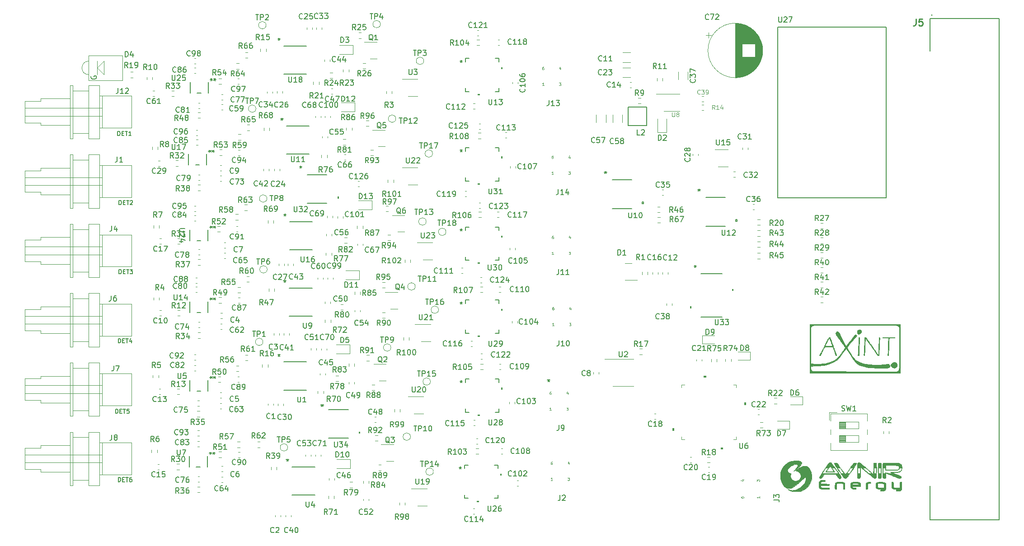
<source format=gbr>
G04 #@! TF.GenerationSoftware,KiCad,Pcbnew,7.0.8*
G04 #@! TF.CreationDate,2025-05-19T15:23:48+02:00*
G04 #@! TF.ProjectId,AXINT_CE6C_CRESUS,4158494e-545f-4434-9536-435f43524553,rev?*
G04 #@! TF.SameCoordinates,Original*
G04 #@! TF.FileFunction,Legend,Top*
G04 #@! TF.FilePolarity,Positive*
%FSLAX46Y46*%
G04 Gerber Fmt 4.6, Leading zero omitted, Abs format (unit mm)*
G04 Created by KiCad (PCBNEW 7.0.8) date 2025-05-19 15:23:48*
%MOMM*%
%LPD*%
G01*
G04 APERTURE LIST*
%ADD10C,0.200000*%
%ADD11C,0.120000*%
%ADD12C,0.150000*%
%ADD13C,0.254000*%
%ADD14C,0.080000*%
%ADD15C,0.010000*%
%ADD16C,0.152400*%
%ADD17C,0.100000*%
G04 APERTURE END LIST*
D10*
X73164857Y-77321695D02*
X73164857Y-76521695D01*
X73164857Y-76521695D02*
X73355333Y-76521695D01*
X73355333Y-76521695D02*
X73469619Y-76559790D01*
X73469619Y-76559790D02*
X73545809Y-76635980D01*
X73545809Y-76635980D02*
X73583904Y-76712171D01*
X73583904Y-76712171D02*
X73622000Y-76864552D01*
X73622000Y-76864552D02*
X73622000Y-76978838D01*
X73622000Y-76978838D02*
X73583904Y-77131219D01*
X73583904Y-77131219D02*
X73545809Y-77207409D01*
X73545809Y-77207409D02*
X73469619Y-77283600D01*
X73469619Y-77283600D02*
X73355333Y-77321695D01*
X73355333Y-77321695D02*
X73164857Y-77321695D01*
X73964857Y-76902647D02*
X74231523Y-76902647D01*
X74345809Y-77321695D02*
X73964857Y-77321695D01*
X73964857Y-77321695D02*
X73964857Y-76521695D01*
X73964857Y-76521695D02*
X74345809Y-76521695D01*
X74574381Y-76521695D02*
X75031524Y-76521695D01*
X74802952Y-77321695D02*
X74802952Y-76521695D01*
X75260095Y-76597885D02*
X75298191Y-76559790D01*
X75298191Y-76559790D02*
X75374381Y-76521695D01*
X75374381Y-76521695D02*
X75564857Y-76521695D01*
X75564857Y-76521695D02*
X75641048Y-76559790D01*
X75641048Y-76559790D02*
X75679143Y-76597885D01*
X75679143Y-76597885D02*
X75717238Y-76674076D01*
X75717238Y-76674076D02*
X75717238Y-76750266D01*
X75717238Y-76750266D02*
X75679143Y-76864552D01*
X75679143Y-76864552D02*
X75222000Y-77321695D01*
X75222000Y-77321695D02*
X75717238Y-77321695D01*
X73164857Y-90275695D02*
X73164857Y-89475695D01*
X73164857Y-89475695D02*
X73355333Y-89475695D01*
X73355333Y-89475695D02*
X73469619Y-89513790D01*
X73469619Y-89513790D02*
X73545809Y-89589980D01*
X73545809Y-89589980D02*
X73583904Y-89666171D01*
X73583904Y-89666171D02*
X73622000Y-89818552D01*
X73622000Y-89818552D02*
X73622000Y-89932838D01*
X73622000Y-89932838D02*
X73583904Y-90085219D01*
X73583904Y-90085219D02*
X73545809Y-90161409D01*
X73545809Y-90161409D02*
X73469619Y-90237600D01*
X73469619Y-90237600D02*
X73355333Y-90275695D01*
X73355333Y-90275695D02*
X73164857Y-90275695D01*
X73964857Y-89856647D02*
X74231523Y-89856647D01*
X74345809Y-90275695D02*
X73964857Y-90275695D01*
X73964857Y-90275695D02*
X73964857Y-89475695D01*
X73964857Y-89475695D02*
X74345809Y-89475695D01*
X74574381Y-89475695D02*
X75031524Y-89475695D01*
X74802952Y-90275695D02*
X74802952Y-89475695D01*
X75222000Y-89475695D02*
X75717238Y-89475695D01*
X75717238Y-89475695D02*
X75450572Y-89780457D01*
X75450572Y-89780457D02*
X75564857Y-89780457D01*
X75564857Y-89780457D02*
X75641048Y-89818552D01*
X75641048Y-89818552D02*
X75679143Y-89856647D01*
X75679143Y-89856647D02*
X75717238Y-89932838D01*
X75717238Y-89932838D02*
X75717238Y-90123314D01*
X75717238Y-90123314D02*
X75679143Y-90199504D01*
X75679143Y-90199504D02*
X75641048Y-90237600D01*
X75641048Y-90237600D02*
X75564857Y-90275695D01*
X75564857Y-90275695D02*
X75336286Y-90275695D01*
X75336286Y-90275695D02*
X75260095Y-90237600D01*
X75260095Y-90237600D02*
X75222000Y-90199504D01*
X73037857Y-103229695D02*
X73037857Y-102429695D01*
X73037857Y-102429695D02*
X73228333Y-102429695D01*
X73228333Y-102429695D02*
X73342619Y-102467790D01*
X73342619Y-102467790D02*
X73418809Y-102543980D01*
X73418809Y-102543980D02*
X73456904Y-102620171D01*
X73456904Y-102620171D02*
X73495000Y-102772552D01*
X73495000Y-102772552D02*
X73495000Y-102886838D01*
X73495000Y-102886838D02*
X73456904Y-103039219D01*
X73456904Y-103039219D02*
X73418809Y-103115409D01*
X73418809Y-103115409D02*
X73342619Y-103191600D01*
X73342619Y-103191600D02*
X73228333Y-103229695D01*
X73228333Y-103229695D02*
X73037857Y-103229695D01*
X73837857Y-102810647D02*
X74104523Y-102810647D01*
X74218809Y-103229695D02*
X73837857Y-103229695D01*
X73837857Y-103229695D02*
X73837857Y-102429695D01*
X73837857Y-102429695D02*
X74218809Y-102429695D01*
X74447381Y-102429695D02*
X74904524Y-102429695D01*
X74675952Y-103229695D02*
X74675952Y-102429695D01*
X75514048Y-102696361D02*
X75514048Y-103229695D01*
X75323572Y-102391600D02*
X75133095Y-102963028D01*
X75133095Y-102963028D02*
X75628334Y-102963028D01*
X72529857Y-116437695D02*
X72529857Y-115637695D01*
X72529857Y-115637695D02*
X72720333Y-115637695D01*
X72720333Y-115637695D02*
X72834619Y-115675790D01*
X72834619Y-115675790D02*
X72910809Y-115751980D01*
X72910809Y-115751980D02*
X72948904Y-115828171D01*
X72948904Y-115828171D02*
X72987000Y-115980552D01*
X72987000Y-115980552D02*
X72987000Y-116094838D01*
X72987000Y-116094838D02*
X72948904Y-116247219D01*
X72948904Y-116247219D02*
X72910809Y-116323409D01*
X72910809Y-116323409D02*
X72834619Y-116399600D01*
X72834619Y-116399600D02*
X72720333Y-116437695D01*
X72720333Y-116437695D02*
X72529857Y-116437695D01*
X73329857Y-116018647D02*
X73596523Y-116018647D01*
X73710809Y-116437695D02*
X73329857Y-116437695D01*
X73329857Y-116437695D02*
X73329857Y-115637695D01*
X73329857Y-115637695D02*
X73710809Y-115637695D01*
X73939381Y-115637695D02*
X74396524Y-115637695D01*
X74167952Y-116437695D02*
X74167952Y-115637695D01*
X75044143Y-115637695D02*
X74663191Y-115637695D01*
X74663191Y-115637695D02*
X74625095Y-116018647D01*
X74625095Y-116018647D02*
X74663191Y-115980552D01*
X74663191Y-115980552D02*
X74739381Y-115942457D01*
X74739381Y-115942457D02*
X74929857Y-115942457D01*
X74929857Y-115942457D02*
X75006048Y-115980552D01*
X75006048Y-115980552D02*
X75044143Y-116018647D01*
X75044143Y-116018647D02*
X75082238Y-116094838D01*
X75082238Y-116094838D02*
X75082238Y-116285314D01*
X75082238Y-116285314D02*
X75044143Y-116361504D01*
X75044143Y-116361504D02*
X75006048Y-116399600D01*
X75006048Y-116399600D02*
X74929857Y-116437695D01*
X74929857Y-116437695D02*
X74739381Y-116437695D01*
X74739381Y-116437695D02*
X74663191Y-116399600D01*
X74663191Y-116399600D02*
X74625095Y-116361504D01*
X73037857Y-129264695D02*
X73037857Y-128464695D01*
X73037857Y-128464695D02*
X73228333Y-128464695D01*
X73228333Y-128464695D02*
X73342619Y-128502790D01*
X73342619Y-128502790D02*
X73418809Y-128578980D01*
X73418809Y-128578980D02*
X73456904Y-128655171D01*
X73456904Y-128655171D02*
X73495000Y-128807552D01*
X73495000Y-128807552D02*
X73495000Y-128921838D01*
X73495000Y-128921838D02*
X73456904Y-129074219D01*
X73456904Y-129074219D02*
X73418809Y-129150409D01*
X73418809Y-129150409D02*
X73342619Y-129226600D01*
X73342619Y-129226600D02*
X73228333Y-129264695D01*
X73228333Y-129264695D02*
X73037857Y-129264695D01*
X73837857Y-128845647D02*
X74104523Y-128845647D01*
X74218809Y-129264695D02*
X73837857Y-129264695D01*
X73837857Y-129264695D02*
X73837857Y-128464695D01*
X73837857Y-128464695D02*
X74218809Y-128464695D01*
X74447381Y-128464695D02*
X74904524Y-128464695D01*
X74675952Y-129264695D02*
X74675952Y-128464695D01*
X75514048Y-128464695D02*
X75361667Y-128464695D01*
X75361667Y-128464695D02*
X75285476Y-128502790D01*
X75285476Y-128502790D02*
X75247381Y-128540885D01*
X75247381Y-128540885D02*
X75171191Y-128655171D01*
X75171191Y-128655171D02*
X75133095Y-128807552D01*
X75133095Y-128807552D02*
X75133095Y-129112314D01*
X75133095Y-129112314D02*
X75171191Y-129188504D01*
X75171191Y-129188504D02*
X75209286Y-129226600D01*
X75209286Y-129226600D02*
X75285476Y-129264695D01*
X75285476Y-129264695D02*
X75437857Y-129264695D01*
X75437857Y-129264695D02*
X75514048Y-129226600D01*
X75514048Y-129226600D02*
X75552143Y-129188504D01*
X75552143Y-129188504D02*
X75590238Y-129112314D01*
X75590238Y-129112314D02*
X75590238Y-128921838D01*
X75590238Y-128921838D02*
X75552143Y-128845647D01*
X75552143Y-128845647D02*
X75514048Y-128807552D01*
X75514048Y-128807552D02*
X75437857Y-128769457D01*
X75437857Y-128769457D02*
X75285476Y-128769457D01*
X75285476Y-128769457D02*
X75209286Y-128807552D01*
X75209286Y-128807552D02*
X75171191Y-128845647D01*
X75171191Y-128845647D02*
X75133095Y-128921838D01*
X72910857Y-64367695D02*
X72910857Y-63567695D01*
X72910857Y-63567695D02*
X73101333Y-63567695D01*
X73101333Y-63567695D02*
X73215619Y-63605790D01*
X73215619Y-63605790D02*
X73291809Y-63681980D01*
X73291809Y-63681980D02*
X73329904Y-63758171D01*
X73329904Y-63758171D02*
X73368000Y-63910552D01*
X73368000Y-63910552D02*
X73368000Y-64024838D01*
X73368000Y-64024838D02*
X73329904Y-64177219D01*
X73329904Y-64177219D02*
X73291809Y-64253409D01*
X73291809Y-64253409D02*
X73215619Y-64329600D01*
X73215619Y-64329600D02*
X73101333Y-64367695D01*
X73101333Y-64367695D02*
X72910857Y-64367695D01*
X73710857Y-63948647D02*
X73977523Y-63948647D01*
X74091809Y-64367695D02*
X73710857Y-64367695D01*
X73710857Y-64367695D02*
X73710857Y-63567695D01*
X73710857Y-63567695D02*
X74091809Y-63567695D01*
X74320381Y-63567695D02*
X74777524Y-63567695D01*
X74548952Y-64367695D02*
X74548952Y-63567695D01*
X75463238Y-64367695D02*
X75006095Y-64367695D01*
X75234667Y-64367695D02*
X75234667Y-63567695D01*
X75234667Y-63567695D02*
X75158476Y-63681980D01*
X75158476Y-63681980D02*
X75082286Y-63758171D01*
X75082286Y-63758171D02*
X75006095Y-63796266D01*
D11*
X182018514Y-56529064D02*
X181980418Y-56567160D01*
X181980418Y-56567160D02*
X181866133Y-56605255D01*
X181866133Y-56605255D02*
X181789942Y-56605255D01*
X181789942Y-56605255D02*
X181675656Y-56567160D01*
X181675656Y-56567160D02*
X181599466Y-56490969D01*
X181599466Y-56490969D02*
X181561371Y-56414779D01*
X181561371Y-56414779D02*
X181523275Y-56262398D01*
X181523275Y-56262398D02*
X181523275Y-56148112D01*
X181523275Y-56148112D02*
X181561371Y-55995731D01*
X181561371Y-55995731D02*
X181599466Y-55919540D01*
X181599466Y-55919540D02*
X181675656Y-55843350D01*
X181675656Y-55843350D02*
X181789942Y-55805255D01*
X181789942Y-55805255D02*
X181866133Y-55805255D01*
X181866133Y-55805255D02*
X181980418Y-55843350D01*
X181980418Y-55843350D02*
X182018514Y-55881445D01*
X182285180Y-55805255D02*
X182780418Y-55805255D01*
X182780418Y-55805255D02*
X182513752Y-56110017D01*
X182513752Y-56110017D02*
X182628037Y-56110017D01*
X182628037Y-56110017D02*
X182704228Y-56148112D01*
X182704228Y-56148112D02*
X182742323Y-56186207D01*
X182742323Y-56186207D02*
X182780418Y-56262398D01*
X182780418Y-56262398D02*
X182780418Y-56452874D01*
X182780418Y-56452874D02*
X182742323Y-56529064D01*
X182742323Y-56529064D02*
X182704228Y-56567160D01*
X182704228Y-56567160D02*
X182628037Y-56605255D01*
X182628037Y-56605255D02*
X182399466Y-56605255D01*
X182399466Y-56605255D02*
X182323275Y-56567160D01*
X182323275Y-56567160D02*
X182285180Y-56529064D01*
X183161371Y-56605255D02*
X183313752Y-56605255D01*
X183313752Y-56605255D02*
X183389942Y-56567160D01*
X183389942Y-56567160D02*
X183428038Y-56529064D01*
X183428038Y-56529064D02*
X183504228Y-56414779D01*
X183504228Y-56414779D02*
X183542323Y-56262398D01*
X183542323Y-56262398D02*
X183542323Y-55957636D01*
X183542323Y-55957636D02*
X183504228Y-55881445D01*
X183504228Y-55881445D02*
X183466133Y-55843350D01*
X183466133Y-55843350D02*
X183389942Y-55805255D01*
X183389942Y-55805255D02*
X183237561Y-55805255D01*
X183237561Y-55805255D02*
X183161371Y-55843350D01*
X183161371Y-55843350D02*
X183123276Y-55881445D01*
X183123276Y-55881445D02*
X183085180Y-55957636D01*
X183085180Y-55957636D02*
X183085180Y-56148112D01*
X183085180Y-56148112D02*
X183123276Y-56224302D01*
X183123276Y-56224302D02*
X183161371Y-56262398D01*
X183161371Y-56262398D02*
X183237561Y-56300493D01*
X183237561Y-56300493D02*
X183389942Y-56300493D01*
X183389942Y-56300493D02*
X183466133Y-56262398D01*
X183466133Y-56262398D02*
X183504228Y-56224302D01*
X183504228Y-56224302D02*
X183542323Y-56148112D01*
X184793514Y-59455255D02*
X184526847Y-59074302D01*
X184336371Y-59455255D02*
X184336371Y-58655255D01*
X184336371Y-58655255D02*
X184641133Y-58655255D01*
X184641133Y-58655255D02*
X184717323Y-58693350D01*
X184717323Y-58693350D02*
X184755418Y-58731445D01*
X184755418Y-58731445D02*
X184793514Y-58807636D01*
X184793514Y-58807636D02*
X184793514Y-58921921D01*
X184793514Y-58921921D02*
X184755418Y-58998112D01*
X184755418Y-58998112D02*
X184717323Y-59036207D01*
X184717323Y-59036207D02*
X184641133Y-59074302D01*
X184641133Y-59074302D02*
X184336371Y-59074302D01*
X185555418Y-59455255D02*
X185098275Y-59455255D01*
X185326847Y-59455255D02*
X185326847Y-58655255D01*
X185326847Y-58655255D02*
X185250656Y-58769540D01*
X185250656Y-58769540D02*
X185174466Y-58845731D01*
X185174466Y-58845731D02*
X185098275Y-58883826D01*
X186241133Y-58921921D02*
X186241133Y-59455255D01*
X186050657Y-58617160D02*
X185860180Y-59188588D01*
X185860180Y-59188588D02*
X186355419Y-59188588D01*
X176798276Y-60030255D02*
X176798276Y-60677874D01*
X176798276Y-60677874D02*
X176836371Y-60754064D01*
X176836371Y-60754064D02*
X176874466Y-60792160D01*
X176874466Y-60792160D02*
X176950657Y-60830255D01*
X176950657Y-60830255D02*
X177103038Y-60830255D01*
X177103038Y-60830255D02*
X177179228Y-60792160D01*
X177179228Y-60792160D02*
X177217323Y-60754064D01*
X177217323Y-60754064D02*
X177255419Y-60677874D01*
X177255419Y-60677874D02*
X177255419Y-60030255D01*
X177750656Y-60373112D02*
X177674466Y-60335017D01*
X177674466Y-60335017D02*
X177636371Y-60296921D01*
X177636371Y-60296921D02*
X177598275Y-60220731D01*
X177598275Y-60220731D02*
X177598275Y-60182636D01*
X177598275Y-60182636D02*
X177636371Y-60106445D01*
X177636371Y-60106445D02*
X177674466Y-60068350D01*
X177674466Y-60068350D02*
X177750656Y-60030255D01*
X177750656Y-60030255D02*
X177903037Y-60030255D01*
X177903037Y-60030255D02*
X177979228Y-60068350D01*
X177979228Y-60068350D02*
X178017323Y-60106445D01*
X178017323Y-60106445D02*
X178055418Y-60182636D01*
X178055418Y-60182636D02*
X178055418Y-60220731D01*
X178055418Y-60220731D02*
X178017323Y-60296921D01*
X178017323Y-60296921D02*
X177979228Y-60335017D01*
X177979228Y-60335017D02*
X177903037Y-60373112D01*
X177903037Y-60373112D02*
X177750656Y-60373112D01*
X177750656Y-60373112D02*
X177674466Y-60411207D01*
X177674466Y-60411207D02*
X177636371Y-60449302D01*
X177636371Y-60449302D02*
X177598275Y-60525493D01*
X177598275Y-60525493D02*
X177598275Y-60677874D01*
X177598275Y-60677874D02*
X177636371Y-60754064D01*
X177636371Y-60754064D02*
X177674466Y-60792160D01*
X177674466Y-60792160D02*
X177750656Y-60830255D01*
X177750656Y-60830255D02*
X177903037Y-60830255D01*
X177903037Y-60830255D02*
X177979228Y-60792160D01*
X177979228Y-60792160D02*
X178017323Y-60754064D01*
X178017323Y-60754064D02*
X178055418Y-60677874D01*
X178055418Y-60677874D02*
X178055418Y-60525493D01*
X178055418Y-60525493D02*
X178017323Y-60449302D01*
X178017323Y-60449302D02*
X177979228Y-60411207D01*
X177979228Y-60411207D02*
X177903037Y-60373112D01*
D12*
X183634142Y-42523580D02*
X183586523Y-42571200D01*
X183586523Y-42571200D02*
X183443666Y-42618819D01*
X183443666Y-42618819D02*
X183348428Y-42618819D01*
X183348428Y-42618819D02*
X183205571Y-42571200D01*
X183205571Y-42571200D02*
X183110333Y-42475961D01*
X183110333Y-42475961D02*
X183062714Y-42380723D01*
X183062714Y-42380723D02*
X183015095Y-42190247D01*
X183015095Y-42190247D02*
X183015095Y-42047390D01*
X183015095Y-42047390D02*
X183062714Y-41856914D01*
X183062714Y-41856914D02*
X183110333Y-41761676D01*
X183110333Y-41761676D02*
X183205571Y-41666438D01*
X183205571Y-41666438D02*
X183348428Y-41618819D01*
X183348428Y-41618819D02*
X183443666Y-41618819D01*
X183443666Y-41618819D02*
X183586523Y-41666438D01*
X183586523Y-41666438D02*
X183634142Y-41714057D01*
X183967476Y-41618819D02*
X184634142Y-41618819D01*
X184634142Y-41618819D02*
X184205571Y-42618819D01*
X184967476Y-41714057D02*
X185015095Y-41666438D01*
X185015095Y-41666438D02*
X185110333Y-41618819D01*
X185110333Y-41618819D02*
X185348428Y-41618819D01*
X185348428Y-41618819D02*
X185443666Y-41666438D01*
X185443666Y-41666438D02*
X185491285Y-41714057D01*
X185491285Y-41714057D02*
X185538904Y-41809295D01*
X185538904Y-41809295D02*
X185538904Y-41904533D01*
X185538904Y-41904533D02*
X185491285Y-42047390D01*
X185491285Y-42047390D02*
X184919857Y-42618819D01*
X184919857Y-42618819D02*
X185538904Y-42618819D01*
X72996476Y-55490842D02*
X72996476Y-56205127D01*
X72996476Y-56205127D02*
X72948857Y-56347984D01*
X72948857Y-56347984D02*
X72853619Y-56443223D01*
X72853619Y-56443223D02*
X72710762Y-56490842D01*
X72710762Y-56490842D02*
X72615524Y-56490842D01*
X73996476Y-56490842D02*
X73425048Y-56490842D01*
X73710762Y-56490842D02*
X73710762Y-55490842D01*
X73710762Y-55490842D02*
X73615524Y-55633699D01*
X73615524Y-55633699D02*
X73520286Y-55728937D01*
X73520286Y-55728937D02*
X73425048Y-55776556D01*
X74377429Y-55586080D02*
X74425048Y-55538461D01*
X74425048Y-55538461D02*
X74520286Y-55490842D01*
X74520286Y-55490842D02*
X74758381Y-55490842D01*
X74758381Y-55490842D02*
X74853619Y-55538461D01*
X74853619Y-55538461D02*
X74901238Y-55586080D01*
X74901238Y-55586080D02*
X74948857Y-55681318D01*
X74948857Y-55681318D02*
X74948857Y-55776556D01*
X74948857Y-55776556D02*
X74901238Y-55919413D01*
X74901238Y-55919413D02*
X74329810Y-56490842D01*
X74329810Y-56490842D02*
X74948857Y-56490842D01*
X72837666Y-68333842D02*
X72837666Y-69048127D01*
X72837666Y-69048127D02*
X72790047Y-69190984D01*
X72790047Y-69190984D02*
X72694809Y-69286223D01*
X72694809Y-69286223D02*
X72551952Y-69333842D01*
X72551952Y-69333842D02*
X72456714Y-69333842D01*
X73837666Y-69333842D02*
X73266238Y-69333842D01*
X73551952Y-69333842D02*
X73551952Y-68333842D01*
X73551952Y-68333842D02*
X73456714Y-68476699D01*
X73456714Y-68476699D02*
X73361476Y-68571937D01*
X73361476Y-68571937D02*
X73266238Y-68619556D01*
X71821666Y-81303842D02*
X71821666Y-82018127D01*
X71821666Y-82018127D02*
X71774047Y-82160984D01*
X71774047Y-82160984D02*
X71678809Y-82256223D01*
X71678809Y-82256223D02*
X71535952Y-82303842D01*
X71535952Y-82303842D02*
X71440714Y-82303842D01*
X72726428Y-81637175D02*
X72726428Y-82303842D01*
X72488333Y-81256223D02*
X72250238Y-81970508D01*
X72250238Y-81970508D02*
X72869285Y-81970508D01*
X71694666Y-94400842D02*
X71694666Y-95115127D01*
X71694666Y-95115127D02*
X71647047Y-95257984D01*
X71647047Y-95257984D02*
X71551809Y-95353223D01*
X71551809Y-95353223D02*
X71408952Y-95400842D01*
X71408952Y-95400842D02*
X71313714Y-95400842D01*
X72599428Y-94400842D02*
X72408952Y-94400842D01*
X72408952Y-94400842D02*
X72313714Y-94448461D01*
X72313714Y-94448461D02*
X72266095Y-94496080D01*
X72266095Y-94496080D02*
X72170857Y-94638937D01*
X72170857Y-94638937D02*
X72123238Y-94829413D01*
X72123238Y-94829413D02*
X72123238Y-95210365D01*
X72123238Y-95210365D02*
X72170857Y-95305603D01*
X72170857Y-95305603D02*
X72218476Y-95353223D01*
X72218476Y-95353223D02*
X72313714Y-95400842D01*
X72313714Y-95400842D02*
X72504190Y-95400842D01*
X72504190Y-95400842D02*
X72599428Y-95353223D01*
X72599428Y-95353223D02*
X72647047Y-95305603D01*
X72647047Y-95305603D02*
X72694666Y-95210365D01*
X72694666Y-95210365D02*
X72694666Y-94972270D01*
X72694666Y-94972270D02*
X72647047Y-94877032D01*
X72647047Y-94877032D02*
X72599428Y-94829413D01*
X72599428Y-94829413D02*
X72504190Y-94781794D01*
X72504190Y-94781794D02*
X72313714Y-94781794D01*
X72313714Y-94781794D02*
X72218476Y-94829413D01*
X72218476Y-94829413D02*
X72170857Y-94877032D01*
X72170857Y-94877032D02*
X72123238Y-94972270D01*
X72202666Y-107497842D02*
X72202666Y-108212127D01*
X72202666Y-108212127D02*
X72155047Y-108354984D01*
X72155047Y-108354984D02*
X72059809Y-108450223D01*
X72059809Y-108450223D02*
X71916952Y-108497842D01*
X71916952Y-108497842D02*
X71821714Y-108497842D01*
X72583619Y-107497842D02*
X73250285Y-107497842D01*
X73250285Y-107497842D02*
X72821714Y-108497842D01*
X71821666Y-120467842D02*
X71821666Y-121182127D01*
X71821666Y-121182127D02*
X71774047Y-121324984D01*
X71774047Y-121324984D02*
X71678809Y-121420223D01*
X71678809Y-121420223D02*
X71535952Y-121467842D01*
X71535952Y-121467842D02*
X71440714Y-121467842D01*
X72440714Y-120896413D02*
X72345476Y-120848794D01*
X72345476Y-120848794D02*
X72297857Y-120801175D01*
X72297857Y-120801175D02*
X72250238Y-120705937D01*
X72250238Y-120705937D02*
X72250238Y-120658318D01*
X72250238Y-120658318D02*
X72297857Y-120563080D01*
X72297857Y-120563080D02*
X72345476Y-120515461D01*
X72345476Y-120515461D02*
X72440714Y-120467842D01*
X72440714Y-120467842D02*
X72631190Y-120467842D01*
X72631190Y-120467842D02*
X72726428Y-120515461D01*
X72726428Y-120515461D02*
X72774047Y-120563080D01*
X72774047Y-120563080D02*
X72821666Y-120658318D01*
X72821666Y-120658318D02*
X72821666Y-120705937D01*
X72821666Y-120705937D02*
X72774047Y-120801175D01*
X72774047Y-120801175D02*
X72726428Y-120848794D01*
X72726428Y-120848794D02*
X72631190Y-120896413D01*
X72631190Y-120896413D02*
X72440714Y-120896413D01*
X72440714Y-120896413D02*
X72345476Y-120944032D01*
X72345476Y-120944032D02*
X72297857Y-120991651D01*
X72297857Y-120991651D02*
X72250238Y-121086889D01*
X72250238Y-121086889D02*
X72250238Y-121277365D01*
X72250238Y-121277365D02*
X72297857Y-121372603D01*
X72297857Y-121372603D02*
X72345476Y-121420223D01*
X72345476Y-121420223D02*
X72440714Y-121467842D01*
X72440714Y-121467842D02*
X72631190Y-121467842D01*
X72631190Y-121467842D02*
X72726428Y-121420223D01*
X72726428Y-121420223D02*
X72774047Y-121372603D01*
X72774047Y-121372603D02*
X72821666Y-121277365D01*
X72821666Y-121277365D02*
X72821666Y-121086889D01*
X72821666Y-121086889D02*
X72774047Y-120991651D01*
X72774047Y-120991651D02*
X72726428Y-120944032D01*
X72726428Y-120944032D02*
X72631190Y-120896413D01*
X94721333Y-99274603D02*
X94673714Y-99322223D01*
X94673714Y-99322223D02*
X94530857Y-99369842D01*
X94530857Y-99369842D02*
X94435619Y-99369842D01*
X94435619Y-99369842D02*
X94292762Y-99322223D01*
X94292762Y-99322223D02*
X94197524Y-99226984D01*
X94197524Y-99226984D02*
X94149905Y-99131746D01*
X94149905Y-99131746D02*
X94102286Y-98941270D01*
X94102286Y-98941270D02*
X94102286Y-98798413D01*
X94102286Y-98798413D02*
X94149905Y-98607937D01*
X94149905Y-98607937D02*
X94197524Y-98512699D01*
X94197524Y-98512699D02*
X94292762Y-98417461D01*
X94292762Y-98417461D02*
X94435619Y-98369842D01*
X94435619Y-98369842D02*
X94530857Y-98369842D01*
X94530857Y-98369842D02*
X94673714Y-98417461D01*
X94673714Y-98417461D02*
X94721333Y-98465080D01*
X95578476Y-98703175D02*
X95578476Y-99369842D01*
X95340381Y-98322223D02*
X95102286Y-99036508D01*
X95102286Y-99036508D02*
X95721333Y-99036508D01*
X94594333Y-114133603D02*
X94546714Y-114181223D01*
X94546714Y-114181223D02*
X94403857Y-114228842D01*
X94403857Y-114228842D02*
X94308619Y-114228842D01*
X94308619Y-114228842D02*
X94165762Y-114181223D01*
X94165762Y-114181223D02*
X94070524Y-114085984D01*
X94070524Y-114085984D02*
X94022905Y-113990746D01*
X94022905Y-113990746D02*
X93975286Y-113800270D01*
X93975286Y-113800270D02*
X93975286Y-113657413D01*
X93975286Y-113657413D02*
X94022905Y-113466937D01*
X94022905Y-113466937D02*
X94070524Y-113371699D01*
X94070524Y-113371699D02*
X94165762Y-113276461D01*
X94165762Y-113276461D02*
X94308619Y-113228842D01*
X94308619Y-113228842D02*
X94403857Y-113228842D01*
X94403857Y-113228842D02*
X94546714Y-113276461D01*
X94546714Y-113276461D02*
X94594333Y-113324080D01*
X95499095Y-113228842D02*
X95022905Y-113228842D01*
X95022905Y-113228842D02*
X94975286Y-113705032D01*
X94975286Y-113705032D02*
X95022905Y-113657413D01*
X95022905Y-113657413D02*
X95118143Y-113609794D01*
X95118143Y-113609794D02*
X95356238Y-113609794D01*
X95356238Y-113609794D02*
X95451476Y-113657413D01*
X95451476Y-113657413D02*
X95499095Y-113705032D01*
X95499095Y-113705032D02*
X95546714Y-113800270D01*
X95546714Y-113800270D02*
X95546714Y-114038365D01*
X95546714Y-114038365D02*
X95499095Y-114133603D01*
X95499095Y-114133603D02*
X95451476Y-114181223D01*
X95451476Y-114181223D02*
X95356238Y-114228842D01*
X95356238Y-114228842D02*
X95118143Y-114228842D01*
X95118143Y-114228842D02*
X95022905Y-114181223D01*
X95022905Y-114181223D02*
X94975286Y-114133603D01*
X94721333Y-128230603D02*
X94673714Y-128278223D01*
X94673714Y-128278223D02*
X94530857Y-128325842D01*
X94530857Y-128325842D02*
X94435619Y-128325842D01*
X94435619Y-128325842D02*
X94292762Y-128278223D01*
X94292762Y-128278223D02*
X94197524Y-128182984D01*
X94197524Y-128182984D02*
X94149905Y-128087746D01*
X94149905Y-128087746D02*
X94102286Y-127897270D01*
X94102286Y-127897270D02*
X94102286Y-127754413D01*
X94102286Y-127754413D02*
X94149905Y-127563937D01*
X94149905Y-127563937D02*
X94197524Y-127468699D01*
X94197524Y-127468699D02*
X94292762Y-127373461D01*
X94292762Y-127373461D02*
X94435619Y-127325842D01*
X94435619Y-127325842D02*
X94530857Y-127325842D01*
X94530857Y-127325842D02*
X94673714Y-127373461D01*
X94673714Y-127373461D02*
X94721333Y-127421080D01*
X95578476Y-127325842D02*
X95388000Y-127325842D01*
X95388000Y-127325842D02*
X95292762Y-127373461D01*
X95292762Y-127373461D02*
X95245143Y-127421080D01*
X95245143Y-127421080D02*
X95149905Y-127563937D01*
X95149905Y-127563937D02*
X95102286Y-127754413D01*
X95102286Y-127754413D02*
X95102286Y-128135365D01*
X95102286Y-128135365D02*
X95149905Y-128230603D01*
X95149905Y-128230603D02*
X95197524Y-128278223D01*
X95197524Y-128278223D02*
X95292762Y-128325842D01*
X95292762Y-128325842D02*
X95483238Y-128325842D01*
X95483238Y-128325842D02*
X95578476Y-128278223D01*
X95578476Y-128278223D02*
X95626095Y-128230603D01*
X95626095Y-128230603D02*
X95673714Y-128135365D01*
X95673714Y-128135365D02*
X95673714Y-127897270D01*
X95673714Y-127897270D02*
X95626095Y-127802032D01*
X95626095Y-127802032D02*
X95578476Y-127754413D01*
X95578476Y-127754413D02*
X95483238Y-127706794D01*
X95483238Y-127706794D02*
X95292762Y-127706794D01*
X95292762Y-127706794D02*
X95197524Y-127754413D01*
X95197524Y-127754413D02*
X95149905Y-127802032D01*
X95149905Y-127802032D02*
X95102286Y-127897270D01*
X95337333Y-86084580D02*
X95289714Y-86132200D01*
X95289714Y-86132200D02*
X95146857Y-86179819D01*
X95146857Y-86179819D02*
X95051619Y-86179819D01*
X95051619Y-86179819D02*
X94908762Y-86132200D01*
X94908762Y-86132200D02*
X94813524Y-86036961D01*
X94813524Y-86036961D02*
X94765905Y-85941723D01*
X94765905Y-85941723D02*
X94718286Y-85751247D01*
X94718286Y-85751247D02*
X94718286Y-85608390D01*
X94718286Y-85608390D02*
X94765905Y-85417914D01*
X94765905Y-85417914D02*
X94813524Y-85322676D01*
X94813524Y-85322676D02*
X94908762Y-85227438D01*
X94908762Y-85227438D02*
X95051619Y-85179819D01*
X95051619Y-85179819D02*
X95146857Y-85179819D01*
X95146857Y-85179819D02*
X95289714Y-85227438D01*
X95289714Y-85227438D02*
X95337333Y-85275057D01*
X95670667Y-85179819D02*
X96337333Y-85179819D01*
X96337333Y-85179819D02*
X95908762Y-86179819D01*
X94594333Y-71334603D02*
X94546714Y-71382223D01*
X94546714Y-71382223D02*
X94403857Y-71429842D01*
X94403857Y-71429842D02*
X94308619Y-71429842D01*
X94308619Y-71429842D02*
X94165762Y-71382223D01*
X94165762Y-71382223D02*
X94070524Y-71286984D01*
X94070524Y-71286984D02*
X94022905Y-71191746D01*
X94022905Y-71191746D02*
X93975286Y-71001270D01*
X93975286Y-71001270D02*
X93975286Y-70858413D01*
X93975286Y-70858413D02*
X94022905Y-70667937D01*
X94022905Y-70667937D02*
X94070524Y-70572699D01*
X94070524Y-70572699D02*
X94165762Y-70477461D01*
X94165762Y-70477461D02*
X94308619Y-70429842D01*
X94308619Y-70429842D02*
X94403857Y-70429842D01*
X94403857Y-70429842D02*
X94546714Y-70477461D01*
X94546714Y-70477461D02*
X94594333Y-70525080D01*
X95070524Y-71429842D02*
X95261000Y-71429842D01*
X95261000Y-71429842D02*
X95356238Y-71382223D01*
X95356238Y-71382223D02*
X95403857Y-71334603D01*
X95403857Y-71334603D02*
X95499095Y-71191746D01*
X95499095Y-71191746D02*
X95546714Y-71001270D01*
X95546714Y-71001270D02*
X95546714Y-70620318D01*
X95546714Y-70620318D02*
X95499095Y-70525080D01*
X95499095Y-70525080D02*
X95451476Y-70477461D01*
X95451476Y-70477461D02*
X95356238Y-70429842D01*
X95356238Y-70429842D02*
X95165762Y-70429842D01*
X95165762Y-70429842D02*
X95070524Y-70477461D01*
X95070524Y-70477461D02*
X95022905Y-70525080D01*
X95022905Y-70525080D02*
X94975286Y-70620318D01*
X94975286Y-70620318D02*
X94975286Y-70858413D01*
X94975286Y-70858413D02*
X95022905Y-70953651D01*
X95022905Y-70953651D02*
X95070524Y-71001270D01*
X95070524Y-71001270D02*
X95165762Y-71048889D01*
X95165762Y-71048889D02*
X95356238Y-71048889D01*
X95356238Y-71048889D02*
X95451476Y-71001270D01*
X95451476Y-71001270D02*
X95499095Y-70953651D01*
X95499095Y-70953651D02*
X95546714Y-70858413D01*
X80275142Y-99434603D02*
X80227523Y-99482223D01*
X80227523Y-99482223D02*
X80084666Y-99529842D01*
X80084666Y-99529842D02*
X79989428Y-99529842D01*
X79989428Y-99529842D02*
X79846571Y-99482223D01*
X79846571Y-99482223D02*
X79751333Y-99386984D01*
X79751333Y-99386984D02*
X79703714Y-99291746D01*
X79703714Y-99291746D02*
X79656095Y-99101270D01*
X79656095Y-99101270D02*
X79656095Y-98958413D01*
X79656095Y-98958413D02*
X79703714Y-98767937D01*
X79703714Y-98767937D02*
X79751333Y-98672699D01*
X79751333Y-98672699D02*
X79846571Y-98577461D01*
X79846571Y-98577461D02*
X79989428Y-98529842D01*
X79989428Y-98529842D02*
X80084666Y-98529842D01*
X80084666Y-98529842D02*
X80227523Y-98577461D01*
X80227523Y-98577461D02*
X80275142Y-98625080D01*
X81227523Y-99529842D02*
X80656095Y-99529842D01*
X80941809Y-99529842D02*
X80941809Y-98529842D01*
X80941809Y-98529842D02*
X80846571Y-98672699D01*
X80846571Y-98672699D02*
X80751333Y-98767937D01*
X80751333Y-98767937D02*
X80656095Y-98815556D01*
X81846571Y-98529842D02*
X81941809Y-98529842D01*
X81941809Y-98529842D02*
X82037047Y-98577461D01*
X82037047Y-98577461D02*
X82084666Y-98625080D01*
X82084666Y-98625080D02*
X82132285Y-98720318D01*
X82132285Y-98720318D02*
X82179904Y-98910794D01*
X82179904Y-98910794D02*
X82179904Y-99148889D01*
X82179904Y-99148889D02*
X82132285Y-99339365D01*
X82132285Y-99339365D02*
X82084666Y-99434603D01*
X82084666Y-99434603D02*
X82037047Y-99482223D01*
X82037047Y-99482223D02*
X81941809Y-99529842D01*
X81941809Y-99529842D02*
X81846571Y-99529842D01*
X81846571Y-99529842D02*
X81751333Y-99482223D01*
X81751333Y-99482223D02*
X81703714Y-99434603D01*
X81703714Y-99434603D02*
X81656095Y-99339365D01*
X81656095Y-99339365D02*
X81608476Y-99148889D01*
X81608476Y-99148889D02*
X81608476Y-98910794D01*
X81608476Y-98910794D02*
X81656095Y-98720318D01*
X81656095Y-98720318D02*
X81703714Y-98625080D01*
X81703714Y-98625080D02*
X81751333Y-98577461D01*
X81751333Y-98577461D02*
X81846571Y-98529842D01*
X80148142Y-114166603D02*
X80100523Y-114214223D01*
X80100523Y-114214223D02*
X79957666Y-114261842D01*
X79957666Y-114261842D02*
X79862428Y-114261842D01*
X79862428Y-114261842D02*
X79719571Y-114214223D01*
X79719571Y-114214223D02*
X79624333Y-114118984D01*
X79624333Y-114118984D02*
X79576714Y-114023746D01*
X79576714Y-114023746D02*
X79529095Y-113833270D01*
X79529095Y-113833270D02*
X79529095Y-113690413D01*
X79529095Y-113690413D02*
X79576714Y-113499937D01*
X79576714Y-113499937D02*
X79624333Y-113404699D01*
X79624333Y-113404699D02*
X79719571Y-113309461D01*
X79719571Y-113309461D02*
X79862428Y-113261842D01*
X79862428Y-113261842D02*
X79957666Y-113261842D01*
X79957666Y-113261842D02*
X80100523Y-113309461D01*
X80100523Y-113309461D02*
X80148142Y-113357080D01*
X81100523Y-114261842D02*
X80529095Y-114261842D01*
X80814809Y-114261842D02*
X80814809Y-113261842D01*
X80814809Y-113261842D02*
X80719571Y-113404699D01*
X80719571Y-113404699D02*
X80624333Y-113499937D01*
X80624333Y-113499937D02*
X80529095Y-113547556D01*
X81433857Y-113261842D02*
X82052904Y-113261842D01*
X82052904Y-113261842D02*
X81719571Y-113642794D01*
X81719571Y-113642794D02*
X81862428Y-113642794D01*
X81862428Y-113642794D02*
X81957666Y-113690413D01*
X81957666Y-113690413D02*
X82005285Y-113738032D01*
X82005285Y-113738032D02*
X82052904Y-113833270D01*
X82052904Y-113833270D02*
X82052904Y-114071365D01*
X82052904Y-114071365D02*
X82005285Y-114166603D01*
X82005285Y-114166603D02*
X81957666Y-114214223D01*
X81957666Y-114214223D02*
X81862428Y-114261842D01*
X81862428Y-114261842D02*
X81576714Y-114261842D01*
X81576714Y-114261842D02*
X81481476Y-114214223D01*
X81481476Y-114214223D02*
X81433857Y-114166603D01*
X79907142Y-128263603D02*
X79859523Y-128311223D01*
X79859523Y-128311223D02*
X79716666Y-128358842D01*
X79716666Y-128358842D02*
X79621428Y-128358842D01*
X79621428Y-128358842D02*
X79478571Y-128311223D01*
X79478571Y-128311223D02*
X79383333Y-128215984D01*
X79383333Y-128215984D02*
X79335714Y-128120746D01*
X79335714Y-128120746D02*
X79288095Y-127930270D01*
X79288095Y-127930270D02*
X79288095Y-127787413D01*
X79288095Y-127787413D02*
X79335714Y-127596937D01*
X79335714Y-127596937D02*
X79383333Y-127501699D01*
X79383333Y-127501699D02*
X79478571Y-127406461D01*
X79478571Y-127406461D02*
X79621428Y-127358842D01*
X79621428Y-127358842D02*
X79716666Y-127358842D01*
X79716666Y-127358842D02*
X79859523Y-127406461D01*
X79859523Y-127406461D02*
X79907142Y-127454080D01*
X80859523Y-128358842D02*
X80288095Y-128358842D01*
X80573809Y-128358842D02*
X80573809Y-127358842D01*
X80573809Y-127358842D02*
X80478571Y-127501699D01*
X80478571Y-127501699D02*
X80383333Y-127596937D01*
X80383333Y-127596937D02*
X80288095Y-127644556D01*
X81764285Y-127358842D02*
X81288095Y-127358842D01*
X81288095Y-127358842D02*
X81240476Y-127835032D01*
X81240476Y-127835032D02*
X81288095Y-127787413D01*
X81288095Y-127787413D02*
X81383333Y-127739794D01*
X81383333Y-127739794D02*
X81621428Y-127739794D01*
X81621428Y-127739794D02*
X81716666Y-127787413D01*
X81716666Y-127787413D02*
X81764285Y-127835032D01*
X81764285Y-127835032D02*
X81811904Y-127930270D01*
X81811904Y-127930270D02*
X81811904Y-128168365D01*
X81811904Y-128168365D02*
X81764285Y-128263603D01*
X81764285Y-128263603D02*
X81716666Y-128311223D01*
X81716666Y-128311223D02*
X81621428Y-128358842D01*
X81621428Y-128358842D02*
X81383333Y-128358842D01*
X81383333Y-128358842D02*
X81288095Y-128311223D01*
X81288095Y-128311223D02*
X81240476Y-128263603D01*
X80288142Y-85972603D02*
X80240523Y-86020223D01*
X80240523Y-86020223D02*
X80097666Y-86067842D01*
X80097666Y-86067842D02*
X80002428Y-86067842D01*
X80002428Y-86067842D02*
X79859571Y-86020223D01*
X79859571Y-86020223D02*
X79764333Y-85924984D01*
X79764333Y-85924984D02*
X79716714Y-85829746D01*
X79716714Y-85829746D02*
X79669095Y-85639270D01*
X79669095Y-85639270D02*
X79669095Y-85496413D01*
X79669095Y-85496413D02*
X79716714Y-85305937D01*
X79716714Y-85305937D02*
X79764333Y-85210699D01*
X79764333Y-85210699D02*
X79859571Y-85115461D01*
X79859571Y-85115461D02*
X80002428Y-85067842D01*
X80002428Y-85067842D02*
X80097666Y-85067842D01*
X80097666Y-85067842D02*
X80240523Y-85115461D01*
X80240523Y-85115461D02*
X80288142Y-85163080D01*
X81240523Y-86067842D02*
X80669095Y-86067842D01*
X80954809Y-86067842D02*
X80954809Y-85067842D01*
X80954809Y-85067842D02*
X80859571Y-85210699D01*
X80859571Y-85210699D02*
X80764333Y-85305937D01*
X80764333Y-85305937D02*
X80669095Y-85353556D01*
X81573857Y-85067842D02*
X82240523Y-85067842D01*
X82240523Y-85067842D02*
X81811952Y-86067842D01*
X80021142Y-71367603D02*
X79973523Y-71415223D01*
X79973523Y-71415223D02*
X79830666Y-71462842D01*
X79830666Y-71462842D02*
X79735428Y-71462842D01*
X79735428Y-71462842D02*
X79592571Y-71415223D01*
X79592571Y-71415223D02*
X79497333Y-71319984D01*
X79497333Y-71319984D02*
X79449714Y-71224746D01*
X79449714Y-71224746D02*
X79402095Y-71034270D01*
X79402095Y-71034270D02*
X79402095Y-70891413D01*
X79402095Y-70891413D02*
X79449714Y-70700937D01*
X79449714Y-70700937D02*
X79497333Y-70605699D01*
X79497333Y-70605699D02*
X79592571Y-70510461D01*
X79592571Y-70510461D02*
X79735428Y-70462842D01*
X79735428Y-70462842D02*
X79830666Y-70462842D01*
X79830666Y-70462842D02*
X79973523Y-70510461D01*
X79973523Y-70510461D02*
X80021142Y-70558080D01*
X80402095Y-70558080D02*
X80449714Y-70510461D01*
X80449714Y-70510461D02*
X80544952Y-70462842D01*
X80544952Y-70462842D02*
X80783047Y-70462842D01*
X80783047Y-70462842D02*
X80878285Y-70510461D01*
X80878285Y-70510461D02*
X80925904Y-70558080D01*
X80925904Y-70558080D02*
X80973523Y-70653318D01*
X80973523Y-70653318D02*
X80973523Y-70748556D01*
X80973523Y-70748556D02*
X80925904Y-70891413D01*
X80925904Y-70891413D02*
X80354476Y-71462842D01*
X80354476Y-71462842D02*
X80973523Y-71462842D01*
X81449714Y-71462842D02*
X81640190Y-71462842D01*
X81640190Y-71462842D02*
X81735428Y-71415223D01*
X81735428Y-71415223D02*
X81783047Y-71367603D01*
X81783047Y-71367603D02*
X81878285Y-71224746D01*
X81878285Y-71224746D02*
X81925904Y-71034270D01*
X81925904Y-71034270D02*
X81925904Y-70653318D01*
X81925904Y-70653318D02*
X81878285Y-70558080D01*
X81878285Y-70558080D02*
X81830666Y-70510461D01*
X81830666Y-70510461D02*
X81735428Y-70462842D01*
X81735428Y-70462842D02*
X81544952Y-70462842D01*
X81544952Y-70462842D02*
X81449714Y-70510461D01*
X81449714Y-70510461D02*
X81402095Y-70558080D01*
X81402095Y-70558080D02*
X81354476Y-70653318D01*
X81354476Y-70653318D02*
X81354476Y-70891413D01*
X81354476Y-70891413D02*
X81402095Y-70986651D01*
X81402095Y-70986651D02*
X81449714Y-71034270D01*
X81449714Y-71034270D02*
X81544952Y-71081889D01*
X81544952Y-71081889D02*
X81735428Y-71081889D01*
X81735428Y-71081889D02*
X81830666Y-71034270D01*
X81830666Y-71034270D02*
X81878285Y-70986651D01*
X81878285Y-70986651D02*
X81925904Y-70891413D01*
X94499142Y-59650603D02*
X94451523Y-59698223D01*
X94451523Y-59698223D02*
X94308666Y-59745842D01*
X94308666Y-59745842D02*
X94213428Y-59745842D01*
X94213428Y-59745842D02*
X94070571Y-59698223D01*
X94070571Y-59698223D02*
X93975333Y-59602984D01*
X93975333Y-59602984D02*
X93927714Y-59507746D01*
X93927714Y-59507746D02*
X93880095Y-59317270D01*
X93880095Y-59317270D02*
X93880095Y-59174413D01*
X93880095Y-59174413D02*
X93927714Y-58983937D01*
X93927714Y-58983937D02*
X93975333Y-58888699D01*
X93975333Y-58888699D02*
X94070571Y-58793461D01*
X94070571Y-58793461D02*
X94213428Y-58745842D01*
X94213428Y-58745842D02*
X94308666Y-58745842D01*
X94308666Y-58745842D02*
X94451523Y-58793461D01*
X94451523Y-58793461D02*
X94499142Y-58841080D01*
X95403904Y-58745842D02*
X94927714Y-58745842D01*
X94927714Y-58745842D02*
X94880095Y-59222032D01*
X94880095Y-59222032D02*
X94927714Y-59174413D01*
X94927714Y-59174413D02*
X95022952Y-59126794D01*
X95022952Y-59126794D02*
X95261047Y-59126794D01*
X95261047Y-59126794D02*
X95356285Y-59174413D01*
X95356285Y-59174413D02*
X95403904Y-59222032D01*
X95403904Y-59222032D02*
X95451523Y-59317270D01*
X95451523Y-59317270D02*
X95451523Y-59555365D01*
X95451523Y-59555365D02*
X95403904Y-59650603D01*
X95403904Y-59650603D02*
X95356285Y-59698223D01*
X95356285Y-59698223D02*
X95261047Y-59745842D01*
X95261047Y-59745842D02*
X95022952Y-59745842D01*
X95022952Y-59745842D02*
X94927714Y-59698223D01*
X94927714Y-59698223D02*
X94880095Y-59650603D01*
X95927714Y-59745842D02*
X96118190Y-59745842D01*
X96118190Y-59745842D02*
X96213428Y-59698223D01*
X96213428Y-59698223D02*
X96261047Y-59650603D01*
X96261047Y-59650603D02*
X96356285Y-59507746D01*
X96356285Y-59507746D02*
X96403904Y-59317270D01*
X96403904Y-59317270D02*
X96403904Y-58936318D01*
X96403904Y-58936318D02*
X96356285Y-58841080D01*
X96356285Y-58841080D02*
X96308666Y-58793461D01*
X96308666Y-58793461D02*
X96213428Y-58745842D01*
X96213428Y-58745842D02*
X96022952Y-58745842D01*
X96022952Y-58745842D02*
X95927714Y-58793461D01*
X95927714Y-58793461D02*
X95880095Y-58841080D01*
X95880095Y-58841080D02*
X95832476Y-58936318D01*
X95832476Y-58936318D02*
X95832476Y-59174413D01*
X95832476Y-59174413D02*
X95880095Y-59269651D01*
X95880095Y-59269651D02*
X95927714Y-59317270D01*
X95927714Y-59317270D02*
X96022952Y-59364889D01*
X96022952Y-59364889D02*
X96213428Y-59364889D01*
X96213428Y-59364889D02*
X96308666Y-59317270D01*
X96308666Y-59317270D02*
X96356285Y-59269651D01*
X96356285Y-59269651D02*
X96403904Y-59174413D01*
X79018142Y-58286603D02*
X78970523Y-58334223D01*
X78970523Y-58334223D02*
X78827666Y-58381842D01*
X78827666Y-58381842D02*
X78732428Y-58381842D01*
X78732428Y-58381842D02*
X78589571Y-58334223D01*
X78589571Y-58334223D02*
X78494333Y-58238984D01*
X78494333Y-58238984D02*
X78446714Y-58143746D01*
X78446714Y-58143746D02*
X78399095Y-57953270D01*
X78399095Y-57953270D02*
X78399095Y-57810413D01*
X78399095Y-57810413D02*
X78446714Y-57619937D01*
X78446714Y-57619937D02*
X78494333Y-57524699D01*
X78494333Y-57524699D02*
X78589571Y-57429461D01*
X78589571Y-57429461D02*
X78732428Y-57381842D01*
X78732428Y-57381842D02*
X78827666Y-57381842D01*
X78827666Y-57381842D02*
X78970523Y-57429461D01*
X78970523Y-57429461D02*
X79018142Y-57477080D01*
X79875285Y-57381842D02*
X79684809Y-57381842D01*
X79684809Y-57381842D02*
X79589571Y-57429461D01*
X79589571Y-57429461D02*
X79541952Y-57477080D01*
X79541952Y-57477080D02*
X79446714Y-57619937D01*
X79446714Y-57619937D02*
X79399095Y-57810413D01*
X79399095Y-57810413D02*
X79399095Y-58191365D01*
X79399095Y-58191365D02*
X79446714Y-58286603D01*
X79446714Y-58286603D02*
X79494333Y-58334223D01*
X79494333Y-58334223D02*
X79589571Y-58381842D01*
X79589571Y-58381842D02*
X79780047Y-58381842D01*
X79780047Y-58381842D02*
X79875285Y-58334223D01*
X79875285Y-58334223D02*
X79922904Y-58286603D01*
X79922904Y-58286603D02*
X79970523Y-58191365D01*
X79970523Y-58191365D02*
X79970523Y-57953270D01*
X79970523Y-57953270D02*
X79922904Y-57858032D01*
X79922904Y-57858032D02*
X79875285Y-57810413D01*
X79875285Y-57810413D02*
X79780047Y-57762794D01*
X79780047Y-57762794D02*
X79589571Y-57762794D01*
X79589571Y-57762794D02*
X79494333Y-57810413D01*
X79494333Y-57810413D02*
X79446714Y-57858032D01*
X79446714Y-57858032D02*
X79399095Y-57953270D01*
X80922904Y-58381842D02*
X80351476Y-58381842D01*
X80637190Y-58381842D02*
X80637190Y-57381842D01*
X80637190Y-57381842D02*
X80541952Y-57524699D01*
X80541952Y-57524699D02*
X80446714Y-57619937D01*
X80446714Y-57619937D02*
X80351476Y-57667556D01*
X94626142Y-101179603D02*
X94578523Y-101227223D01*
X94578523Y-101227223D02*
X94435666Y-101274842D01*
X94435666Y-101274842D02*
X94340428Y-101274842D01*
X94340428Y-101274842D02*
X94197571Y-101227223D01*
X94197571Y-101227223D02*
X94102333Y-101131984D01*
X94102333Y-101131984D02*
X94054714Y-101036746D01*
X94054714Y-101036746D02*
X94007095Y-100846270D01*
X94007095Y-100846270D02*
X94007095Y-100703413D01*
X94007095Y-100703413D02*
X94054714Y-100512937D01*
X94054714Y-100512937D02*
X94102333Y-100417699D01*
X94102333Y-100417699D02*
X94197571Y-100322461D01*
X94197571Y-100322461D02*
X94340428Y-100274842D01*
X94340428Y-100274842D02*
X94435666Y-100274842D01*
X94435666Y-100274842D02*
X94578523Y-100322461D01*
X94578523Y-100322461D02*
X94626142Y-100370080D01*
X95483285Y-100274842D02*
X95292809Y-100274842D01*
X95292809Y-100274842D02*
X95197571Y-100322461D01*
X95197571Y-100322461D02*
X95149952Y-100370080D01*
X95149952Y-100370080D02*
X95054714Y-100512937D01*
X95054714Y-100512937D02*
X95007095Y-100703413D01*
X95007095Y-100703413D02*
X95007095Y-101084365D01*
X95007095Y-101084365D02*
X95054714Y-101179603D01*
X95054714Y-101179603D02*
X95102333Y-101227223D01*
X95102333Y-101227223D02*
X95197571Y-101274842D01*
X95197571Y-101274842D02*
X95388047Y-101274842D01*
X95388047Y-101274842D02*
X95483285Y-101227223D01*
X95483285Y-101227223D02*
X95530904Y-101179603D01*
X95530904Y-101179603D02*
X95578523Y-101084365D01*
X95578523Y-101084365D02*
X95578523Y-100846270D01*
X95578523Y-100846270D02*
X95530904Y-100751032D01*
X95530904Y-100751032D02*
X95483285Y-100703413D01*
X95483285Y-100703413D02*
X95388047Y-100655794D01*
X95388047Y-100655794D02*
X95197571Y-100655794D01*
X95197571Y-100655794D02*
X95102333Y-100703413D01*
X95102333Y-100703413D02*
X95054714Y-100751032D01*
X95054714Y-100751032D02*
X95007095Y-100846270D01*
X95959476Y-100370080D02*
X96007095Y-100322461D01*
X96007095Y-100322461D02*
X96102333Y-100274842D01*
X96102333Y-100274842D02*
X96340428Y-100274842D01*
X96340428Y-100274842D02*
X96435666Y-100322461D01*
X96435666Y-100322461D02*
X96483285Y-100370080D01*
X96483285Y-100370080D02*
X96530904Y-100465318D01*
X96530904Y-100465318D02*
X96530904Y-100560556D01*
X96530904Y-100560556D02*
X96483285Y-100703413D01*
X96483285Y-100703413D02*
X95911857Y-101274842D01*
X95911857Y-101274842D02*
X96530904Y-101274842D01*
X94499142Y-116038603D02*
X94451523Y-116086223D01*
X94451523Y-116086223D02*
X94308666Y-116133842D01*
X94308666Y-116133842D02*
X94213428Y-116133842D01*
X94213428Y-116133842D02*
X94070571Y-116086223D01*
X94070571Y-116086223D02*
X93975333Y-115990984D01*
X93975333Y-115990984D02*
X93927714Y-115895746D01*
X93927714Y-115895746D02*
X93880095Y-115705270D01*
X93880095Y-115705270D02*
X93880095Y-115562413D01*
X93880095Y-115562413D02*
X93927714Y-115371937D01*
X93927714Y-115371937D02*
X93975333Y-115276699D01*
X93975333Y-115276699D02*
X94070571Y-115181461D01*
X94070571Y-115181461D02*
X94213428Y-115133842D01*
X94213428Y-115133842D02*
X94308666Y-115133842D01*
X94308666Y-115133842D02*
X94451523Y-115181461D01*
X94451523Y-115181461D02*
X94499142Y-115229080D01*
X95356285Y-115133842D02*
X95165809Y-115133842D01*
X95165809Y-115133842D02*
X95070571Y-115181461D01*
X95070571Y-115181461D02*
X95022952Y-115229080D01*
X95022952Y-115229080D02*
X94927714Y-115371937D01*
X94927714Y-115371937D02*
X94880095Y-115562413D01*
X94880095Y-115562413D02*
X94880095Y-115943365D01*
X94880095Y-115943365D02*
X94927714Y-116038603D01*
X94927714Y-116038603D02*
X94975333Y-116086223D01*
X94975333Y-116086223D02*
X95070571Y-116133842D01*
X95070571Y-116133842D02*
X95261047Y-116133842D01*
X95261047Y-116133842D02*
X95356285Y-116086223D01*
X95356285Y-116086223D02*
X95403904Y-116038603D01*
X95403904Y-116038603D02*
X95451523Y-115943365D01*
X95451523Y-115943365D02*
X95451523Y-115705270D01*
X95451523Y-115705270D02*
X95403904Y-115610032D01*
X95403904Y-115610032D02*
X95356285Y-115562413D01*
X95356285Y-115562413D02*
X95261047Y-115514794D01*
X95261047Y-115514794D02*
X95070571Y-115514794D01*
X95070571Y-115514794D02*
X94975333Y-115562413D01*
X94975333Y-115562413D02*
X94927714Y-115610032D01*
X94927714Y-115610032D02*
X94880095Y-115705270D01*
X95784857Y-115133842D02*
X96403904Y-115133842D01*
X96403904Y-115133842D02*
X96070571Y-115514794D01*
X96070571Y-115514794D02*
X96213428Y-115514794D01*
X96213428Y-115514794D02*
X96308666Y-115562413D01*
X96308666Y-115562413D02*
X96356285Y-115610032D01*
X96356285Y-115610032D02*
X96403904Y-115705270D01*
X96403904Y-115705270D02*
X96403904Y-115943365D01*
X96403904Y-115943365D02*
X96356285Y-116038603D01*
X96356285Y-116038603D02*
X96308666Y-116086223D01*
X96308666Y-116086223D02*
X96213428Y-116133842D01*
X96213428Y-116133842D02*
X95927714Y-116133842D01*
X95927714Y-116133842D02*
X95832476Y-116086223D01*
X95832476Y-116086223D02*
X95784857Y-116038603D01*
X91705142Y-130897603D02*
X91657523Y-130945223D01*
X91657523Y-130945223D02*
X91514666Y-130992842D01*
X91514666Y-130992842D02*
X91419428Y-130992842D01*
X91419428Y-130992842D02*
X91276571Y-130945223D01*
X91276571Y-130945223D02*
X91181333Y-130849984D01*
X91181333Y-130849984D02*
X91133714Y-130754746D01*
X91133714Y-130754746D02*
X91086095Y-130564270D01*
X91086095Y-130564270D02*
X91086095Y-130421413D01*
X91086095Y-130421413D02*
X91133714Y-130230937D01*
X91133714Y-130230937D02*
X91181333Y-130135699D01*
X91181333Y-130135699D02*
X91276571Y-130040461D01*
X91276571Y-130040461D02*
X91419428Y-129992842D01*
X91419428Y-129992842D02*
X91514666Y-129992842D01*
X91514666Y-129992842D02*
X91657523Y-130040461D01*
X91657523Y-130040461D02*
X91705142Y-130088080D01*
X92562285Y-129992842D02*
X92371809Y-129992842D01*
X92371809Y-129992842D02*
X92276571Y-130040461D01*
X92276571Y-130040461D02*
X92228952Y-130088080D01*
X92228952Y-130088080D02*
X92133714Y-130230937D01*
X92133714Y-130230937D02*
X92086095Y-130421413D01*
X92086095Y-130421413D02*
X92086095Y-130802365D01*
X92086095Y-130802365D02*
X92133714Y-130897603D01*
X92133714Y-130897603D02*
X92181333Y-130945223D01*
X92181333Y-130945223D02*
X92276571Y-130992842D01*
X92276571Y-130992842D02*
X92467047Y-130992842D01*
X92467047Y-130992842D02*
X92562285Y-130945223D01*
X92562285Y-130945223D02*
X92609904Y-130897603D01*
X92609904Y-130897603D02*
X92657523Y-130802365D01*
X92657523Y-130802365D02*
X92657523Y-130564270D01*
X92657523Y-130564270D02*
X92609904Y-130469032D01*
X92609904Y-130469032D02*
X92562285Y-130421413D01*
X92562285Y-130421413D02*
X92467047Y-130373794D01*
X92467047Y-130373794D02*
X92276571Y-130373794D01*
X92276571Y-130373794D02*
X92181333Y-130421413D01*
X92181333Y-130421413D02*
X92133714Y-130469032D01*
X92133714Y-130469032D02*
X92086095Y-130564270D01*
X93514666Y-130326175D02*
X93514666Y-130992842D01*
X93276571Y-129945223D02*
X93038476Y-130659508D01*
X93038476Y-130659508D02*
X93657523Y-130659508D01*
X95242142Y-88116580D02*
X95194523Y-88164200D01*
X95194523Y-88164200D02*
X95051666Y-88211819D01*
X95051666Y-88211819D02*
X94956428Y-88211819D01*
X94956428Y-88211819D02*
X94813571Y-88164200D01*
X94813571Y-88164200D02*
X94718333Y-88068961D01*
X94718333Y-88068961D02*
X94670714Y-87973723D01*
X94670714Y-87973723D02*
X94623095Y-87783247D01*
X94623095Y-87783247D02*
X94623095Y-87640390D01*
X94623095Y-87640390D02*
X94670714Y-87449914D01*
X94670714Y-87449914D02*
X94718333Y-87354676D01*
X94718333Y-87354676D02*
X94813571Y-87259438D01*
X94813571Y-87259438D02*
X94956428Y-87211819D01*
X94956428Y-87211819D02*
X95051666Y-87211819D01*
X95051666Y-87211819D02*
X95194523Y-87259438D01*
X95194523Y-87259438D02*
X95242142Y-87307057D01*
X96099285Y-87211819D02*
X95908809Y-87211819D01*
X95908809Y-87211819D02*
X95813571Y-87259438D01*
X95813571Y-87259438D02*
X95765952Y-87307057D01*
X95765952Y-87307057D02*
X95670714Y-87449914D01*
X95670714Y-87449914D02*
X95623095Y-87640390D01*
X95623095Y-87640390D02*
X95623095Y-88021342D01*
X95623095Y-88021342D02*
X95670714Y-88116580D01*
X95670714Y-88116580D02*
X95718333Y-88164200D01*
X95718333Y-88164200D02*
X95813571Y-88211819D01*
X95813571Y-88211819D02*
X96004047Y-88211819D01*
X96004047Y-88211819D02*
X96099285Y-88164200D01*
X96099285Y-88164200D02*
X96146904Y-88116580D01*
X96146904Y-88116580D02*
X96194523Y-88021342D01*
X96194523Y-88021342D02*
X96194523Y-87783247D01*
X96194523Y-87783247D02*
X96146904Y-87688009D01*
X96146904Y-87688009D02*
X96099285Y-87640390D01*
X96099285Y-87640390D02*
X96004047Y-87592771D01*
X96004047Y-87592771D02*
X95813571Y-87592771D01*
X95813571Y-87592771D02*
X95718333Y-87640390D01*
X95718333Y-87640390D02*
X95670714Y-87688009D01*
X95670714Y-87688009D02*
X95623095Y-87783247D01*
X97099285Y-87211819D02*
X96623095Y-87211819D01*
X96623095Y-87211819D02*
X96575476Y-87688009D01*
X96575476Y-87688009D02*
X96623095Y-87640390D01*
X96623095Y-87640390D02*
X96718333Y-87592771D01*
X96718333Y-87592771D02*
X96956428Y-87592771D01*
X96956428Y-87592771D02*
X97051666Y-87640390D01*
X97051666Y-87640390D02*
X97099285Y-87688009D01*
X97099285Y-87688009D02*
X97146904Y-87783247D01*
X97146904Y-87783247D02*
X97146904Y-88021342D01*
X97146904Y-88021342D02*
X97099285Y-88116580D01*
X97099285Y-88116580D02*
X97051666Y-88164200D01*
X97051666Y-88164200D02*
X96956428Y-88211819D01*
X96956428Y-88211819D02*
X96718333Y-88211819D01*
X96718333Y-88211819D02*
X96623095Y-88164200D01*
X96623095Y-88164200D02*
X96575476Y-88116580D01*
X94626142Y-73366603D02*
X94578523Y-73414223D01*
X94578523Y-73414223D02*
X94435666Y-73461842D01*
X94435666Y-73461842D02*
X94340428Y-73461842D01*
X94340428Y-73461842D02*
X94197571Y-73414223D01*
X94197571Y-73414223D02*
X94102333Y-73318984D01*
X94102333Y-73318984D02*
X94054714Y-73223746D01*
X94054714Y-73223746D02*
X94007095Y-73033270D01*
X94007095Y-73033270D02*
X94007095Y-72890413D01*
X94007095Y-72890413D02*
X94054714Y-72699937D01*
X94054714Y-72699937D02*
X94102333Y-72604699D01*
X94102333Y-72604699D02*
X94197571Y-72509461D01*
X94197571Y-72509461D02*
X94340428Y-72461842D01*
X94340428Y-72461842D02*
X94435666Y-72461842D01*
X94435666Y-72461842D02*
X94578523Y-72509461D01*
X94578523Y-72509461D02*
X94626142Y-72557080D01*
X94959476Y-72461842D02*
X95626142Y-72461842D01*
X95626142Y-72461842D02*
X95197571Y-73461842D01*
X95911857Y-72461842D02*
X96530904Y-72461842D01*
X96530904Y-72461842D02*
X96197571Y-72842794D01*
X96197571Y-72842794D02*
X96340428Y-72842794D01*
X96340428Y-72842794D02*
X96435666Y-72890413D01*
X96435666Y-72890413D02*
X96483285Y-72938032D01*
X96483285Y-72938032D02*
X96530904Y-73033270D01*
X96530904Y-73033270D02*
X96530904Y-73271365D01*
X96530904Y-73271365D02*
X96483285Y-73366603D01*
X96483285Y-73366603D02*
X96435666Y-73414223D01*
X96435666Y-73414223D02*
X96340428Y-73461842D01*
X96340428Y-73461842D02*
X96054714Y-73461842D01*
X96054714Y-73461842D02*
X95959476Y-73414223D01*
X95959476Y-73414223D02*
X95911857Y-73366603D01*
X84339142Y-100544603D02*
X84291523Y-100592223D01*
X84291523Y-100592223D02*
X84148666Y-100639842D01*
X84148666Y-100639842D02*
X84053428Y-100639842D01*
X84053428Y-100639842D02*
X83910571Y-100592223D01*
X83910571Y-100592223D02*
X83815333Y-100496984D01*
X83815333Y-100496984D02*
X83767714Y-100401746D01*
X83767714Y-100401746D02*
X83720095Y-100211270D01*
X83720095Y-100211270D02*
X83720095Y-100068413D01*
X83720095Y-100068413D02*
X83767714Y-99877937D01*
X83767714Y-99877937D02*
X83815333Y-99782699D01*
X83815333Y-99782699D02*
X83910571Y-99687461D01*
X83910571Y-99687461D02*
X84053428Y-99639842D01*
X84053428Y-99639842D02*
X84148666Y-99639842D01*
X84148666Y-99639842D02*
X84291523Y-99687461D01*
X84291523Y-99687461D02*
X84339142Y-99735080D01*
X84672476Y-99639842D02*
X85339142Y-99639842D01*
X85339142Y-99639842D02*
X84910571Y-100639842D01*
X86148666Y-99973175D02*
X86148666Y-100639842D01*
X85910571Y-99592223D02*
X85672476Y-100306508D01*
X85672476Y-100306508D02*
X86291523Y-100306508D01*
X84085142Y-116165603D02*
X84037523Y-116213223D01*
X84037523Y-116213223D02*
X83894666Y-116260842D01*
X83894666Y-116260842D02*
X83799428Y-116260842D01*
X83799428Y-116260842D02*
X83656571Y-116213223D01*
X83656571Y-116213223D02*
X83561333Y-116117984D01*
X83561333Y-116117984D02*
X83513714Y-116022746D01*
X83513714Y-116022746D02*
X83466095Y-115832270D01*
X83466095Y-115832270D02*
X83466095Y-115689413D01*
X83466095Y-115689413D02*
X83513714Y-115498937D01*
X83513714Y-115498937D02*
X83561333Y-115403699D01*
X83561333Y-115403699D02*
X83656571Y-115308461D01*
X83656571Y-115308461D02*
X83799428Y-115260842D01*
X83799428Y-115260842D02*
X83894666Y-115260842D01*
X83894666Y-115260842D02*
X84037523Y-115308461D01*
X84037523Y-115308461D02*
X84085142Y-115356080D01*
X84418476Y-115260842D02*
X85085142Y-115260842D01*
X85085142Y-115260842D02*
X84656571Y-116260842D01*
X85942285Y-115260842D02*
X85466095Y-115260842D01*
X85466095Y-115260842D02*
X85418476Y-115737032D01*
X85418476Y-115737032D02*
X85466095Y-115689413D01*
X85466095Y-115689413D02*
X85561333Y-115641794D01*
X85561333Y-115641794D02*
X85799428Y-115641794D01*
X85799428Y-115641794D02*
X85894666Y-115689413D01*
X85894666Y-115689413D02*
X85942285Y-115737032D01*
X85942285Y-115737032D02*
X85989904Y-115832270D01*
X85989904Y-115832270D02*
X85989904Y-116070365D01*
X85989904Y-116070365D02*
X85942285Y-116165603D01*
X85942285Y-116165603D02*
X85894666Y-116213223D01*
X85894666Y-116213223D02*
X85799428Y-116260842D01*
X85799428Y-116260842D02*
X85561333Y-116260842D01*
X85561333Y-116260842D02*
X85466095Y-116213223D01*
X85466095Y-116213223D02*
X85418476Y-116165603D01*
X84384142Y-129303080D02*
X84336523Y-129350700D01*
X84336523Y-129350700D02*
X84193666Y-129398319D01*
X84193666Y-129398319D02*
X84098428Y-129398319D01*
X84098428Y-129398319D02*
X83955571Y-129350700D01*
X83955571Y-129350700D02*
X83860333Y-129255461D01*
X83860333Y-129255461D02*
X83812714Y-129160223D01*
X83812714Y-129160223D02*
X83765095Y-128969747D01*
X83765095Y-128969747D02*
X83765095Y-128826890D01*
X83765095Y-128826890D02*
X83812714Y-128636414D01*
X83812714Y-128636414D02*
X83860333Y-128541176D01*
X83860333Y-128541176D02*
X83955571Y-128445938D01*
X83955571Y-128445938D02*
X84098428Y-128398319D01*
X84098428Y-128398319D02*
X84193666Y-128398319D01*
X84193666Y-128398319D02*
X84336523Y-128445938D01*
X84336523Y-128445938D02*
X84384142Y-128493557D01*
X84717476Y-128398319D02*
X85384142Y-128398319D01*
X85384142Y-128398319D02*
X84955571Y-129398319D01*
X86193666Y-128398319D02*
X86003190Y-128398319D01*
X86003190Y-128398319D02*
X85907952Y-128445938D01*
X85907952Y-128445938D02*
X85860333Y-128493557D01*
X85860333Y-128493557D02*
X85765095Y-128636414D01*
X85765095Y-128636414D02*
X85717476Y-128826890D01*
X85717476Y-128826890D02*
X85717476Y-129207842D01*
X85717476Y-129207842D02*
X85765095Y-129303080D01*
X85765095Y-129303080D02*
X85812714Y-129350700D01*
X85812714Y-129350700D02*
X85907952Y-129398319D01*
X85907952Y-129398319D02*
X86098428Y-129398319D01*
X86098428Y-129398319D02*
X86193666Y-129350700D01*
X86193666Y-129350700D02*
X86241285Y-129303080D01*
X86241285Y-129303080D02*
X86288904Y-129207842D01*
X86288904Y-129207842D02*
X86288904Y-128969747D01*
X86288904Y-128969747D02*
X86241285Y-128874509D01*
X86241285Y-128874509D02*
X86193666Y-128826890D01*
X86193666Y-128826890D02*
X86098428Y-128779271D01*
X86098428Y-128779271D02*
X85907952Y-128779271D01*
X85907952Y-128779271D02*
X85812714Y-128826890D01*
X85812714Y-128826890D02*
X85765095Y-128874509D01*
X85765095Y-128874509D02*
X85717476Y-128969747D01*
X94753142Y-57999603D02*
X94705523Y-58047223D01*
X94705523Y-58047223D02*
X94562666Y-58094842D01*
X94562666Y-58094842D02*
X94467428Y-58094842D01*
X94467428Y-58094842D02*
X94324571Y-58047223D01*
X94324571Y-58047223D02*
X94229333Y-57951984D01*
X94229333Y-57951984D02*
X94181714Y-57856746D01*
X94181714Y-57856746D02*
X94134095Y-57666270D01*
X94134095Y-57666270D02*
X94134095Y-57523413D01*
X94134095Y-57523413D02*
X94181714Y-57332937D01*
X94181714Y-57332937D02*
X94229333Y-57237699D01*
X94229333Y-57237699D02*
X94324571Y-57142461D01*
X94324571Y-57142461D02*
X94467428Y-57094842D01*
X94467428Y-57094842D02*
X94562666Y-57094842D01*
X94562666Y-57094842D02*
X94705523Y-57142461D01*
X94705523Y-57142461D02*
X94753142Y-57190080D01*
X95086476Y-57094842D02*
X95753142Y-57094842D01*
X95753142Y-57094842D02*
X95324571Y-58094842D01*
X96038857Y-57094842D02*
X96705523Y-57094842D01*
X96705523Y-57094842D02*
X96276952Y-58094842D01*
X84339142Y-87082603D02*
X84291523Y-87130223D01*
X84291523Y-87130223D02*
X84148666Y-87177842D01*
X84148666Y-87177842D02*
X84053428Y-87177842D01*
X84053428Y-87177842D02*
X83910571Y-87130223D01*
X83910571Y-87130223D02*
X83815333Y-87034984D01*
X83815333Y-87034984D02*
X83767714Y-86939746D01*
X83767714Y-86939746D02*
X83720095Y-86749270D01*
X83720095Y-86749270D02*
X83720095Y-86606413D01*
X83720095Y-86606413D02*
X83767714Y-86415937D01*
X83767714Y-86415937D02*
X83815333Y-86320699D01*
X83815333Y-86320699D02*
X83910571Y-86225461D01*
X83910571Y-86225461D02*
X84053428Y-86177842D01*
X84053428Y-86177842D02*
X84148666Y-86177842D01*
X84148666Y-86177842D02*
X84291523Y-86225461D01*
X84291523Y-86225461D02*
X84339142Y-86273080D01*
X84672476Y-86177842D02*
X85339142Y-86177842D01*
X85339142Y-86177842D02*
X84910571Y-87177842D01*
X85862952Y-86606413D02*
X85767714Y-86558794D01*
X85767714Y-86558794D02*
X85720095Y-86511175D01*
X85720095Y-86511175D02*
X85672476Y-86415937D01*
X85672476Y-86415937D02*
X85672476Y-86368318D01*
X85672476Y-86368318D02*
X85720095Y-86273080D01*
X85720095Y-86273080D02*
X85767714Y-86225461D01*
X85767714Y-86225461D02*
X85862952Y-86177842D01*
X85862952Y-86177842D02*
X86053428Y-86177842D01*
X86053428Y-86177842D02*
X86148666Y-86225461D01*
X86148666Y-86225461D02*
X86196285Y-86273080D01*
X86196285Y-86273080D02*
X86243904Y-86368318D01*
X86243904Y-86368318D02*
X86243904Y-86415937D01*
X86243904Y-86415937D02*
X86196285Y-86511175D01*
X86196285Y-86511175D02*
X86148666Y-86558794D01*
X86148666Y-86558794D02*
X86053428Y-86606413D01*
X86053428Y-86606413D02*
X85862952Y-86606413D01*
X85862952Y-86606413D02*
X85767714Y-86654032D01*
X85767714Y-86654032D02*
X85720095Y-86701651D01*
X85720095Y-86701651D02*
X85672476Y-86796889D01*
X85672476Y-86796889D02*
X85672476Y-86987365D01*
X85672476Y-86987365D02*
X85720095Y-87082603D01*
X85720095Y-87082603D02*
X85767714Y-87130223D01*
X85767714Y-87130223D02*
X85862952Y-87177842D01*
X85862952Y-87177842D02*
X86053428Y-87177842D01*
X86053428Y-87177842D02*
X86148666Y-87130223D01*
X86148666Y-87130223D02*
X86196285Y-87082603D01*
X86196285Y-87082603D02*
X86243904Y-86987365D01*
X86243904Y-86987365D02*
X86243904Y-86796889D01*
X86243904Y-86796889D02*
X86196285Y-86701651D01*
X86196285Y-86701651D02*
X86148666Y-86654032D01*
X86148666Y-86654032D02*
X86053428Y-86606413D01*
X84593142Y-72731603D02*
X84545523Y-72779223D01*
X84545523Y-72779223D02*
X84402666Y-72826842D01*
X84402666Y-72826842D02*
X84307428Y-72826842D01*
X84307428Y-72826842D02*
X84164571Y-72779223D01*
X84164571Y-72779223D02*
X84069333Y-72683984D01*
X84069333Y-72683984D02*
X84021714Y-72588746D01*
X84021714Y-72588746D02*
X83974095Y-72398270D01*
X83974095Y-72398270D02*
X83974095Y-72255413D01*
X83974095Y-72255413D02*
X84021714Y-72064937D01*
X84021714Y-72064937D02*
X84069333Y-71969699D01*
X84069333Y-71969699D02*
X84164571Y-71874461D01*
X84164571Y-71874461D02*
X84307428Y-71826842D01*
X84307428Y-71826842D02*
X84402666Y-71826842D01*
X84402666Y-71826842D02*
X84545523Y-71874461D01*
X84545523Y-71874461D02*
X84593142Y-71922080D01*
X84926476Y-71826842D02*
X85593142Y-71826842D01*
X85593142Y-71826842D02*
X85164571Y-72826842D01*
X86021714Y-72826842D02*
X86212190Y-72826842D01*
X86212190Y-72826842D02*
X86307428Y-72779223D01*
X86307428Y-72779223D02*
X86355047Y-72731603D01*
X86355047Y-72731603D02*
X86450285Y-72588746D01*
X86450285Y-72588746D02*
X86497904Y-72398270D01*
X86497904Y-72398270D02*
X86497904Y-72017318D01*
X86497904Y-72017318D02*
X86450285Y-71922080D01*
X86450285Y-71922080D02*
X86402666Y-71874461D01*
X86402666Y-71874461D02*
X86307428Y-71826842D01*
X86307428Y-71826842D02*
X86116952Y-71826842D01*
X86116952Y-71826842D02*
X86021714Y-71874461D01*
X86021714Y-71874461D02*
X85974095Y-71922080D01*
X85974095Y-71922080D02*
X85926476Y-72017318D01*
X85926476Y-72017318D02*
X85926476Y-72255413D01*
X85926476Y-72255413D02*
X85974095Y-72350651D01*
X85974095Y-72350651D02*
X86021714Y-72398270D01*
X86021714Y-72398270D02*
X86116952Y-72445889D01*
X86116952Y-72445889D02*
X86307428Y-72445889D01*
X86307428Y-72445889D02*
X86402666Y-72398270D01*
X86402666Y-72398270D02*
X86450285Y-72350651D01*
X86450285Y-72350651D02*
X86497904Y-72255413D01*
X83958142Y-92942580D02*
X83910523Y-92990200D01*
X83910523Y-92990200D02*
X83767666Y-93037819D01*
X83767666Y-93037819D02*
X83672428Y-93037819D01*
X83672428Y-93037819D02*
X83529571Y-92990200D01*
X83529571Y-92990200D02*
X83434333Y-92894961D01*
X83434333Y-92894961D02*
X83386714Y-92799723D01*
X83386714Y-92799723D02*
X83339095Y-92609247D01*
X83339095Y-92609247D02*
X83339095Y-92466390D01*
X83339095Y-92466390D02*
X83386714Y-92275914D01*
X83386714Y-92275914D02*
X83434333Y-92180676D01*
X83434333Y-92180676D02*
X83529571Y-92085438D01*
X83529571Y-92085438D02*
X83672428Y-92037819D01*
X83672428Y-92037819D02*
X83767666Y-92037819D01*
X83767666Y-92037819D02*
X83910523Y-92085438D01*
X83910523Y-92085438D02*
X83958142Y-92133057D01*
X84529571Y-92466390D02*
X84434333Y-92418771D01*
X84434333Y-92418771D02*
X84386714Y-92371152D01*
X84386714Y-92371152D02*
X84339095Y-92275914D01*
X84339095Y-92275914D02*
X84339095Y-92228295D01*
X84339095Y-92228295D02*
X84386714Y-92133057D01*
X84386714Y-92133057D02*
X84434333Y-92085438D01*
X84434333Y-92085438D02*
X84529571Y-92037819D01*
X84529571Y-92037819D02*
X84720047Y-92037819D01*
X84720047Y-92037819D02*
X84815285Y-92085438D01*
X84815285Y-92085438D02*
X84862904Y-92133057D01*
X84862904Y-92133057D02*
X84910523Y-92228295D01*
X84910523Y-92228295D02*
X84910523Y-92275914D01*
X84910523Y-92275914D02*
X84862904Y-92371152D01*
X84862904Y-92371152D02*
X84815285Y-92418771D01*
X84815285Y-92418771D02*
X84720047Y-92466390D01*
X84720047Y-92466390D02*
X84529571Y-92466390D01*
X84529571Y-92466390D02*
X84434333Y-92514009D01*
X84434333Y-92514009D02*
X84386714Y-92561628D01*
X84386714Y-92561628D02*
X84339095Y-92656866D01*
X84339095Y-92656866D02*
X84339095Y-92847342D01*
X84339095Y-92847342D02*
X84386714Y-92942580D01*
X84386714Y-92942580D02*
X84434333Y-92990200D01*
X84434333Y-92990200D02*
X84529571Y-93037819D01*
X84529571Y-93037819D02*
X84720047Y-93037819D01*
X84720047Y-93037819D02*
X84815285Y-92990200D01*
X84815285Y-92990200D02*
X84862904Y-92942580D01*
X84862904Y-92942580D02*
X84910523Y-92847342D01*
X84910523Y-92847342D02*
X84910523Y-92656866D01*
X84910523Y-92656866D02*
X84862904Y-92561628D01*
X84862904Y-92561628D02*
X84815285Y-92514009D01*
X84815285Y-92514009D02*
X84720047Y-92466390D01*
X85529571Y-92037819D02*
X85624809Y-92037819D01*
X85624809Y-92037819D02*
X85720047Y-92085438D01*
X85720047Y-92085438D02*
X85767666Y-92133057D01*
X85767666Y-92133057D02*
X85815285Y-92228295D01*
X85815285Y-92228295D02*
X85862904Y-92418771D01*
X85862904Y-92418771D02*
X85862904Y-92656866D01*
X85862904Y-92656866D02*
X85815285Y-92847342D01*
X85815285Y-92847342D02*
X85767666Y-92942580D01*
X85767666Y-92942580D02*
X85720047Y-92990200D01*
X85720047Y-92990200D02*
X85624809Y-93037819D01*
X85624809Y-93037819D02*
X85529571Y-93037819D01*
X85529571Y-93037819D02*
X85434333Y-92990200D01*
X85434333Y-92990200D02*
X85386714Y-92942580D01*
X85386714Y-92942580D02*
X85339095Y-92847342D01*
X85339095Y-92847342D02*
X85291476Y-92656866D01*
X85291476Y-92656866D02*
X85291476Y-92418771D01*
X85291476Y-92418771D02*
X85339095Y-92228295D01*
X85339095Y-92228295D02*
X85386714Y-92133057D01*
X85386714Y-92133057D02*
X85434333Y-92085438D01*
X85434333Y-92085438D02*
X85529571Y-92037819D01*
X84466142Y-59904603D02*
X84418523Y-59952223D01*
X84418523Y-59952223D02*
X84275666Y-59999842D01*
X84275666Y-59999842D02*
X84180428Y-59999842D01*
X84180428Y-59999842D02*
X84037571Y-59952223D01*
X84037571Y-59952223D02*
X83942333Y-59856984D01*
X83942333Y-59856984D02*
X83894714Y-59761746D01*
X83894714Y-59761746D02*
X83847095Y-59571270D01*
X83847095Y-59571270D02*
X83847095Y-59428413D01*
X83847095Y-59428413D02*
X83894714Y-59237937D01*
X83894714Y-59237937D02*
X83942333Y-59142699D01*
X83942333Y-59142699D02*
X84037571Y-59047461D01*
X84037571Y-59047461D02*
X84180428Y-58999842D01*
X84180428Y-58999842D02*
X84275666Y-58999842D01*
X84275666Y-58999842D02*
X84418523Y-59047461D01*
X84418523Y-59047461D02*
X84466142Y-59095080D01*
X85037571Y-59428413D02*
X84942333Y-59380794D01*
X84942333Y-59380794D02*
X84894714Y-59333175D01*
X84894714Y-59333175D02*
X84847095Y-59237937D01*
X84847095Y-59237937D02*
X84847095Y-59190318D01*
X84847095Y-59190318D02*
X84894714Y-59095080D01*
X84894714Y-59095080D02*
X84942333Y-59047461D01*
X84942333Y-59047461D02*
X85037571Y-58999842D01*
X85037571Y-58999842D02*
X85228047Y-58999842D01*
X85228047Y-58999842D02*
X85323285Y-59047461D01*
X85323285Y-59047461D02*
X85370904Y-59095080D01*
X85370904Y-59095080D02*
X85418523Y-59190318D01*
X85418523Y-59190318D02*
X85418523Y-59237937D01*
X85418523Y-59237937D02*
X85370904Y-59333175D01*
X85370904Y-59333175D02*
X85323285Y-59380794D01*
X85323285Y-59380794D02*
X85228047Y-59428413D01*
X85228047Y-59428413D02*
X85037571Y-59428413D01*
X85037571Y-59428413D02*
X84942333Y-59476032D01*
X84942333Y-59476032D02*
X84894714Y-59523651D01*
X84894714Y-59523651D02*
X84847095Y-59618889D01*
X84847095Y-59618889D02*
X84847095Y-59809365D01*
X84847095Y-59809365D02*
X84894714Y-59904603D01*
X84894714Y-59904603D02*
X84942333Y-59952223D01*
X84942333Y-59952223D02*
X85037571Y-59999842D01*
X85037571Y-59999842D02*
X85228047Y-59999842D01*
X85228047Y-59999842D02*
X85323285Y-59952223D01*
X85323285Y-59952223D02*
X85370904Y-59904603D01*
X85370904Y-59904603D02*
X85418523Y-59809365D01*
X85418523Y-59809365D02*
X85418523Y-59618889D01*
X85418523Y-59618889D02*
X85370904Y-59523651D01*
X85370904Y-59523651D02*
X85323285Y-59476032D01*
X85323285Y-59476032D02*
X85228047Y-59428413D01*
X86370904Y-59999842D02*
X85799476Y-59999842D01*
X86085190Y-59999842D02*
X86085190Y-58999842D01*
X86085190Y-58999842D02*
X85989952Y-59142699D01*
X85989952Y-59142699D02*
X85894714Y-59237937D01*
X85894714Y-59237937D02*
X85799476Y-59285556D01*
X83450142Y-107783603D02*
X83402523Y-107831223D01*
X83402523Y-107831223D02*
X83259666Y-107878842D01*
X83259666Y-107878842D02*
X83164428Y-107878842D01*
X83164428Y-107878842D02*
X83021571Y-107831223D01*
X83021571Y-107831223D02*
X82926333Y-107735984D01*
X82926333Y-107735984D02*
X82878714Y-107640746D01*
X82878714Y-107640746D02*
X82831095Y-107450270D01*
X82831095Y-107450270D02*
X82831095Y-107307413D01*
X82831095Y-107307413D02*
X82878714Y-107116937D01*
X82878714Y-107116937D02*
X82926333Y-107021699D01*
X82926333Y-107021699D02*
X83021571Y-106926461D01*
X83021571Y-106926461D02*
X83164428Y-106878842D01*
X83164428Y-106878842D02*
X83259666Y-106878842D01*
X83259666Y-106878842D02*
X83402523Y-106926461D01*
X83402523Y-106926461D02*
X83450142Y-106974080D01*
X84021571Y-107307413D02*
X83926333Y-107259794D01*
X83926333Y-107259794D02*
X83878714Y-107212175D01*
X83878714Y-107212175D02*
X83831095Y-107116937D01*
X83831095Y-107116937D02*
X83831095Y-107069318D01*
X83831095Y-107069318D02*
X83878714Y-106974080D01*
X83878714Y-106974080D02*
X83926333Y-106926461D01*
X83926333Y-106926461D02*
X84021571Y-106878842D01*
X84021571Y-106878842D02*
X84212047Y-106878842D01*
X84212047Y-106878842D02*
X84307285Y-106926461D01*
X84307285Y-106926461D02*
X84354904Y-106974080D01*
X84354904Y-106974080D02*
X84402523Y-107069318D01*
X84402523Y-107069318D02*
X84402523Y-107116937D01*
X84402523Y-107116937D02*
X84354904Y-107212175D01*
X84354904Y-107212175D02*
X84307285Y-107259794D01*
X84307285Y-107259794D02*
X84212047Y-107307413D01*
X84212047Y-107307413D02*
X84021571Y-107307413D01*
X84021571Y-107307413D02*
X83926333Y-107355032D01*
X83926333Y-107355032D02*
X83878714Y-107402651D01*
X83878714Y-107402651D02*
X83831095Y-107497889D01*
X83831095Y-107497889D02*
X83831095Y-107688365D01*
X83831095Y-107688365D02*
X83878714Y-107783603D01*
X83878714Y-107783603D02*
X83926333Y-107831223D01*
X83926333Y-107831223D02*
X84021571Y-107878842D01*
X84021571Y-107878842D02*
X84212047Y-107878842D01*
X84212047Y-107878842D02*
X84307285Y-107831223D01*
X84307285Y-107831223D02*
X84354904Y-107783603D01*
X84354904Y-107783603D02*
X84402523Y-107688365D01*
X84402523Y-107688365D02*
X84402523Y-107497889D01*
X84402523Y-107497889D02*
X84354904Y-107402651D01*
X84354904Y-107402651D02*
X84307285Y-107355032D01*
X84307285Y-107355032D02*
X84212047Y-107307413D01*
X84783476Y-106974080D02*
X84831095Y-106926461D01*
X84831095Y-106926461D02*
X84926333Y-106878842D01*
X84926333Y-106878842D02*
X85164428Y-106878842D01*
X85164428Y-106878842D02*
X85259666Y-106926461D01*
X85259666Y-106926461D02*
X85307285Y-106974080D01*
X85307285Y-106974080D02*
X85354904Y-107069318D01*
X85354904Y-107069318D02*
X85354904Y-107164556D01*
X85354904Y-107164556D02*
X85307285Y-107307413D01*
X85307285Y-107307413D02*
X84735857Y-107878842D01*
X84735857Y-107878842D02*
X85354904Y-107878842D01*
X84339142Y-122261603D02*
X84291523Y-122309223D01*
X84291523Y-122309223D02*
X84148666Y-122356842D01*
X84148666Y-122356842D02*
X84053428Y-122356842D01*
X84053428Y-122356842D02*
X83910571Y-122309223D01*
X83910571Y-122309223D02*
X83815333Y-122213984D01*
X83815333Y-122213984D02*
X83767714Y-122118746D01*
X83767714Y-122118746D02*
X83720095Y-121928270D01*
X83720095Y-121928270D02*
X83720095Y-121785413D01*
X83720095Y-121785413D02*
X83767714Y-121594937D01*
X83767714Y-121594937D02*
X83815333Y-121499699D01*
X83815333Y-121499699D02*
X83910571Y-121404461D01*
X83910571Y-121404461D02*
X84053428Y-121356842D01*
X84053428Y-121356842D02*
X84148666Y-121356842D01*
X84148666Y-121356842D02*
X84291523Y-121404461D01*
X84291523Y-121404461D02*
X84339142Y-121452080D01*
X84910571Y-121785413D02*
X84815333Y-121737794D01*
X84815333Y-121737794D02*
X84767714Y-121690175D01*
X84767714Y-121690175D02*
X84720095Y-121594937D01*
X84720095Y-121594937D02*
X84720095Y-121547318D01*
X84720095Y-121547318D02*
X84767714Y-121452080D01*
X84767714Y-121452080D02*
X84815333Y-121404461D01*
X84815333Y-121404461D02*
X84910571Y-121356842D01*
X84910571Y-121356842D02*
X85101047Y-121356842D01*
X85101047Y-121356842D02*
X85196285Y-121404461D01*
X85196285Y-121404461D02*
X85243904Y-121452080D01*
X85243904Y-121452080D02*
X85291523Y-121547318D01*
X85291523Y-121547318D02*
X85291523Y-121594937D01*
X85291523Y-121594937D02*
X85243904Y-121690175D01*
X85243904Y-121690175D02*
X85196285Y-121737794D01*
X85196285Y-121737794D02*
X85101047Y-121785413D01*
X85101047Y-121785413D02*
X84910571Y-121785413D01*
X84910571Y-121785413D02*
X84815333Y-121833032D01*
X84815333Y-121833032D02*
X84767714Y-121880651D01*
X84767714Y-121880651D02*
X84720095Y-121975889D01*
X84720095Y-121975889D02*
X84720095Y-122166365D01*
X84720095Y-122166365D02*
X84767714Y-122261603D01*
X84767714Y-122261603D02*
X84815333Y-122309223D01*
X84815333Y-122309223D02*
X84910571Y-122356842D01*
X84910571Y-122356842D02*
X85101047Y-122356842D01*
X85101047Y-122356842D02*
X85196285Y-122309223D01*
X85196285Y-122309223D02*
X85243904Y-122261603D01*
X85243904Y-122261603D02*
X85291523Y-122166365D01*
X85291523Y-122166365D02*
X85291523Y-121975889D01*
X85291523Y-121975889D02*
X85243904Y-121880651D01*
X85243904Y-121880651D02*
X85196285Y-121833032D01*
X85196285Y-121833032D02*
X85101047Y-121785413D01*
X85624857Y-121356842D02*
X86243904Y-121356842D01*
X86243904Y-121356842D02*
X85910571Y-121737794D01*
X85910571Y-121737794D02*
X86053428Y-121737794D01*
X86053428Y-121737794D02*
X86148666Y-121785413D01*
X86148666Y-121785413D02*
X86196285Y-121833032D01*
X86196285Y-121833032D02*
X86243904Y-121928270D01*
X86243904Y-121928270D02*
X86243904Y-122166365D01*
X86243904Y-122166365D02*
X86196285Y-122261603D01*
X86196285Y-122261603D02*
X86148666Y-122309223D01*
X86148666Y-122309223D02*
X86053428Y-122356842D01*
X86053428Y-122356842D02*
X85767714Y-122356842D01*
X85767714Y-122356842D02*
X85672476Y-122309223D01*
X85672476Y-122309223D02*
X85624857Y-122261603D01*
X83831142Y-79589603D02*
X83783523Y-79637223D01*
X83783523Y-79637223D02*
X83640666Y-79684842D01*
X83640666Y-79684842D02*
X83545428Y-79684842D01*
X83545428Y-79684842D02*
X83402571Y-79637223D01*
X83402571Y-79637223D02*
X83307333Y-79541984D01*
X83307333Y-79541984D02*
X83259714Y-79446746D01*
X83259714Y-79446746D02*
X83212095Y-79256270D01*
X83212095Y-79256270D02*
X83212095Y-79113413D01*
X83212095Y-79113413D02*
X83259714Y-78922937D01*
X83259714Y-78922937D02*
X83307333Y-78827699D01*
X83307333Y-78827699D02*
X83402571Y-78732461D01*
X83402571Y-78732461D02*
X83545428Y-78684842D01*
X83545428Y-78684842D02*
X83640666Y-78684842D01*
X83640666Y-78684842D02*
X83783523Y-78732461D01*
X83783523Y-78732461D02*
X83831142Y-78780080D01*
X84402571Y-79113413D02*
X84307333Y-79065794D01*
X84307333Y-79065794D02*
X84259714Y-79018175D01*
X84259714Y-79018175D02*
X84212095Y-78922937D01*
X84212095Y-78922937D02*
X84212095Y-78875318D01*
X84212095Y-78875318D02*
X84259714Y-78780080D01*
X84259714Y-78780080D02*
X84307333Y-78732461D01*
X84307333Y-78732461D02*
X84402571Y-78684842D01*
X84402571Y-78684842D02*
X84593047Y-78684842D01*
X84593047Y-78684842D02*
X84688285Y-78732461D01*
X84688285Y-78732461D02*
X84735904Y-78780080D01*
X84735904Y-78780080D02*
X84783523Y-78875318D01*
X84783523Y-78875318D02*
X84783523Y-78922937D01*
X84783523Y-78922937D02*
X84735904Y-79018175D01*
X84735904Y-79018175D02*
X84688285Y-79065794D01*
X84688285Y-79065794D02*
X84593047Y-79113413D01*
X84593047Y-79113413D02*
X84402571Y-79113413D01*
X84402571Y-79113413D02*
X84307333Y-79161032D01*
X84307333Y-79161032D02*
X84259714Y-79208651D01*
X84259714Y-79208651D02*
X84212095Y-79303889D01*
X84212095Y-79303889D02*
X84212095Y-79494365D01*
X84212095Y-79494365D02*
X84259714Y-79589603D01*
X84259714Y-79589603D02*
X84307333Y-79637223D01*
X84307333Y-79637223D02*
X84402571Y-79684842D01*
X84402571Y-79684842D02*
X84593047Y-79684842D01*
X84593047Y-79684842D02*
X84688285Y-79637223D01*
X84688285Y-79637223D02*
X84735904Y-79589603D01*
X84735904Y-79589603D02*
X84783523Y-79494365D01*
X84783523Y-79494365D02*
X84783523Y-79303889D01*
X84783523Y-79303889D02*
X84735904Y-79208651D01*
X84735904Y-79208651D02*
X84688285Y-79161032D01*
X84688285Y-79161032D02*
X84593047Y-79113413D01*
X85640666Y-79018175D02*
X85640666Y-79684842D01*
X85402571Y-78637223D02*
X85164476Y-79351508D01*
X85164476Y-79351508D02*
X85783523Y-79351508D01*
X84085142Y-65619603D02*
X84037523Y-65667223D01*
X84037523Y-65667223D02*
X83894666Y-65714842D01*
X83894666Y-65714842D02*
X83799428Y-65714842D01*
X83799428Y-65714842D02*
X83656571Y-65667223D01*
X83656571Y-65667223D02*
X83561333Y-65571984D01*
X83561333Y-65571984D02*
X83513714Y-65476746D01*
X83513714Y-65476746D02*
X83466095Y-65286270D01*
X83466095Y-65286270D02*
X83466095Y-65143413D01*
X83466095Y-65143413D02*
X83513714Y-64952937D01*
X83513714Y-64952937D02*
X83561333Y-64857699D01*
X83561333Y-64857699D02*
X83656571Y-64762461D01*
X83656571Y-64762461D02*
X83799428Y-64714842D01*
X83799428Y-64714842D02*
X83894666Y-64714842D01*
X83894666Y-64714842D02*
X84037523Y-64762461D01*
X84037523Y-64762461D02*
X84085142Y-64810080D01*
X84656571Y-65143413D02*
X84561333Y-65095794D01*
X84561333Y-65095794D02*
X84513714Y-65048175D01*
X84513714Y-65048175D02*
X84466095Y-64952937D01*
X84466095Y-64952937D02*
X84466095Y-64905318D01*
X84466095Y-64905318D02*
X84513714Y-64810080D01*
X84513714Y-64810080D02*
X84561333Y-64762461D01*
X84561333Y-64762461D02*
X84656571Y-64714842D01*
X84656571Y-64714842D02*
X84847047Y-64714842D01*
X84847047Y-64714842D02*
X84942285Y-64762461D01*
X84942285Y-64762461D02*
X84989904Y-64810080D01*
X84989904Y-64810080D02*
X85037523Y-64905318D01*
X85037523Y-64905318D02*
X85037523Y-64952937D01*
X85037523Y-64952937D02*
X84989904Y-65048175D01*
X84989904Y-65048175D02*
X84942285Y-65095794D01*
X84942285Y-65095794D02*
X84847047Y-65143413D01*
X84847047Y-65143413D02*
X84656571Y-65143413D01*
X84656571Y-65143413D02*
X84561333Y-65191032D01*
X84561333Y-65191032D02*
X84513714Y-65238651D01*
X84513714Y-65238651D02*
X84466095Y-65333889D01*
X84466095Y-65333889D02*
X84466095Y-65524365D01*
X84466095Y-65524365D02*
X84513714Y-65619603D01*
X84513714Y-65619603D02*
X84561333Y-65667223D01*
X84561333Y-65667223D02*
X84656571Y-65714842D01*
X84656571Y-65714842D02*
X84847047Y-65714842D01*
X84847047Y-65714842D02*
X84942285Y-65667223D01*
X84942285Y-65667223D02*
X84989904Y-65619603D01*
X84989904Y-65619603D02*
X85037523Y-65524365D01*
X85037523Y-65524365D02*
X85037523Y-65333889D01*
X85037523Y-65333889D02*
X84989904Y-65238651D01*
X84989904Y-65238651D02*
X84942285Y-65191032D01*
X84942285Y-65191032D02*
X84847047Y-65143413D01*
X85942285Y-64714842D02*
X85466095Y-64714842D01*
X85466095Y-64714842D02*
X85418476Y-65191032D01*
X85418476Y-65191032D02*
X85466095Y-65143413D01*
X85466095Y-65143413D02*
X85561333Y-65095794D01*
X85561333Y-65095794D02*
X85799428Y-65095794D01*
X85799428Y-65095794D02*
X85894666Y-65143413D01*
X85894666Y-65143413D02*
X85942285Y-65191032D01*
X85942285Y-65191032D02*
X85989904Y-65286270D01*
X85989904Y-65286270D02*
X85989904Y-65524365D01*
X85989904Y-65524365D02*
X85942285Y-65619603D01*
X85942285Y-65619603D02*
X85894666Y-65667223D01*
X85894666Y-65667223D02*
X85799428Y-65714842D01*
X85799428Y-65714842D02*
X85561333Y-65714842D01*
X85561333Y-65714842D02*
X85466095Y-65667223D01*
X85466095Y-65667223D02*
X85418476Y-65619603D01*
X83831142Y-52411603D02*
X83783523Y-52459223D01*
X83783523Y-52459223D02*
X83640666Y-52506842D01*
X83640666Y-52506842D02*
X83545428Y-52506842D01*
X83545428Y-52506842D02*
X83402571Y-52459223D01*
X83402571Y-52459223D02*
X83307333Y-52363984D01*
X83307333Y-52363984D02*
X83259714Y-52268746D01*
X83259714Y-52268746D02*
X83212095Y-52078270D01*
X83212095Y-52078270D02*
X83212095Y-51935413D01*
X83212095Y-51935413D02*
X83259714Y-51744937D01*
X83259714Y-51744937D02*
X83307333Y-51649699D01*
X83307333Y-51649699D02*
X83402571Y-51554461D01*
X83402571Y-51554461D02*
X83545428Y-51506842D01*
X83545428Y-51506842D02*
X83640666Y-51506842D01*
X83640666Y-51506842D02*
X83783523Y-51554461D01*
X83783523Y-51554461D02*
X83831142Y-51602080D01*
X84402571Y-51935413D02*
X84307333Y-51887794D01*
X84307333Y-51887794D02*
X84259714Y-51840175D01*
X84259714Y-51840175D02*
X84212095Y-51744937D01*
X84212095Y-51744937D02*
X84212095Y-51697318D01*
X84212095Y-51697318D02*
X84259714Y-51602080D01*
X84259714Y-51602080D02*
X84307333Y-51554461D01*
X84307333Y-51554461D02*
X84402571Y-51506842D01*
X84402571Y-51506842D02*
X84593047Y-51506842D01*
X84593047Y-51506842D02*
X84688285Y-51554461D01*
X84688285Y-51554461D02*
X84735904Y-51602080D01*
X84735904Y-51602080D02*
X84783523Y-51697318D01*
X84783523Y-51697318D02*
X84783523Y-51744937D01*
X84783523Y-51744937D02*
X84735904Y-51840175D01*
X84735904Y-51840175D02*
X84688285Y-51887794D01*
X84688285Y-51887794D02*
X84593047Y-51935413D01*
X84593047Y-51935413D02*
X84402571Y-51935413D01*
X84402571Y-51935413D02*
X84307333Y-51983032D01*
X84307333Y-51983032D02*
X84259714Y-52030651D01*
X84259714Y-52030651D02*
X84212095Y-52125889D01*
X84212095Y-52125889D02*
X84212095Y-52316365D01*
X84212095Y-52316365D02*
X84259714Y-52411603D01*
X84259714Y-52411603D02*
X84307333Y-52459223D01*
X84307333Y-52459223D02*
X84402571Y-52506842D01*
X84402571Y-52506842D02*
X84593047Y-52506842D01*
X84593047Y-52506842D02*
X84688285Y-52459223D01*
X84688285Y-52459223D02*
X84735904Y-52411603D01*
X84735904Y-52411603D02*
X84783523Y-52316365D01*
X84783523Y-52316365D02*
X84783523Y-52125889D01*
X84783523Y-52125889D02*
X84735904Y-52030651D01*
X84735904Y-52030651D02*
X84688285Y-51983032D01*
X84688285Y-51983032D02*
X84593047Y-51935413D01*
X85640666Y-51506842D02*
X85450190Y-51506842D01*
X85450190Y-51506842D02*
X85354952Y-51554461D01*
X85354952Y-51554461D02*
X85307333Y-51602080D01*
X85307333Y-51602080D02*
X85212095Y-51744937D01*
X85212095Y-51744937D02*
X85164476Y-51935413D01*
X85164476Y-51935413D02*
X85164476Y-52316365D01*
X85164476Y-52316365D02*
X85212095Y-52411603D01*
X85212095Y-52411603D02*
X85259714Y-52459223D01*
X85259714Y-52459223D02*
X85354952Y-52506842D01*
X85354952Y-52506842D02*
X85545428Y-52506842D01*
X85545428Y-52506842D02*
X85640666Y-52459223D01*
X85640666Y-52459223D02*
X85688285Y-52411603D01*
X85688285Y-52411603D02*
X85735904Y-52316365D01*
X85735904Y-52316365D02*
X85735904Y-52078270D01*
X85735904Y-52078270D02*
X85688285Y-51983032D01*
X85688285Y-51983032D02*
X85640666Y-51935413D01*
X85640666Y-51935413D02*
X85545428Y-51887794D01*
X85545428Y-51887794D02*
X85354952Y-51887794D01*
X85354952Y-51887794D02*
X85259714Y-51935413D01*
X85259714Y-51935413D02*
X85212095Y-51983032D01*
X85212095Y-51983032D02*
X85164476Y-52078270D01*
X95020142Y-97021603D02*
X94972523Y-97069223D01*
X94972523Y-97069223D02*
X94829666Y-97116842D01*
X94829666Y-97116842D02*
X94734428Y-97116842D01*
X94734428Y-97116842D02*
X94591571Y-97069223D01*
X94591571Y-97069223D02*
X94496333Y-96973984D01*
X94496333Y-96973984D02*
X94448714Y-96878746D01*
X94448714Y-96878746D02*
X94401095Y-96688270D01*
X94401095Y-96688270D02*
X94401095Y-96545413D01*
X94401095Y-96545413D02*
X94448714Y-96354937D01*
X94448714Y-96354937D02*
X94496333Y-96259699D01*
X94496333Y-96259699D02*
X94591571Y-96164461D01*
X94591571Y-96164461D02*
X94734428Y-96116842D01*
X94734428Y-96116842D02*
X94829666Y-96116842D01*
X94829666Y-96116842D02*
X94972523Y-96164461D01*
X94972523Y-96164461D02*
X95020142Y-96212080D01*
X95591571Y-96545413D02*
X95496333Y-96497794D01*
X95496333Y-96497794D02*
X95448714Y-96450175D01*
X95448714Y-96450175D02*
X95401095Y-96354937D01*
X95401095Y-96354937D02*
X95401095Y-96307318D01*
X95401095Y-96307318D02*
X95448714Y-96212080D01*
X95448714Y-96212080D02*
X95496333Y-96164461D01*
X95496333Y-96164461D02*
X95591571Y-96116842D01*
X95591571Y-96116842D02*
X95782047Y-96116842D01*
X95782047Y-96116842D02*
X95877285Y-96164461D01*
X95877285Y-96164461D02*
X95924904Y-96212080D01*
X95924904Y-96212080D02*
X95972523Y-96307318D01*
X95972523Y-96307318D02*
X95972523Y-96354937D01*
X95972523Y-96354937D02*
X95924904Y-96450175D01*
X95924904Y-96450175D02*
X95877285Y-96497794D01*
X95877285Y-96497794D02*
X95782047Y-96545413D01*
X95782047Y-96545413D02*
X95591571Y-96545413D01*
X95591571Y-96545413D02*
X95496333Y-96593032D01*
X95496333Y-96593032D02*
X95448714Y-96640651D01*
X95448714Y-96640651D02*
X95401095Y-96735889D01*
X95401095Y-96735889D02*
X95401095Y-96926365D01*
X95401095Y-96926365D02*
X95448714Y-97021603D01*
X95448714Y-97021603D02*
X95496333Y-97069223D01*
X95496333Y-97069223D02*
X95591571Y-97116842D01*
X95591571Y-97116842D02*
X95782047Y-97116842D01*
X95782047Y-97116842D02*
X95877285Y-97069223D01*
X95877285Y-97069223D02*
X95924904Y-97021603D01*
X95924904Y-97021603D02*
X95972523Y-96926365D01*
X95972523Y-96926365D02*
X95972523Y-96735889D01*
X95972523Y-96735889D02*
X95924904Y-96640651D01*
X95924904Y-96640651D02*
X95877285Y-96593032D01*
X95877285Y-96593032D02*
X95782047Y-96545413D01*
X96305857Y-96116842D02*
X96972523Y-96116842D01*
X96972523Y-96116842D02*
X96543952Y-97116842D01*
X84085142Y-91654603D02*
X84037523Y-91702223D01*
X84037523Y-91702223D02*
X83894666Y-91749842D01*
X83894666Y-91749842D02*
X83799428Y-91749842D01*
X83799428Y-91749842D02*
X83656571Y-91702223D01*
X83656571Y-91702223D02*
X83561333Y-91606984D01*
X83561333Y-91606984D02*
X83513714Y-91511746D01*
X83513714Y-91511746D02*
X83466095Y-91321270D01*
X83466095Y-91321270D02*
X83466095Y-91178413D01*
X83466095Y-91178413D02*
X83513714Y-90987937D01*
X83513714Y-90987937D02*
X83561333Y-90892699D01*
X83561333Y-90892699D02*
X83656571Y-90797461D01*
X83656571Y-90797461D02*
X83799428Y-90749842D01*
X83799428Y-90749842D02*
X83894666Y-90749842D01*
X83894666Y-90749842D02*
X84037523Y-90797461D01*
X84037523Y-90797461D02*
X84085142Y-90845080D01*
X84656571Y-91178413D02*
X84561333Y-91130794D01*
X84561333Y-91130794D02*
X84513714Y-91083175D01*
X84513714Y-91083175D02*
X84466095Y-90987937D01*
X84466095Y-90987937D02*
X84466095Y-90940318D01*
X84466095Y-90940318D02*
X84513714Y-90845080D01*
X84513714Y-90845080D02*
X84561333Y-90797461D01*
X84561333Y-90797461D02*
X84656571Y-90749842D01*
X84656571Y-90749842D02*
X84847047Y-90749842D01*
X84847047Y-90749842D02*
X84942285Y-90797461D01*
X84942285Y-90797461D02*
X84989904Y-90845080D01*
X84989904Y-90845080D02*
X85037523Y-90940318D01*
X85037523Y-90940318D02*
X85037523Y-90987937D01*
X85037523Y-90987937D02*
X84989904Y-91083175D01*
X84989904Y-91083175D02*
X84942285Y-91130794D01*
X84942285Y-91130794D02*
X84847047Y-91178413D01*
X84847047Y-91178413D02*
X84656571Y-91178413D01*
X84656571Y-91178413D02*
X84561333Y-91226032D01*
X84561333Y-91226032D02*
X84513714Y-91273651D01*
X84513714Y-91273651D02*
X84466095Y-91368889D01*
X84466095Y-91368889D02*
X84466095Y-91559365D01*
X84466095Y-91559365D02*
X84513714Y-91654603D01*
X84513714Y-91654603D02*
X84561333Y-91702223D01*
X84561333Y-91702223D02*
X84656571Y-91749842D01*
X84656571Y-91749842D02*
X84847047Y-91749842D01*
X84847047Y-91749842D02*
X84942285Y-91702223D01*
X84942285Y-91702223D02*
X84989904Y-91654603D01*
X84989904Y-91654603D02*
X85037523Y-91559365D01*
X85037523Y-91559365D02*
X85037523Y-91368889D01*
X85037523Y-91368889D02*
X84989904Y-91273651D01*
X84989904Y-91273651D02*
X84942285Y-91226032D01*
X84942285Y-91226032D02*
X84847047Y-91178413D01*
X85608952Y-91178413D02*
X85513714Y-91130794D01*
X85513714Y-91130794D02*
X85466095Y-91083175D01*
X85466095Y-91083175D02*
X85418476Y-90987937D01*
X85418476Y-90987937D02*
X85418476Y-90940318D01*
X85418476Y-90940318D02*
X85466095Y-90845080D01*
X85466095Y-90845080D02*
X85513714Y-90797461D01*
X85513714Y-90797461D02*
X85608952Y-90749842D01*
X85608952Y-90749842D02*
X85799428Y-90749842D01*
X85799428Y-90749842D02*
X85894666Y-90797461D01*
X85894666Y-90797461D02*
X85942285Y-90845080D01*
X85942285Y-90845080D02*
X85989904Y-90940318D01*
X85989904Y-90940318D02*
X85989904Y-90987937D01*
X85989904Y-90987937D02*
X85942285Y-91083175D01*
X85942285Y-91083175D02*
X85894666Y-91130794D01*
X85894666Y-91130794D02*
X85799428Y-91178413D01*
X85799428Y-91178413D02*
X85608952Y-91178413D01*
X85608952Y-91178413D02*
X85513714Y-91226032D01*
X85513714Y-91226032D02*
X85466095Y-91273651D01*
X85466095Y-91273651D02*
X85418476Y-91368889D01*
X85418476Y-91368889D02*
X85418476Y-91559365D01*
X85418476Y-91559365D02*
X85466095Y-91654603D01*
X85466095Y-91654603D02*
X85513714Y-91702223D01*
X85513714Y-91702223D02*
X85608952Y-91749842D01*
X85608952Y-91749842D02*
X85799428Y-91749842D01*
X85799428Y-91749842D02*
X85894666Y-91702223D01*
X85894666Y-91702223D02*
X85942285Y-91654603D01*
X85942285Y-91654603D02*
X85989904Y-91559365D01*
X85989904Y-91559365D02*
X85989904Y-91368889D01*
X85989904Y-91368889D02*
X85942285Y-91273651D01*
X85942285Y-91273651D02*
X85894666Y-91226032D01*
X85894666Y-91226032D02*
X85799428Y-91178413D01*
X94893142Y-111880603D02*
X94845523Y-111928223D01*
X94845523Y-111928223D02*
X94702666Y-111975842D01*
X94702666Y-111975842D02*
X94607428Y-111975842D01*
X94607428Y-111975842D02*
X94464571Y-111928223D01*
X94464571Y-111928223D02*
X94369333Y-111832984D01*
X94369333Y-111832984D02*
X94321714Y-111737746D01*
X94321714Y-111737746D02*
X94274095Y-111547270D01*
X94274095Y-111547270D02*
X94274095Y-111404413D01*
X94274095Y-111404413D02*
X94321714Y-111213937D01*
X94321714Y-111213937D02*
X94369333Y-111118699D01*
X94369333Y-111118699D02*
X94464571Y-111023461D01*
X94464571Y-111023461D02*
X94607428Y-110975842D01*
X94607428Y-110975842D02*
X94702666Y-110975842D01*
X94702666Y-110975842D02*
X94845523Y-111023461D01*
X94845523Y-111023461D02*
X94893142Y-111071080D01*
X95464571Y-111404413D02*
X95369333Y-111356794D01*
X95369333Y-111356794D02*
X95321714Y-111309175D01*
X95321714Y-111309175D02*
X95274095Y-111213937D01*
X95274095Y-111213937D02*
X95274095Y-111166318D01*
X95274095Y-111166318D02*
X95321714Y-111071080D01*
X95321714Y-111071080D02*
X95369333Y-111023461D01*
X95369333Y-111023461D02*
X95464571Y-110975842D01*
X95464571Y-110975842D02*
X95655047Y-110975842D01*
X95655047Y-110975842D02*
X95750285Y-111023461D01*
X95750285Y-111023461D02*
X95797904Y-111071080D01*
X95797904Y-111071080D02*
X95845523Y-111166318D01*
X95845523Y-111166318D02*
X95845523Y-111213937D01*
X95845523Y-111213937D02*
X95797904Y-111309175D01*
X95797904Y-111309175D02*
X95750285Y-111356794D01*
X95750285Y-111356794D02*
X95655047Y-111404413D01*
X95655047Y-111404413D02*
X95464571Y-111404413D01*
X95464571Y-111404413D02*
X95369333Y-111452032D01*
X95369333Y-111452032D02*
X95321714Y-111499651D01*
X95321714Y-111499651D02*
X95274095Y-111594889D01*
X95274095Y-111594889D02*
X95274095Y-111785365D01*
X95274095Y-111785365D02*
X95321714Y-111880603D01*
X95321714Y-111880603D02*
X95369333Y-111928223D01*
X95369333Y-111928223D02*
X95464571Y-111975842D01*
X95464571Y-111975842D02*
X95655047Y-111975842D01*
X95655047Y-111975842D02*
X95750285Y-111928223D01*
X95750285Y-111928223D02*
X95797904Y-111880603D01*
X95797904Y-111880603D02*
X95845523Y-111785365D01*
X95845523Y-111785365D02*
X95845523Y-111594889D01*
X95845523Y-111594889D02*
X95797904Y-111499651D01*
X95797904Y-111499651D02*
X95750285Y-111452032D01*
X95750285Y-111452032D02*
X95655047Y-111404413D01*
X96321714Y-111975842D02*
X96512190Y-111975842D01*
X96512190Y-111975842D02*
X96607428Y-111928223D01*
X96607428Y-111928223D02*
X96655047Y-111880603D01*
X96655047Y-111880603D02*
X96750285Y-111737746D01*
X96750285Y-111737746D02*
X96797904Y-111547270D01*
X96797904Y-111547270D02*
X96797904Y-111166318D01*
X96797904Y-111166318D02*
X96750285Y-111071080D01*
X96750285Y-111071080D02*
X96702666Y-111023461D01*
X96702666Y-111023461D02*
X96607428Y-110975842D01*
X96607428Y-110975842D02*
X96416952Y-110975842D01*
X96416952Y-110975842D02*
X96321714Y-111023461D01*
X96321714Y-111023461D02*
X96274095Y-111071080D01*
X96274095Y-111071080D02*
X96226476Y-111166318D01*
X96226476Y-111166318D02*
X96226476Y-111404413D01*
X96226476Y-111404413D02*
X96274095Y-111499651D01*
X96274095Y-111499651D02*
X96321714Y-111547270D01*
X96321714Y-111547270D02*
X96416952Y-111594889D01*
X96416952Y-111594889D02*
X96607428Y-111594889D01*
X96607428Y-111594889D02*
X96702666Y-111547270D01*
X96702666Y-111547270D02*
X96750285Y-111499651D01*
X96750285Y-111499651D02*
X96797904Y-111404413D01*
X95007142Y-125977603D02*
X94959523Y-126025223D01*
X94959523Y-126025223D02*
X94816666Y-126072842D01*
X94816666Y-126072842D02*
X94721428Y-126072842D01*
X94721428Y-126072842D02*
X94578571Y-126025223D01*
X94578571Y-126025223D02*
X94483333Y-125929984D01*
X94483333Y-125929984D02*
X94435714Y-125834746D01*
X94435714Y-125834746D02*
X94388095Y-125644270D01*
X94388095Y-125644270D02*
X94388095Y-125501413D01*
X94388095Y-125501413D02*
X94435714Y-125310937D01*
X94435714Y-125310937D02*
X94483333Y-125215699D01*
X94483333Y-125215699D02*
X94578571Y-125120461D01*
X94578571Y-125120461D02*
X94721428Y-125072842D01*
X94721428Y-125072842D02*
X94816666Y-125072842D01*
X94816666Y-125072842D02*
X94959523Y-125120461D01*
X94959523Y-125120461D02*
X95007142Y-125168080D01*
X95483333Y-126072842D02*
X95673809Y-126072842D01*
X95673809Y-126072842D02*
X95769047Y-126025223D01*
X95769047Y-126025223D02*
X95816666Y-125977603D01*
X95816666Y-125977603D02*
X95911904Y-125834746D01*
X95911904Y-125834746D02*
X95959523Y-125644270D01*
X95959523Y-125644270D02*
X95959523Y-125263318D01*
X95959523Y-125263318D02*
X95911904Y-125168080D01*
X95911904Y-125168080D02*
X95864285Y-125120461D01*
X95864285Y-125120461D02*
X95769047Y-125072842D01*
X95769047Y-125072842D02*
X95578571Y-125072842D01*
X95578571Y-125072842D02*
X95483333Y-125120461D01*
X95483333Y-125120461D02*
X95435714Y-125168080D01*
X95435714Y-125168080D02*
X95388095Y-125263318D01*
X95388095Y-125263318D02*
X95388095Y-125501413D01*
X95388095Y-125501413D02*
X95435714Y-125596651D01*
X95435714Y-125596651D02*
X95483333Y-125644270D01*
X95483333Y-125644270D02*
X95578571Y-125691889D01*
X95578571Y-125691889D02*
X95769047Y-125691889D01*
X95769047Y-125691889D02*
X95864285Y-125644270D01*
X95864285Y-125644270D02*
X95911904Y-125596651D01*
X95911904Y-125596651D02*
X95959523Y-125501413D01*
X96578571Y-125072842D02*
X96673809Y-125072842D01*
X96673809Y-125072842D02*
X96769047Y-125120461D01*
X96769047Y-125120461D02*
X96816666Y-125168080D01*
X96816666Y-125168080D02*
X96864285Y-125263318D01*
X96864285Y-125263318D02*
X96911904Y-125453794D01*
X96911904Y-125453794D02*
X96911904Y-125691889D01*
X96911904Y-125691889D02*
X96864285Y-125882365D01*
X96864285Y-125882365D02*
X96816666Y-125977603D01*
X96816666Y-125977603D02*
X96769047Y-126025223D01*
X96769047Y-126025223D02*
X96673809Y-126072842D01*
X96673809Y-126072842D02*
X96578571Y-126072842D01*
X96578571Y-126072842D02*
X96483333Y-126025223D01*
X96483333Y-126025223D02*
X96435714Y-125977603D01*
X96435714Y-125977603D02*
X96388095Y-125882365D01*
X96388095Y-125882365D02*
X96340476Y-125691889D01*
X96340476Y-125691889D02*
X96340476Y-125453794D01*
X96340476Y-125453794D02*
X96388095Y-125263318D01*
X96388095Y-125263318D02*
X96435714Y-125168080D01*
X96435714Y-125168080D02*
X96483333Y-125120461D01*
X96483333Y-125120461D02*
X96578571Y-125072842D01*
X94626142Y-83686603D02*
X94578523Y-83734223D01*
X94578523Y-83734223D02*
X94435666Y-83781842D01*
X94435666Y-83781842D02*
X94340428Y-83781842D01*
X94340428Y-83781842D02*
X94197571Y-83734223D01*
X94197571Y-83734223D02*
X94102333Y-83638984D01*
X94102333Y-83638984D02*
X94054714Y-83543746D01*
X94054714Y-83543746D02*
X94007095Y-83353270D01*
X94007095Y-83353270D02*
X94007095Y-83210413D01*
X94007095Y-83210413D02*
X94054714Y-83019937D01*
X94054714Y-83019937D02*
X94102333Y-82924699D01*
X94102333Y-82924699D02*
X94197571Y-82829461D01*
X94197571Y-82829461D02*
X94340428Y-82781842D01*
X94340428Y-82781842D02*
X94435666Y-82781842D01*
X94435666Y-82781842D02*
X94578523Y-82829461D01*
X94578523Y-82829461D02*
X94626142Y-82877080D01*
X95102333Y-83781842D02*
X95292809Y-83781842D01*
X95292809Y-83781842D02*
X95388047Y-83734223D01*
X95388047Y-83734223D02*
X95435666Y-83686603D01*
X95435666Y-83686603D02*
X95530904Y-83543746D01*
X95530904Y-83543746D02*
X95578523Y-83353270D01*
X95578523Y-83353270D02*
X95578523Y-82972318D01*
X95578523Y-82972318D02*
X95530904Y-82877080D01*
X95530904Y-82877080D02*
X95483285Y-82829461D01*
X95483285Y-82829461D02*
X95388047Y-82781842D01*
X95388047Y-82781842D02*
X95197571Y-82781842D01*
X95197571Y-82781842D02*
X95102333Y-82829461D01*
X95102333Y-82829461D02*
X95054714Y-82877080D01*
X95054714Y-82877080D02*
X95007095Y-82972318D01*
X95007095Y-82972318D02*
X95007095Y-83210413D01*
X95007095Y-83210413D02*
X95054714Y-83305651D01*
X95054714Y-83305651D02*
X95102333Y-83353270D01*
X95102333Y-83353270D02*
X95197571Y-83400889D01*
X95197571Y-83400889D02*
X95388047Y-83400889D01*
X95388047Y-83400889D02*
X95483285Y-83353270D01*
X95483285Y-83353270D02*
X95530904Y-83305651D01*
X95530904Y-83305651D02*
X95578523Y-83210413D01*
X96530904Y-83781842D02*
X95959476Y-83781842D01*
X96245190Y-83781842D02*
X96245190Y-82781842D01*
X96245190Y-82781842D02*
X96149952Y-82924699D01*
X96149952Y-82924699D02*
X96054714Y-83019937D01*
X96054714Y-83019937D02*
X95959476Y-83067556D01*
X83323142Y-106005603D02*
X83275523Y-106053223D01*
X83275523Y-106053223D02*
X83132666Y-106100842D01*
X83132666Y-106100842D02*
X83037428Y-106100842D01*
X83037428Y-106100842D02*
X82894571Y-106053223D01*
X82894571Y-106053223D02*
X82799333Y-105957984D01*
X82799333Y-105957984D02*
X82751714Y-105862746D01*
X82751714Y-105862746D02*
X82704095Y-105672270D01*
X82704095Y-105672270D02*
X82704095Y-105529413D01*
X82704095Y-105529413D02*
X82751714Y-105338937D01*
X82751714Y-105338937D02*
X82799333Y-105243699D01*
X82799333Y-105243699D02*
X82894571Y-105148461D01*
X82894571Y-105148461D02*
X83037428Y-105100842D01*
X83037428Y-105100842D02*
X83132666Y-105100842D01*
X83132666Y-105100842D02*
X83275523Y-105148461D01*
X83275523Y-105148461D02*
X83323142Y-105196080D01*
X83799333Y-106100842D02*
X83989809Y-106100842D01*
X83989809Y-106100842D02*
X84085047Y-106053223D01*
X84085047Y-106053223D02*
X84132666Y-106005603D01*
X84132666Y-106005603D02*
X84227904Y-105862746D01*
X84227904Y-105862746D02*
X84275523Y-105672270D01*
X84275523Y-105672270D02*
X84275523Y-105291318D01*
X84275523Y-105291318D02*
X84227904Y-105196080D01*
X84227904Y-105196080D02*
X84180285Y-105148461D01*
X84180285Y-105148461D02*
X84085047Y-105100842D01*
X84085047Y-105100842D02*
X83894571Y-105100842D01*
X83894571Y-105100842D02*
X83799333Y-105148461D01*
X83799333Y-105148461D02*
X83751714Y-105196080D01*
X83751714Y-105196080D02*
X83704095Y-105291318D01*
X83704095Y-105291318D02*
X83704095Y-105529413D01*
X83704095Y-105529413D02*
X83751714Y-105624651D01*
X83751714Y-105624651D02*
X83799333Y-105672270D01*
X83799333Y-105672270D02*
X83894571Y-105719889D01*
X83894571Y-105719889D02*
X84085047Y-105719889D01*
X84085047Y-105719889D02*
X84180285Y-105672270D01*
X84180285Y-105672270D02*
X84227904Y-105624651D01*
X84227904Y-105624651D02*
X84275523Y-105529413D01*
X84656476Y-105196080D02*
X84704095Y-105148461D01*
X84704095Y-105148461D02*
X84799333Y-105100842D01*
X84799333Y-105100842D02*
X85037428Y-105100842D01*
X85037428Y-105100842D02*
X85132666Y-105148461D01*
X85132666Y-105148461D02*
X85180285Y-105196080D01*
X85180285Y-105196080D02*
X85227904Y-105291318D01*
X85227904Y-105291318D02*
X85227904Y-105386556D01*
X85227904Y-105386556D02*
X85180285Y-105529413D01*
X85180285Y-105529413D02*
X84608857Y-106100842D01*
X84608857Y-106100842D02*
X85227904Y-106100842D01*
X84212142Y-120356603D02*
X84164523Y-120404223D01*
X84164523Y-120404223D02*
X84021666Y-120451842D01*
X84021666Y-120451842D02*
X83926428Y-120451842D01*
X83926428Y-120451842D02*
X83783571Y-120404223D01*
X83783571Y-120404223D02*
X83688333Y-120308984D01*
X83688333Y-120308984D02*
X83640714Y-120213746D01*
X83640714Y-120213746D02*
X83593095Y-120023270D01*
X83593095Y-120023270D02*
X83593095Y-119880413D01*
X83593095Y-119880413D02*
X83640714Y-119689937D01*
X83640714Y-119689937D02*
X83688333Y-119594699D01*
X83688333Y-119594699D02*
X83783571Y-119499461D01*
X83783571Y-119499461D02*
X83926428Y-119451842D01*
X83926428Y-119451842D02*
X84021666Y-119451842D01*
X84021666Y-119451842D02*
X84164523Y-119499461D01*
X84164523Y-119499461D02*
X84212142Y-119547080D01*
X84688333Y-120451842D02*
X84878809Y-120451842D01*
X84878809Y-120451842D02*
X84974047Y-120404223D01*
X84974047Y-120404223D02*
X85021666Y-120356603D01*
X85021666Y-120356603D02*
X85116904Y-120213746D01*
X85116904Y-120213746D02*
X85164523Y-120023270D01*
X85164523Y-120023270D02*
X85164523Y-119642318D01*
X85164523Y-119642318D02*
X85116904Y-119547080D01*
X85116904Y-119547080D02*
X85069285Y-119499461D01*
X85069285Y-119499461D02*
X84974047Y-119451842D01*
X84974047Y-119451842D02*
X84783571Y-119451842D01*
X84783571Y-119451842D02*
X84688333Y-119499461D01*
X84688333Y-119499461D02*
X84640714Y-119547080D01*
X84640714Y-119547080D02*
X84593095Y-119642318D01*
X84593095Y-119642318D02*
X84593095Y-119880413D01*
X84593095Y-119880413D02*
X84640714Y-119975651D01*
X84640714Y-119975651D02*
X84688333Y-120023270D01*
X84688333Y-120023270D02*
X84783571Y-120070889D01*
X84783571Y-120070889D02*
X84974047Y-120070889D01*
X84974047Y-120070889D02*
X85069285Y-120023270D01*
X85069285Y-120023270D02*
X85116904Y-119975651D01*
X85116904Y-119975651D02*
X85164523Y-119880413D01*
X85497857Y-119451842D02*
X86116904Y-119451842D01*
X86116904Y-119451842D02*
X85783571Y-119832794D01*
X85783571Y-119832794D02*
X85926428Y-119832794D01*
X85926428Y-119832794D02*
X86021666Y-119880413D01*
X86021666Y-119880413D02*
X86069285Y-119928032D01*
X86069285Y-119928032D02*
X86116904Y-120023270D01*
X86116904Y-120023270D02*
X86116904Y-120261365D01*
X86116904Y-120261365D02*
X86069285Y-120356603D01*
X86069285Y-120356603D02*
X86021666Y-120404223D01*
X86021666Y-120404223D02*
X85926428Y-120451842D01*
X85926428Y-120451842D02*
X85640714Y-120451842D01*
X85640714Y-120451842D02*
X85545476Y-120404223D01*
X85545476Y-120404223D02*
X85497857Y-120356603D01*
X95007142Y-69335603D02*
X94959523Y-69383223D01*
X94959523Y-69383223D02*
X94816666Y-69430842D01*
X94816666Y-69430842D02*
X94721428Y-69430842D01*
X94721428Y-69430842D02*
X94578571Y-69383223D01*
X94578571Y-69383223D02*
X94483333Y-69287984D01*
X94483333Y-69287984D02*
X94435714Y-69192746D01*
X94435714Y-69192746D02*
X94388095Y-69002270D01*
X94388095Y-69002270D02*
X94388095Y-68859413D01*
X94388095Y-68859413D02*
X94435714Y-68668937D01*
X94435714Y-68668937D02*
X94483333Y-68573699D01*
X94483333Y-68573699D02*
X94578571Y-68478461D01*
X94578571Y-68478461D02*
X94721428Y-68430842D01*
X94721428Y-68430842D02*
X94816666Y-68430842D01*
X94816666Y-68430842D02*
X94959523Y-68478461D01*
X94959523Y-68478461D02*
X95007142Y-68526080D01*
X95483333Y-69430842D02*
X95673809Y-69430842D01*
X95673809Y-69430842D02*
X95769047Y-69383223D01*
X95769047Y-69383223D02*
X95816666Y-69335603D01*
X95816666Y-69335603D02*
X95911904Y-69192746D01*
X95911904Y-69192746D02*
X95959523Y-69002270D01*
X95959523Y-69002270D02*
X95959523Y-68621318D01*
X95959523Y-68621318D02*
X95911904Y-68526080D01*
X95911904Y-68526080D02*
X95864285Y-68478461D01*
X95864285Y-68478461D02*
X95769047Y-68430842D01*
X95769047Y-68430842D02*
X95578571Y-68430842D01*
X95578571Y-68430842D02*
X95483333Y-68478461D01*
X95483333Y-68478461D02*
X95435714Y-68526080D01*
X95435714Y-68526080D02*
X95388095Y-68621318D01*
X95388095Y-68621318D02*
X95388095Y-68859413D01*
X95388095Y-68859413D02*
X95435714Y-68954651D01*
X95435714Y-68954651D02*
X95483333Y-69002270D01*
X95483333Y-69002270D02*
X95578571Y-69049889D01*
X95578571Y-69049889D02*
X95769047Y-69049889D01*
X95769047Y-69049889D02*
X95864285Y-69002270D01*
X95864285Y-69002270D02*
X95911904Y-68954651D01*
X95911904Y-68954651D02*
X95959523Y-68859413D01*
X96816666Y-68764175D02*
X96816666Y-69430842D01*
X96578571Y-68383223D02*
X96340476Y-69097508D01*
X96340476Y-69097508D02*
X96959523Y-69097508D01*
X83831142Y-77938603D02*
X83783523Y-77986223D01*
X83783523Y-77986223D02*
X83640666Y-78033842D01*
X83640666Y-78033842D02*
X83545428Y-78033842D01*
X83545428Y-78033842D02*
X83402571Y-77986223D01*
X83402571Y-77986223D02*
X83307333Y-77890984D01*
X83307333Y-77890984D02*
X83259714Y-77795746D01*
X83259714Y-77795746D02*
X83212095Y-77605270D01*
X83212095Y-77605270D02*
X83212095Y-77462413D01*
X83212095Y-77462413D02*
X83259714Y-77271937D01*
X83259714Y-77271937D02*
X83307333Y-77176699D01*
X83307333Y-77176699D02*
X83402571Y-77081461D01*
X83402571Y-77081461D02*
X83545428Y-77033842D01*
X83545428Y-77033842D02*
X83640666Y-77033842D01*
X83640666Y-77033842D02*
X83783523Y-77081461D01*
X83783523Y-77081461D02*
X83831142Y-77129080D01*
X84307333Y-78033842D02*
X84497809Y-78033842D01*
X84497809Y-78033842D02*
X84593047Y-77986223D01*
X84593047Y-77986223D02*
X84640666Y-77938603D01*
X84640666Y-77938603D02*
X84735904Y-77795746D01*
X84735904Y-77795746D02*
X84783523Y-77605270D01*
X84783523Y-77605270D02*
X84783523Y-77224318D01*
X84783523Y-77224318D02*
X84735904Y-77129080D01*
X84735904Y-77129080D02*
X84688285Y-77081461D01*
X84688285Y-77081461D02*
X84593047Y-77033842D01*
X84593047Y-77033842D02*
X84402571Y-77033842D01*
X84402571Y-77033842D02*
X84307333Y-77081461D01*
X84307333Y-77081461D02*
X84259714Y-77129080D01*
X84259714Y-77129080D02*
X84212095Y-77224318D01*
X84212095Y-77224318D02*
X84212095Y-77462413D01*
X84212095Y-77462413D02*
X84259714Y-77557651D01*
X84259714Y-77557651D02*
X84307333Y-77605270D01*
X84307333Y-77605270D02*
X84402571Y-77652889D01*
X84402571Y-77652889D02*
X84593047Y-77652889D01*
X84593047Y-77652889D02*
X84688285Y-77605270D01*
X84688285Y-77605270D02*
X84735904Y-77557651D01*
X84735904Y-77557651D02*
X84783523Y-77462413D01*
X85688285Y-77033842D02*
X85212095Y-77033842D01*
X85212095Y-77033842D02*
X85164476Y-77510032D01*
X85164476Y-77510032D02*
X85212095Y-77462413D01*
X85212095Y-77462413D02*
X85307333Y-77414794D01*
X85307333Y-77414794D02*
X85545428Y-77414794D01*
X85545428Y-77414794D02*
X85640666Y-77462413D01*
X85640666Y-77462413D02*
X85688285Y-77510032D01*
X85688285Y-77510032D02*
X85735904Y-77605270D01*
X85735904Y-77605270D02*
X85735904Y-77843365D01*
X85735904Y-77843365D02*
X85688285Y-77938603D01*
X85688285Y-77938603D02*
X85640666Y-77986223D01*
X85640666Y-77986223D02*
X85545428Y-78033842D01*
X85545428Y-78033842D02*
X85307333Y-78033842D01*
X85307333Y-78033842D02*
X85212095Y-77986223D01*
X85212095Y-77986223D02*
X85164476Y-77938603D01*
X84085142Y-63968603D02*
X84037523Y-64016223D01*
X84037523Y-64016223D02*
X83894666Y-64063842D01*
X83894666Y-64063842D02*
X83799428Y-64063842D01*
X83799428Y-64063842D02*
X83656571Y-64016223D01*
X83656571Y-64016223D02*
X83561333Y-63920984D01*
X83561333Y-63920984D02*
X83513714Y-63825746D01*
X83513714Y-63825746D02*
X83466095Y-63635270D01*
X83466095Y-63635270D02*
X83466095Y-63492413D01*
X83466095Y-63492413D02*
X83513714Y-63301937D01*
X83513714Y-63301937D02*
X83561333Y-63206699D01*
X83561333Y-63206699D02*
X83656571Y-63111461D01*
X83656571Y-63111461D02*
X83799428Y-63063842D01*
X83799428Y-63063842D02*
X83894666Y-63063842D01*
X83894666Y-63063842D02*
X84037523Y-63111461D01*
X84037523Y-63111461D02*
X84085142Y-63159080D01*
X84561333Y-64063842D02*
X84751809Y-64063842D01*
X84751809Y-64063842D02*
X84847047Y-64016223D01*
X84847047Y-64016223D02*
X84894666Y-63968603D01*
X84894666Y-63968603D02*
X84989904Y-63825746D01*
X84989904Y-63825746D02*
X85037523Y-63635270D01*
X85037523Y-63635270D02*
X85037523Y-63254318D01*
X85037523Y-63254318D02*
X84989904Y-63159080D01*
X84989904Y-63159080D02*
X84942285Y-63111461D01*
X84942285Y-63111461D02*
X84847047Y-63063842D01*
X84847047Y-63063842D02*
X84656571Y-63063842D01*
X84656571Y-63063842D02*
X84561333Y-63111461D01*
X84561333Y-63111461D02*
X84513714Y-63159080D01*
X84513714Y-63159080D02*
X84466095Y-63254318D01*
X84466095Y-63254318D02*
X84466095Y-63492413D01*
X84466095Y-63492413D02*
X84513714Y-63587651D01*
X84513714Y-63587651D02*
X84561333Y-63635270D01*
X84561333Y-63635270D02*
X84656571Y-63682889D01*
X84656571Y-63682889D02*
X84847047Y-63682889D01*
X84847047Y-63682889D02*
X84942285Y-63635270D01*
X84942285Y-63635270D02*
X84989904Y-63587651D01*
X84989904Y-63587651D02*
X85037523Y-63492413D01*
X85894666Y-63063842D02*
X85704190Y-63063842D01*
X85704190Y-63063842D02*
X85608952Y-63111461D01*
X85608952Y-63111461D02*
X85561333Y-63159080D01*
X85561333Y-63159080D02*
X85466095Y-63301937D01*
X85466095Y-63301937D02*
X85418476Y-63492413D01*
X85418476Y-63492413D02*
X85418476Y-63873365D01*
X85418476Y-63873365D02*
X85466095Y-63968603D01*
X85466095Y-63968603D02*
X85513714Y-64016223D01*
X85513714Y-64016223D02*
X85608952Y-64063842D01*
X85608952Y-64063842D02*
X85799428Y-64063842D01*
X85799428Y-64063842D02*
X85894666Y-64016223D01*
X85894666Y-64016223D02*
X85942285Y-63968603D01*
X85942285Y-63968603D02*
X85989904Y-63873365D01*
X85989904Y-63873365D02*
X85989904Y-63635270D01*
X85989904Y-63635270D02*
X85942285Y-63540032D01*
X85942285Y-63540032D02*
X85894666Y-63492413D01*
X85894666Y-63492413D02*
X85799428Y-63444794D01*
X85799428Y-63444794D02*
X85608952Y-63444794D01*
X85608952Y-63444794D02*
X85513714Y-63492413D01*
X85513714Y-63492413D02*
X85466095Y-63540032D01*
X85466095Y-63540032D02*
X85418476Y-63635270D01*
X94880142Y-56000603D02*
X94832523Y-56048223D01*
X94832523Y-56048223D02*
X94689666Y-56095842D01*
X94689666Y-56095842D02*
X94594428Y-56095842D01*
X94594428Y-56095842D02*
X94451571Y-56048223D01*
X94451571Y-56048223D02*
X94356333Y-55952984D01*
X94356333Y-55952984D02*
X94308714Y-55857746D01*
X94308714Y-55857746D02*
X94261095Y-55667270D01*
X94261095Y-55667270D02*
X94261095Y-55524413D01*
X94261095Y-55524413D02*
X94308714Y-55333937D01*
X94308714Y-55333937D02*
X94356333Y-55238699D01*
X94356333Y-55238699D02*
X94451571Y-55143461D01*
X94451571Y-55143461D02*
X94594428Y-55095842D01*
X94594428Y-55095842D02*
X94689666Y-55095842D01*
X94689666Y-55095842D02*
X94832523Y-55143461D01*
X94832523Y-55143461D02*
X94880142Y-55191080D01*
X95356333Y-56095842D02*
X95546809Y-56095842D01*
X95546809Y-56095842D02*
X95642047Y-56048223D01*
X95642047Y-56048223D02*
X95689666Y-56000603D01*
X95689666Y-56000603D02*
X95784904Y-55857746D01*
X95784904Y-55857746D02*
X95832523Y-55667270D01*
X95832523Y-55667270D02*
X95832523Y-55286318D01*
X95832523Y-55286318D02*
X95784904Y-55191080D01*
X95784904Y-55191080D02*
X95737285Y-55143461D01*
X95737285Y-55143461D02*
X95642047Y-55095842D01*
X95642047Y-55095842D02*
X95451571Y-55095842D01*
X95451571Y-55095842D02*
X95356333Y-55143461D01*
X95356333Y-55143461D02*
X95308714Y-55191080D01*
X95308714Y-55191080D02*
X95261095Y-55286318D01*
X95261095Y-55286318D02*
X95261095Y-55524413D01*
X95261095Y-55524413D02*
X95308714Y-55619651D01*
X95308714Y-55619651D02*
X95356333Y-55667270D01*
X95356333Y-55667270D02*
X95451571Y-55714889D01*
X95451571Y-55714889D02*
X95642047Y-55714889D01*
X95642047Y-55714889D02*
X95737285Y-55667270D01*
X95737285Y-55667270D02*
X95784904Y-55619651D01*
X95784904Y-55619651D02*
X95832523Y-55524413D01*
X96165857Y-55095842D02*
X96832523Y-55095842D01*
X96832523Y-55095842D02*
X96403952Y-56095842D01*
X86498142Y-49363603D02*
X86450523Y-49411223D01*
X86450523Y-49411223D02*
X86307666Y-49458842D01*
X86307666Y-49458842D02*
X86212428Y-49458842D01*
X86212428Y-49458842D02*
X86069571Y-49411223D01*
X86069571Y-49411223D02*
X85974333Y-49315984D01*
X85974333Y-49315984D02*
X85926714Y-49220746D01*
X85926714Y-49220746D02*
X85879095Y-49030270D01*
X85879095Y-49030270D02*
X85879095Y-48887413D01*
X85879095Y-48887413D02*
X85926714Y-48696937D01*
X85926714Y-48696937D02*
X85974333Y-48601699D01*
X85974333Y-48601699D02*
X86069571Y-48506461D01*
X86069571Y-48506461D02*
X86212428Y-48458842D01*
X86212428Y-48458842D02*
X86307666Y-48458842D01*
X86307666Y-48458842D02*
X86450523Y-48506461D01*
X86450523Y-48506461D02*
X86498142Y-48554080D01*
X86974333Y-49458842D02*
X87164809Y-49458842D01*
X87164809Y-49458842D02*
X87260047Y-49411223D01*
X87260047Y-49411223D02*
X87307666Y-49363603D01*
X87307666Y-49363603D02*
X87402904Y-49220746D01*
X87402904Y-49220746D02*
X87450523Y-49030270D01*
X87450523Y-49030270D02*
X87450523Y-48649318D01*
X87450523Y-48649318D02*
X87402904Y-48554080D01*
X87402904Y-48554080D02*
X87355285Y-48506461D01*
X87355285Y-48506461D02*
X87260047Y-48458842D01*
X87260047Y-48458842D02*
X87069571Y-48458842D01*
X87069571Y-48458842D02*
X86974333Y-48506461D01*
X86974333Y-48506461D02*
X86926714Y-48554080D01*
X86926714Y-48554080D02*
X86879095Y-48649318D01*
X86879095Y-48649318D02*
X86879095Y-48887413D01*
X86879095Y-48887413D02*
X86926714Y-48982651D01*
X86926714Y-48982651D02*
X86974333Y-49030270D01*
X86974333Y-49030270D02*
X87069571Y-49077889D01*
X87069571Y-49077889D02*
X87260047Y-49077889D01*
X87260047Y-49077889D02*
X87355285Y-49030270D01*
X87355285Y-49030270D02*
X87402904Y-48982651D01*
X87402904Y-48982651D02*
X87450523Y-48887413D01*
X88021952Y-48887413D02*
X87926714Y-48839794D01*
X87926714Y-48839794D02*
X87879095Y-48792175D01*
X87879095Y-48792175D02*
X87831476Y-48696937D01*
X87831476Y-48696937D02*
X87831476Y-48649318D01*
X87831476Y-48649318D02*
X87879095Y-48554080D01*
X87879095Y-48554080D02*
X87926714Y-48506461D01*
X87926714Y-48506461D02*
X88021952Y-48458842D01*
X88021952Y-48458842D02*
X88212428Y-48458842D01*
X88212428Y-48458842D02*
X88307666Y-48506461D01*
X88307666Y-48506461D02*
X88355285Y-48554080D01*
X88355285Y-48554080D02*
X88402904Y-48649318D01*
X88402904Y-48649318D02*
X88402904Y-48696937D01*
X88402904Y-48696937D02*
X88355285Y-48792175D01*
X88355285Y-48792175D02*
X88307666Y-48839794D01*
X88307666Y-48839794D02*
X88212428Y-48887413D01*
X88212428Y-48887413D02*
X88021952Y-48887413D01*
X88021952Y-48887413D02*
X87926714Y-48935032D01*
X87926714Y-48935032D02*
X87879095Y-48982651D01*
X87879095Y-48982651D02*
X87831476Y-49077889D01*
X87831476Y-49077889D02*
X87831476Y-49268365D01*
X87831476Y-49268365D02*
X87879095Y-49363603D01*
X87879095Y-49363603D02*
X87926714Y-49411223D01*
X87926714Y-49411223D02*
X88021952Y-49458842D01*
X88021952Y-49458842D02*
X88212428Y-49458842D01*
X88212428Y-49458842D02*
X88307666Y-49411223D01*
X88307666Y-49411223D02*
X88355285Y-49363603D01*
X88355285Y-49363603D02*
X88402904Y-49268365D01*
X88402904Y-49268365D02*
X88402904Y-49077889D01*
X88402904Y-49077889D02*
X88355285Y-48982651D01*
X88355285Y-48982651D02*
X88307666Y-48935032D01*
X88307666Y-48935032D02*
X88212428Y-48887413D01*
X80624333Y-93273842D02*
X80291000Y-92797651D01*
X80052905Y-93273842D02*
X80052905Y-92273842D01*
X80052905Y-92273842D02*
X80433857Y-92273842D01*
X80433857Y-92273842D02*
X80529095Y-92321461D01*
X80529095Y-92321461D02*
X80576714Y-92369080D01*
X80576714Y-92369080D02*
X80624333Y-92464318D01*
X80624333Y-92464318D02*
X80624333Y-92607175D01*
X80624333Y-92607175D02*
X80576714Y-92702413D01*
X80576714Y-92702413D02*
X80529095Y-92750032D01*
X80529095Y-92750032D02*
X80433857Y-92797651D01*
X80433857Y-92797651D02*
X80052905Y-92797651D01*
X81481476Y-92607175D02*
X81481476Y-93273842D01*
X81243381Y-92226223D02*
X81005286Y-92940508D01*
X81005286Y-92940508D02*
X81624333Y-92940508D01*
X79989333Y-107878842D02*
X79656000Y-107402651D01*
X79417905Y-107878842D02*
X79417905Y-106878842D01*
X79417905Y-106878842D02*
X79798857Y-106878842D01*
X79798857Y-106878842D02*
X79894095Y-106926461D01*
X79894095Y-106926461D02*
X79941714Y-106974080D01*
X79941714Y-106974080D02*
X79989333Y-107069318D01*
X79989333Y-107069318D02*
X79989333Y-107212175D01*
X79989333Y-107212175D02*
X79941714Y-107307413D01*
X79941714Y-107307413D02*
X79894095Y-107355032D01*
X79894095Y-107355032D02*
X79798857Y-107402651D01*
X79798857Y-107402651D02*
X79417905Y-107402651D01*
X80894095Y-106878842D02*
X80417905Y-106878842D01*
X80417905Y-106878842D02*
X80370286Y-107355032D01*
X80370286Y-107355032D02*
X80417905Y-107307413D01*
X80417905Y-107307413D02*
X80513143Y-107259794D01*
X80513143Y-107259794D02*
X80751238Y-107259794D01*
X80751238Y-107259794D02*
X80846476Y-107307413D01*
X80846476Y-107307413D02*
X80894095Y-107355032D01*
X80894095Y-107355032D02*
X80941714Y-107450270D01*
X80941714Y-107450270D02*
X80941714Y-107688365D01*
X80941714Y-107688365D02*
X80894095Y-107783603D01*
X80894095Y-107783603D02*
X80846476Y-107831223D01*
X80846476Y-107831223D02*
X80751238Y-107878842D01*
X80751238Y-107878842D02*
X80513143Y-107878842D01*
X80513143Y-107878842D02*
X80417905Y-107831223D01*
X80417905Y-107831223D02*
X80370286Y-107783603D01*
X79735333Y-121721842D02*
X79402000Y-121245651D01*
X79163905Y-121721842D02*
X79163905Y-120721842D01*
X79163905Y-120721842D02*
X79544857Y-120721842D01*
X79544857Y-120721842D02*
X79640095Y-120769461D01*
X79640095Y-120769461D02*
X79687714Y-120817080D01*
X79687714Y-120817080D02*
X79735333Y-120912318D01*
X79735333Y-120912318D02*
X79735333Y-121055175D01*
X79735333Y-121055175D02*
X79687714Y-121150413D01*
X79687714Y-121150413D02*
X79640095Y-121198032D01*
X79640095Y-121198032D02*
X79544857Y-121245651D01*
X79544857Y-121245651D02*
X79163905Y-121245651D01*
X80592476Y-120721842D02*
X80402000Y-120721842D01*
X80402000Y-120721842D02*
X80306762Y-120769461D01*
X80306762Y-120769461D02*
X80259143Y-120817080D01*
X80259143Y-120817080D02*
X80163905Y-120959937D01*
X80163905Y-120959937D02*
X80116286Y-121150413D01*
X80116286Y-121150413D02*
X80116286Y-121531365D01*
X80116286Y-121531365D02*
X80163905Y-121626603D01*
X80163905Y-121626603D02*
X80211524Y-121674223D01*
X80211524Y-121674223D02*
X80306762Y-121721842D01*
X80306762Y-121721842D02*
X80497238Y-121721842D01*
X80497238Y-121721842D02*
X80592476Y-121674223D01*
X80592476Y-121674223D02*
X80640095Y-121626603D01*
X80640095Y-121626603D02*
X80687714Y-121531365D01*
X80687714Y-121531365D02*
X80687714Y-121293270D01*
X80687714Y-121293270D02*
X80640095Y-121198032D01*
X80640095Y-121198032D02*
X80592476Y-121150413D01*
X80592476Y-121150413D02*
X80497238Y-121102794D01*
X80497238Y-121102794D02*
X80306762Y-121102794D01*
X80306762Y-121102794D02*
X80211524Y-121150413D01*
X80211524Y-121150413D02*
X80163905Y-121198032D01*
X80163905Y-121198032D02*
X80116286Y-121293270D01*
X80243333Y-79684842D02*
X79910000Y-79208651D01*
X79671905Y-79684842D02*
X79671905Y-78684842D01*
X79671905Y-78684842D02*
X80052857Y-78684842D01*
X80052857Y-78684842D02*
X80148095Y-78732461D01*
X80148095Y-78732461D02*
X80195714Y-78780080D01*
X80195714Y-78780080D02*
X80243333Y-78875318D01*
X80243333Y-78875318D02*
X80243333Y-79018175D01*
X80243333Y-79018175D02*
X80195714Y-79113413D01*
X80195714Y-79113413D02*
X80148095Y-79161032D01*
X80148095Y-79161032D02*
X80052857Y-79208651D01*
X80052857Y-79208651D02*
X79671905Y-79208651D01*
X80576667Y-78684842D02*
X81243333Y-78684842D01*
X81243333Y-78684842D02*
X80814762Y-79684842D01*
X81513333Y-66476842D02*
X81180000Y-66000651D01*
X80941905Y-66476842D02*
X80941905Y-65476842D01*
X80941905Y-65476842D02*
X81322857Y-65476842D01*
X81322857Y-65476842D02*
X81418095Y-65524461D01*
X81418095Y-65524461D02*
X81465714Y-65572080D01*
X81465714Y-65572080D02*
X81513333Y-65667318D01*
X81513333Y-65667318D02*
X81513333Y-65810175D01*
X81513333Y-65810175D02*
X81465714Y-65905413D01*
X81465714Y-65905413D02*
X81418095Y-65953032D01*
X81418095Y-65953032D02*
X81322857Y-66000651D01*
X81322857Y-66000651D02*
X80941905Y-66000651D01*
X82084762Y-65905413D02*
X81989524Y-65857794D01*
X81989524Y-65857794D02*
X81941905Y-65810175D01*
X81941905Y-65810175D02*
X81894286Y-65714937D01*
X81894286Y-65714937D02*
X81894286Y-65667318D01*
X81894286Y-65667318D02*
X81941905Y-65572080D01*
X81941905Y-65572080D02*
X81989524Y-65524461D01*
X81989524Y-65524461D02*
X82084762Y-65476842D01*
X82084762Y-65476842D02*
X82275238Y-65476842D01*
X82275238Y-65476842D02*
X82370476Y-65524461D01*
X82370476Y-65524461D02*
X82418095Y-65572080D01*
X82418095Y-65572080D02*
X82465714Y-65667318D01*
X82465714Y-65667318D02*
X82465714Y-65714937D01*
X82465714Y-65714937D02*
X82418095Y-65810175D01*
X82418095Y-65810175D02*
X82370476Y-65857794D01*
X82370476Y-65857794D02*
X82275238Y-65905413D01*
X82275238Y-65905413D02*
X82084762Y-65905413D01*
X82084762Y-65905413D02*
X81989524Y-65953032D01*
X81989524Y-65953032D02*
X81941905Y-66000651D01*
X81941905Y-66000651D02*
X81894286Y-66095889D01*
X81894286Y-66095889D02*
X81894286Y-66286365D01*
X81894286Y-66286365D02*
X81941905Y-66381603D01*
X81941905Y-66381603D02*
X81989524Y-66429223D01*
X81989524Y-66429223D02*
X82084762Y-66476842D01*
X82084762Y-66476842D02*
X82275238Y-66476842D01*
X82275238Y-66476842D02*
X82370476Y-66429223D01*
X82370476Y-66429223D02*
X82418095Y-66381603D01*
X82418095Y-66381603D02*
X82465714Y-66286365D01*
X82465714Y-66286365D02*
X82465714Y-66095889D01*
X82465714Y-66095889D02*
X82418095Y-66000651D01*
X82418095Y-66000651D02*
X82370476Y-65953032D01*
X82370476Y-65953032D02*
X82275238Y-65905413D01*
X78370142Y-51998842D02*
X78036809Y-51522651D01*
X77798714Y-51998842D02*
X77798714Y-50998842D01*
X77798714Y-50998842D02*
X78179666Y-50998842D01*
X78179666Y-50998842D02*
X78274904Y-51046461D01*
X78274904Y-51046461D02*
X78322523Y-51094080D01*
X78322523Y-51094080D02*
X78370142Y-51189318D01*
X78370142Y-51189318D02*
X78370142Y-51332175D01*
X78370142Y-51332175D02*
X78322523Y-51427413D01*
X78322523Y-51427413D02*
X78274904Y-51475032D01*
X78274904Y-51475032D02*
X78179666Y-51522651D01*
X78179666Y-51522651D02*
X77798714Y-51522651D01*
X79322523Y-51998842D02*
X78751095Y-51998842D01*
X79036809Y-51998842D02*
X79036809Y-50998842D01*
X79036809Y-50998842D02*
X78941571Y-51141699D01*
X78941571Y-51141699D02*
X78846333Y-51236937D01*
X78846333Y-51236937D02*
X78751095Y-51284556D01*
X79941571Y-50998842D02*
X80036809Y-50998842D01*
X80036809Y-50998842D02*
X80132047Y-51046461D01*
X80132047Y-51046461D02*
X80179666Y-51094080D01*
X80179666Y-51094080D02*
X80227285Y-51189318D01*
X80227285Y-51189318D02*
X80274904Y-51379794D01*
X80274904Y-51379794D02*
X80274904Y-51617889D01*
X80274904Y-51617889D02*
X80227285Y-51808365D01*
X80227285Y-51808365D02*
X80179666Y-51903603D01*
X80179666Y-51903603D02*
X80132047Y-51951223D01*
X80132047Y-51951223D02*
X80036809Y-51998842D01*
X80036809Y-51998842D02*
X79941571Y-51998842D01*
X79941571Y-51998842D02*
X79846333Y-51951223D01*
X79846333Y-51951223D02*
X79798714Y-51903603D01*
X79798714Y-51903603D02*
X79751095Y-51808365D01*
X79751095Y-51808365D02*
X79703476Y-51617889D01*
X79703476Y-51617889D02*
X79703476Y-51379794D01*
X79703476Y-51379794D02*
X79751095Y-51189318D01*
X79751095Y-51189318D02*
X79798714Y-51094080D01*
X79798714Y-51094080D02*
X79846333Y-51046461D01*
X79846333Y-51046461D02*
X79941571Y-50998842D01*
X83704142Y-96669842D02*
X83370809Y-96193651D01*
X83132714Y-96669842D02*
X83132714Y-95669842D01*
X83132714Y-95669842D02*
X83513666Y-95669842D01*
X83513666Y-95669842D02*
X83608904Y-95717461D01*
X83608904Y-95717461D02*
X83656523Y-95765080D01*
X83656523Y-95765080D02*
X83704142Y-95860318D01*
X83704142Y-95860318D02*
X83704142Y-96003175D01*
X83704142Y-96003175D02*
X83656523Y-96098413D01*
X83656523Y-96098413D02*
X83608904Y-96146032D01*
X83608904Y-96146032D02*
X83513666Y-96193651D01*
X83513666Y-96193651D02*
X83132714Y-96193651D01*
X84656523Y-96669842D02*
X84085095Y-96669842D01*
X84370809Y-96669842D02*
X84370809Y-95669842D01*
X84370809Y-95669842D02*
X84275571Y-95812699D01*
X84275571Y-95812699D02*
X84180333Y-95907937D01*
X84180333Y-95907937D02*
X84085095Y-95955556D01*
X85037476Y-95765080D02*
X85085095Y-95717461D01*
X85085095Y-95717461D02*
X85180333Y-95669842D01*
X85180333Y-95669842D02*
X85418428Y-95669842D01*
X85418428Y-95669842D02*
X85513666Y-95717461D01*
X85513666Y-95717461D02*
X85561285Y-95765080D01*
X85561285Y-95765080D02*
X85608904Y-95860318D01*
X85608904Y-95860318D02*
X85608904Y-95955556D01*
X85608904Y-95955556D02*
X85561285Y-96098413D01*
X85561285Y-96098413D02*
X84989857Y-96669842D01*
X84989857Y-96669842D02*
X85608904Y-96669842D01*
X83641142Y-111401842D02*
X83307809Y-110925651D01*
X83069714Y-111401842D02*
X83069714Y-110401842D01*
X83069714Y-110401842D02*
X83450666Y-110401842D01*
X83450666Y-110401842D02*
X83545904Y-110449461D01*
X83545904Y-110449461D02*
X83593523Y-110497080D01*
X83593523Y-110497080D02*
X83641142Y-110592318D01*
X83641142Y-110592318D02*
X83641142Y-110735175D01*
X83641142Y-110735175D02*
X83593523Y-110830413D01*
X83593523Y-110830413D02*
X83545904Y-110878032D01*
X83545904Y-110878032D02*
X83450666Y-110925651D01*
X83450666Y-110925651D02*
X83069714Y-110925651D01*
X84593523Y-111401842D02*
X84022095Y-111401842D01*
X84307809Y-111401842D02*
X84307809Y-110401842D01*
X84307809Y-110401842D02*
X84212571Y-110544699D01*
X84212571Y-110544699D02*
X84117333Y-110639937D01*
X84117333Y-110639937D02*
X84022095Y-110687556D01*
X84926857Y-110401842D02*
X85545904Y-110401842D01*
X85545904Y-110401842D02*
X85212571Y-110782794D01*
X85212571Y-110782794D02*
X85355428Y-110782794D01*
X85355428Y-110782794D02*
X85450666Y-110830413D01*
X85450666Y-110830413D02*
X85498285Y-110878032D01*
X85498285Y-110878032D02*
X85545904Y-110973270D01*
X85545904Y-110973270D02*
X85545904Y-111211365D01*
X85545904Y-111211365D02*
X85498285Y-111306603D01*
X85498285Y-111306603D02*
X85450666Y-111354223D01*
X85450666Y-111354223D02*
X85355428Y-111401842D01*
X85355428Y-111401842D02*
X85069714Y-111401842D01*
X85069714Y-111401842D02*
X84974476Y-111354223D01*
X84974476Y-111354223D02*
X84926857Y-111306603D01*
X83577142Y-125498842D02*
X83243809Y-125022651D01*
X83005714Y-125498842D02*
X83005714Y-124498842D01*
X83005714Y-124498842D02*
X83386666Y-124498842D01*
X83386666Y-124498842D02*
X83481904Y-124546461D01*
X83481904Y-124546461D02*
X83529523Y-124594080D01*
X83529523Y-124594080D02*
X83577142Y-124689318D01*
X83577142Y-124689318D02*
X83577142Y-124832175D01*
X83577142Y-124832175D02*
X83529523Y-124927413D01*
X83529523Y-124927413D02*
X83481904Y-124975032D01*
X83481904Y-124975032D02*
X83386666Y-125022651D01*
X83386666Y-125022651D02*
X83005714Y-125022651D01*
X83910476Y-124498842D02*
X84529523Y-124498842D01*
X84529523Y-124498842D02*
X84196190Y-124879794D01*
X84196190Y-124879794D02*
X84339047Y-124879794D01*
X84339047Y-124879794D02*
X84434285Y-124927413D01*
X84434285Y-124927413D02*
X84481904Y-124975032D01*
X84481904Y-124975032D02*
X84529523Y-125070270D01*
X84529523Y-125070270D02*
X84529523Y-125308365D01*
X84529523Y-125308365D02*
X84481904Y-125403603D01*
X84481904Y-125403603D02*
X84434285Y-125451223D01*
X84434285Y-125451223D02*
X84339047Y-125498842D01*
X84339047Y-125498842D02*
X84053333Y-125498842D01*
X84053333Y-125498842D02*
X83958095Y-125451223D01*
X83958095Y-125451223D02*
X83910476Y-125403603D01*
X85148571Y-124498842D02*
X85243809Y-124498842D01*
X85243809Y-124498842D02*
X85339047Y-124546461D01*
X85339047Y-124546461D02*
X85386666Y-124594080D01*
X85386666Y-124594080D02*
X85434285Y-124689318D01*
X85434285Y-124689318D02*
X85481904Y-124879794D01*
X85481904Y-124879794D02*
X85481904Y-125117889D01*
X85481904Y-125117889D02*
X85434285Y-125308365D01*
X85434285Y-125308365D02*
X85386666Y-125403603D01*
X85386666Y-125403603D02*
X85339047Y-125451223D01*
X85339047Y-125451223D02*
X85243809Y-125498842D01*
X85243809Y-125498842D02*
X85148571Y-125498842D01*
X85148571Y-125498842D02*
X85053333Y-125451223D01*
X85053333Y-125451223D02*
X85005714Y-125403603D01*
X85005714Y-125403603D02*
X84958095Y-125308365D01*
X84958095Y-125308365D02*
X84910476Y-125117889D01*
X84910476Y-125117889D02*
X84910476Y-124879794D01*
X84910476Y-124879794D02*
X84958095Y-124689318D01*
X84958095Y-124689318D02*
X85005714Y-124594080D01*
X85005714Y-124594080D02*
X85053333Y-124546461D01*
X85053333Y-124546461D02*
X85148571Y-124498842D01*
X83704142Y-83207842D02*
X83370809Y-82731651D01*
X83132714Y-83207842D02*
X83132714Y-82207842D01*
X83132714Y-82207842D02*
X83513666Y-82207842D01*
X83513666Y-82207842D02*
X83608904Y-82255461D01*
X83608904Y-82255461D02*
X83656523Y-82303080D01*
X83656523Y-82303080D02*
X83704142Y-82398318D01*
X83704142Y-82398318D02*
X83704142Y-82541175D01*
X83704142Y-82541175D02*
X83656523Y-82636413D01*
X83656523Y-82636413D02*
X83608904Y-82684032D01*
X83608904Y-82684032D02*
X83513666Y-82731651D01*
X83513666Y-82731651D02*
X83132714Y-82731651D01*
X84037476Y-82207842D02*
X84656523Y-82207842D01*
X84656523Y-82207842D02*
X84323190Y-82588794D01*
X84323190Y-82588794D02*
X84466047Y-82588794D01*
X84466047Y-82588794D02*
X84561285Y-82636413D01*
X84561285Y-82636413D02*
X84608904Y-82684032D01*
X84608904Y-82684032D02*
X84656523Y-82779270D01*
X84656523Y-82779270D02*
X84656523Y-83017365D01*
X84656523Y-83017365D02*
X84608904Y-83112603D01*
X84608904Y-83112603D02*
X84561285Y-83160223D01*
X84561285Y-83160223D02*
X84466047Y-83207842D01*
X84466047Y-83207842D02*
X84180333Y-83207842D01*
X84180333Y-83207842D02*
X84085095Y-83160223D01*
X84085095Y-83160223D02*
X84037476Y-83112603D01*
X85608904Y-83207842D02*
X85037476Y-83207842D01*
X85323190Y-83207842D02*
X85323190Y-82207842D01*
X85323190Y-82207842D02*
X85227952Y-82350699D01*
X85227952Y-82350699D02*
X85132714Y-82445937D01*
X85132714Y-82445937D02*
X85037476Y-82493556D01*
X83387142Y-68602842D02*
X83053809Y-68126651D01*
X82815714Y-68602842D02*
X82815714Y-67602842D01*
X82815714Y-67602842D02*
X83196666Y-67602842D01*
X83196666Y-67602842D02*
X83291904Y-67650461D01*
X83291904Y-67650461D02*
X83339523Y-67698080D01*
X83339523Y-67698080D02*
X83387142Y-67793318D01*
X83387142Y-67793318D02*
X83387142Y-67936175D01*
X83387142Y-67936175D02*
X83339523Y-68031413D01*
X83339523Y-68031413D02*
X83291904Y-68079032D01*
X83291904Y-68079032D02*
X83196666Y-68126651D01*
X83196666Y-68126651D02*
X82815714Y-68126651D01*
X83720476Y-67602842D02*
X84339523Y-67602842D01*
X84339523Y-67602842D02*
X84006190Y-67983794D01*
X84006190Y-67983794D02*
X84149047Y-67983794D01*
X84149047Y-67983794D02*
X84244285Y-68031413D01*
X84244285Y-68031413D02*
X84291904Y-68079032D01*
X84291904Y-68079032D02*
X84339523Y-68174270D01*
X84339523Y-68174270D02*
X84339523Y-68412365D01*
X84339523Y-68412365D02*
X84291904Y-68507603D01*
X84291904Y-68507603D02*
X84244285Y-68555223D01*
X84244285Y-68555223D02*
X84149047Y-68602842D01*
X84149047Y-68602842D02*
X83863333Y-68602842D01*
X83863333Y-68602842D02*
X83768095Y-68555223D01*
X83768095Y-68555223D02*
X83720476Y-68507603D01*
X84720476Y-67698080D02*
X84768095Y-67650461D01*
X84768095Y-67650461D02*
X84863333Y-67602842D01*
X84863333Y-67602842D02*
X85101428Y-67602842D01*
X85101428Y-67602842D02*
X85196666Y-67650461D01*
X85196666Y-67650461D02*
X85244285Y-67698080D01*
X85244285Y-67698080D02*
X85291904Y-67793318D01*
X85291904Y-67793318D02*
X85291904Y-67888556D01*
X85291904Y-67888556D02*
X85244285Y-68031413D01*
X85244285Y-68031413D02*
X84672857Y-68602842D01*
X84672857Y-68602842D02*
X85291904Y-68602842D01*
X82625142Y-55521842D02*
X82291809Y-55045651D01*
X82053714Y-55521842D02*
X82053714Y-54521842D01*
X82053714Y-54521842D02*
X82434666Y-54521842D01*
X82434666Y-54521842D02*
X82529904Y-54569461D01*
X82529904Y-54569461D02*
X82577523Y-54617080D01*
X82577523Y-54617080D02*
X82625142Y-54712318D01*
X82625142Y-54712318D02*
X82625142Y-54855175D01*
X82625142Y-54855175D02*
X82577523Y-54950413D01*
X82577523Y-54950413D02*
X82529904Y-54998032D01*
X82529904Y-54998032D02*
X82434666Y-55045651D01*
X82434666Y-55045651D02*
X82053714Y-55045651D01*
X82958476Y-54521842D02*
X83577523Y-54521842D01*
X83577523Y-54521842D02*
X83244190Y-54902794D01*
X83244190Y-54902794D02*
X83387047Y-54902794D01*
X83387047Y-54902794D02*
X83482285Y-54950413D01*
X83482285Y-54950413D02*
X83529904Y-54998032D01*
X83529904Y-54998032D02*
X83577523Y-55093270D01*
X83577523Y-55093270D02*
X83577523Y-55331365D01*
X83577523Y-55331365D02*
X83529904Y-55426603D01*
X83529904Y-55426603D02*
X83482285Y-55474223D01*
X83482285Y-55474223D02*
X83387047Y-55521842D01*
X83387047Y-55521842D02*
X83101333Y-55521842D01*
X83101333Y-55521842D02*
X83006095Y-55474223D01*
X83006095Y-55474223D02*
X82958476Y-55426603D01*
X83910857Y-54521842D02*
X84529904Y-54521842D01*
X84529904Y-54521842D02*
X84196571Y-54902794D01*
X84196571Y-54902794D02*
X84339428Y-54902794D01*
X84339428Y-54902794D02*
X84434666Y-54950413D01*
X84434666Y-54950413D02*
X84482285Y-54998032D01*
X84482285Y-54998032D02*
X84529904Y-55093270D01*
X84529904Y-55093270D02*
X84529904Y-55331365D01*
X84529904Y-55331365D02*
X84482285Y-55426603D01*
X84482285Y-55426603D02*
X84434666Y-55474223D01*
X84434666Y-55474223D02*
X84339428Y-55521842D01*
X84339428Y-55521842D02*
X84053714Y-55521842D01*
X84053714Y-55521842D02*
X83958476Y-55474223D01*
X83958476Y-55474223D02*
X83910857Y-55426603D01*
X84466142Y-102417842D02*
X84132809Y-101941651D01*
X83894714Y-102417842D02*
X83894714Y-101417842D01*
X83894714Y-101417842D02*
X84275666Y-101417842D01*
X84275666Y-101417842D02*
X84370904Y-101465461D01*
X84370904Y-101465461D02*
X84418523Y-101513080D01*
X84418523Y-101513080D02*
X84466142Y-101608318D01*
X84466142Y-101608318D02*
X84466142Y-101751175D01*
X84466142Y-101751175D02*
X84418523Y-101846413D01*
X84418523Y-101846413D02*
X84370904Y-101894032D01*
X84370904Y-101894032D02*
X84275666Y-101941651D01*
X84275666Y-101941651D02*
X83894714Y-101941651D01*
X84799476Y-101417842D02*
X85418523Y-101417842D01*
X85418523Y-101417842D02*
X85085190Y-101798794D01*
X85085190Y-101798794D02*
X85228047Y-101798794D01*
X85228047Y-101798794D02*
X85323285Y-101846413D01*
X85323285Y-101846413D02*
X85370904Y-101894032D01*
X85370904Y-101894032D02*
X85418523Y-101989270D01*
X85418523Y-101989270D02*
X85418523Y-102227365D01*
X85418523Y-102227365D02*
X85370904Y-102322603D01*
X85370904Y-102322603D02*
X85323285Y-102370223D01*
X85323285Y-102370223D02*
X85228047Y-102417842D01*
X85228047Y-102417842D02*
X84942333Y-102417842D01*
X84942333Y-102417842D02*
X84847095Y-102370223D01*
X84847095Y-102370223D02*
X84799476Y-102322603D01*
X86275666Y-101751175D02*
X86275666Y-102417842D01*
X86037571Y-101370223D02*
X85799476Y-102084508D01*
X85799476Y-102084508D02*
X86418523Y-102084508D01*
X87260142Y-118546842D02*
X86926809Y-118070651D01*
X86688714Y-118546842D02*
X86688714Y-117546842D01*
X86688714Y-117546842D02*
X87069666Y-117546842D01*
X87069666Y-117546842D02*
X87164904Y-117594461D01*
X87164904Y-117594461D02*
X87212523Y-117642080D01*
X87212523Y-117642080D02*
X87260142Y-117737318D01*
X87260142Y-117737318D02*
X87260142Y-117880175D01*
X87260142Y-117880175D02*
X87212523Y-117975413D01*
X87212523Y-117975413D02*
X87164904Y-118023032D01*
X87164904Y-118023032D02*
X87069666Y-118070651D01*
X87069666Y-118070651D02*
X86688714Y-118070651D01*
X87593476Y-117546842D02*
X88212523Y-117546842D01*
X88212523Y-117546842D02*
X87879190Y-117927794D01*
X87879190Y-117927794D02*
X88022047Y-117927794D01*
X88022047Y-117927794D02*
X88117285Y-117975413D01*
X88117285Y-117975413D02*
X88164904Y-118023032D01*
X88164904Y-118023032D02*
X88212523Y-118118270D01*
X88212523Y-118118270D02*
X88212523Y-118356365D01*
X88212523Y-118356365D02*
X88164904Y-118451603D01*
X88164904Y-118451603D02*
X88117285Y-118499223D01*
X88117285Y-118499223D02*
X88022047Y-118546842D01*
X88022047Y-118546842D02*
X87736333Y-118546842D01*
X87736333Y-118546842D02*
X87641095Y-118499223D01*
X87641095Y-118499223D02*
X87593476Y-118451603D01*
X89117285Y-117546842D02*
X88641095Y-117546842D01*
X88641095Y-117546842D02*
X88593476Y-118023032D01*
X88593476Y-118023032D02*
X88641095Y-117975413D01*
X88641095Y-117975413D02*
X88736333Y-117927794D01*
X88736333Y-117927794D02*
X88974428Y-117927794D01*
X88974428Y-117927794D02*
X89069666Y-117975413D01*
X89069666Y-117975413D02*
X89117285Y-118023032D01*
X89117285Y-118023032D02*
X89164904Y-118118270D01*
X89164904Y-118118270D02*
X89164904Y-118356365D01*
X89164904Y-118356365D02*
X89117285Y-118451603D01*
X89117285Y-118451603D02*
X89069666Y-118499223D01*
X89069666Y-118499223D02*
X88974428Y-118546842D01*
X88974428Y-118546842D02*
X88736333Y-118546842D01*
X88736333Y-118546842D02*
X88641095Y-118499223D01*
X88641095Y-118499223D02*
X88593476Y-118451603D01*
X84384142Y-131430319D02*
X84050809Y-130954128D01*
X83812714Y-131430319D02*
X83812714Y-130430319D01*
X83812714Y-130430319D02*
X84193666Y-130430319D01*
X84193666Y-130430319D02*
X84288904Y-130477938D01*
X84288904Y-130477938D02*
X84336523Y-130525557D01*
X84336523Y-130525557D02*
X84384142Y-130620795D01*
X84384142Y-130620795D02*
X84384142Y-130763652D01*
X84384142Y-130763652D02*
X84336523Y-130858890D01*
X84336523Y-130858890D02*
X84288904Y-130906509D01*
X84288904Y-130906509D02*
X84193666Y-130954128D01*
X84193666Y-130954128D02*
X83812714Y-130954128D01*
X84717476Y-130430319D02*
X85336523Y-130430319D01*
X85336523Y-130430319D02*
X85003190Y-130811271D01*
X85003190Y-130811271D02*
X85146047Y-130811271D01*
X85146047Y-130811271D02*
X85241285Y-130858890D01*
X85241285Y-130858890D02*
X85288904Y-130906509D01*
X85288904Y-130906509D02*
X85336523Y-131001747D01*
X85336523Y-131001747D02*
X85336523Y-131239842D01*
X85336523Y-131239842D02*
X85288904Y-131335080D01*
X85288904Y-131335080D02*
X85241285Y-131382700D01*
X85241285Y-131382700D02*
X85146047Y-131430319D01*
X85146047Y-131430319D02*
X84860333Y-131430319D01*
X84860333Y-131430319D02*
X84765095Y-131382700D01*
X84765095Y-131382700D02*
X84717476Y-131335080D01*
X86193666Y-130430319D02*
X86003190Y-130430319D01*
X86003190Y-130430319D02*
X85907952Y-130477938D01*
X85907952Y-130477938D02*
X85860333Y-130525557D01*
X85860333Y-130525557D02*
X85765095Y-130668414D01*
X85765095Y-130668414D02*
X85717476Y-130858890D01*
X85717476Y-130858890D02*
X85717476Y-131239842D01*
X85717476Y-131239842D02*
X85765095Y-131335080D01*
X85765095Y-131335080D02*
X85812714Y-131382700D01*
X85812714Y-131382700D02*
X85907952Y-131430319D01*
X85907952Y-131430319D02*
X86098428Y-131430319D01*
X86098428Y-131430319D02*
X86193666Y-131382700D01*
X86193666Y-131382700D02*
X86241285Y-131335080D01*
X86241285Y-131335080D02*
X86288904Y-131239842D01*
X86288904Y-131239842D02*
X86288904Y-131001747D01*
X86288904Y-131001747D02*
X86241285Y-130906509D01*
X86241285Y-130906509D02*
X86193666Y-130858890D01*
X86193666Y-130858890D02*
X86098428Y-130811271D01*
X86098428Y-130811271D02*
X85907952Y-130811271D01*
X85907952Y-130811271D02*
X85812714Y-130858890D01*
X85812714Y-130858890D02*
X85765095Y-130906509D01*
X85765095Y-130906509D02*
X85717476Y-131001747D01*
X84466142Y-88955842D02*
X84132809Y-88479651D01*
X83894714Y-88955842D02*
X83894714Y-87955842D01*
X83894714Y-87955842D02*
X84275666Y-87955842D01*
X84275666Y-87955842D02*
X84370904Y-88003461D01*
X84370904Y-88003461D02*
X84418523Y-88051080D01*
X84418523Y-88051080D02*
X84466142Y-88146318D01*
X84466142Y-88146318D02*
X84466142Y-88289175D01*
X84466142Y-88289175D02*
X84418523Y-88384413D01*
X84418523Y-88384413D02*
X84370904Y-88432032D01*
X84370904Y-88432032D02*
X84275666Y-88479651D01*
X84275666Y-88479651D02*
X83894714Y-88479651D01*
X84799476Y-87955842D02*
X85418523Y-87955842D01*
X85418523Y-87955842D02*
X85085190Y-88336794D01*
X85085190Y-88336794D02*
X85228047Y-88336794D01*
X85228047Y-88336794D02*
X85323285Y-88384413D01*
X85323285Y-88384413D02*
X85370904Y-88432032D01*
X85370904Y-88432032D02*
X85418523Y-88527270D01*
X85418523Y-88527270D02*
X85418523Y-88765365D01*
X85418523Y-88765365D02*
X85370904Y-88860603D01*
X85370904Y-88860603D02*
X85323285Y-88908223D01*
X85323285Y-88908223D02*
X85228047Y-88955842D01*
X85228047Y-88955842D02*
X84942333Y-88955842D01*
X84942333Y-88955842D02*
X84847095Y-88908223D01*
X84847095Y-88908223D02*
X84799476Y-88860603D01*
X85751857Y-87955842D02*
X86418523Y-87955842D01*
X86418523Y-87955842D02*
X85989952Y-88955842D01*
X84466142Y-74731842D02*
X84132809Y-74255651D01*
X83894714Y-74731842D02*
X83894714Y-73731842D01*
X83894714Y-73731842D02*
X84275666Y-73731842D01*
X84275666Y-73731842D02*
X84370904Y-73779461D01*
X84370904Y-73779461D02*
X84418523Y-73827080D01*
X84418523Y-73827080D02*
X84466142Y-73922318D01*
X84466142Y-73922318D02*
X84466142Y-74065175D01*
X84466142Y-74065175D02*
X84418523Y-74160413D01*
X84418523Y-74160413D02*
X84370904Y-74208032D01*
X84370904Y-74208032D02*
X84275666Y-74255651D01*
X84275666Y-74255651D02*
X83894714Y-74255651D01*
X84799476Y-73731842D02*
X85418523Y-73731842D01*
X85418523Y-73731842D02*
X85085190Y-74112794D01*
X85085190Y-74112794D02*
X85228047Y-74112794D01*
X85228047Y-74112794D02*
X85323285Y-74160413D01*
X85323285Y-74160413D02*
X85370904Y-74208032D01*
X85370904Y-74208032D02*
X85418523Y-74303270D01*
X85418523Y-74303270D02*
X85418523Y-74541365D01*
X85418523Y-74541365D02*
X85370904Y-74636603D01*
X85370904Y-74636603D02*
X85323285Y-74684223D01*
X85323285Y-74684223D02*
X85228047Y-74731842D01*
X85228047Y-74731842D02*
X84942333Y-74731842D01*
X84942333Y-74731842D02*
X84847095Y-74684223D01*
X84847095Y-74684223D02*
X84799476Y-74636603D01*
X85989952Y-74160413D02*
X85894714Y-74112794D01*
X85894714Y-74112794D02*
X85847095Y-74065175D01*
X85847095Y-74065175D02*
X85799476Y-73969937D01*
X85799476Y-73969937D02*
X85799476Y-73922318D01*
X85799476Y-73922318D02*
X85847095Y-73827080D01*
X85847095Y-73827080D02*
X85894714Y-73779461D01*
X85894714Y-73779461D02*
X85989952Y-73731842D01*
X85989952Y-73731842D02*
X86180428Y-73731842D01*
X86180428Y-73731842D02*
X86275666Y-73779461D01*
X86275666Y-73779461D02*
X86323285Y-73827080D01*
X86323285Y-73827080D02*
X86370904Y-73922318D01*
X86370904Y-73922318D02*
X86370904Y-73969937D01*
X86370904Y-73969937D02*
X86323285Y-74065175D01*
X86323285Y-74065175D02*
X86275666Y-74112794D01*
X86275666Y-74112794D02*
X86180428Y-74160413D01*
X86180428Y-74160413D02*
X85989952Y-74160413D01*
X85989952Y-74160413D02*
X85894714Y-74208032D01*
X85894714Y-74208032D02*
X85847095Y-74255651D01*
X85847095Y-74255651D02*
X85799476Y-74350889D01*
X85799476Y-74350889D02*
X85799476Y-74541365D01*
X85799476Y-74541365D02*
X85847095Y-74636603D01*
X85847095Y-74636603D02*
X85894714Y-74684223D01*
X85894714Y-74684223D02*
X85989952Y-74731842D01*
X85989952Y-74731842D02*
X86180428Y-74731842D01*
X86180428Y-74731842D02*
X86275666Y-74684223D01*
X86275666Y-74684223D02*
X86323285Y-74636603D01*
X86323285Y-74636603D02*
X86370904Y-74541365D01*
X86370904Y-74541365D02*
X86370904Y-74350889D01*
X86370904Y-74350889D02*
X86323285Y-74255651D01*
X86323285Y-74255651D02*
X86275666Y-74208032D01*
X86275666Y-74208032D02*
X86180428Y-74160413D01*
X84212142Y-61523842D02*
X83878809Y-61047651D01*
X83640714Y-61523842D02*
X83640714Y-60523842D01*
X83640714Y-60523842D02*
X84021666Y-60523842D01*
X84021666Y-60523842D02*
X84116904Y-60571461D01*
X84116904Y-60571461D02*
X84164523Y-60619080D01*
X84164523Y-60619080D02*
X84212142Y-60714318D01*
X84212142Y-60714318D02*
X84212142Y-60857175D01*
X84212142Y-60857175D02*
X84164523Y-60952413D01*
X84164523Y-60952413D02*
X84116904Y-61000032D01*
X84116904Y-61000032D02*
X84021666Y-61047651D01*
X84021666Y-61047651D02*
X83640714Y-61047651D01*
X85069285Y-60857175D02*
X85069285Y-61523842D01*
X84831190Y-60476223D02*
X84593095Y-61190508D01*
X84593095Y-61190508D02*
X85212142Y-61190508D01*
X85735952Y-60952413D02*
X85640714Y-60904794D01*
X85640714Y-60904794D02*
X85593095Y-60857175D01*
X85593095Y-60857175D02*
X85545476Y-60761937D01*
X85545476Y-60761937D02*
X85545476Y-60714318D01*
X85545476Y-60714318D02*
X85593095Y-60619080D01*
X85593095Y-60619080D02*
X85640714Y-60571461D01*
X85640714Y-60571461D02*
X85735952Y-60523842D01*
X85735952Y-60523842D02*
X85926428Y-60523842D01*
X85926428Y-60523842D02*
X86021666Y-60571461D01*
X86021666Y-60571461D02*
X86069285Y-60619080D01*
X86069285Y-60619080D02*
X86116904Y-60714318D01*
X86116904Y-60714318D02*
X86116904Y-60761937D01*
X86116904Y-60761937D02*
X86069285Y-60857175D01*
X86069285Y-60857175D02*
X86021666Y-60904794D01*
X86021666Y-60904794D02*
X85926428Y-60952413D01*
X85926428Y-60952413D02*
X85735952Y-60952413D01*
X85735952Y-60952413D02*
X85640714Y-61000032D01*
X85640714Y-61000032D02*
X85593095Y-61047651D01*
X85593095Y-61047651D02*
X85545476Y-61142889D01*
X85545476Y-61142889D02*
X85545476Y-61333365D01*
X85545476Y-61333365D02*
X85593095Y-61428603D01*
X85593095Y-61428603D02*
X85640714Y-61476223D01*
X85640714Y-61476223D02*
X85735952Y-61523842D01*
X85735952Y-61523842D02*
X85926428Y-61523842D01*
X85926428Y-61523842D02*
X86021666Y-61476223D01*
X86021666Y-61476223D02*
X86069285Y-61428603D01*
X86069285Y-61428603D02*
X86116904Y-61333365D01*
X86116904Y-61333365D02*
X86116904Y-61142889D01*
X86116904Y-61142889D02*
X86069285Y-61047651D01*
X86069285Y-61047651D02*
X86021666Y-61000032D01*
X86021666Y-61000032D02*
X85926428Y-60952413D01*
X91451142Y-94256842D02*
X91117809Y-93780651D01*
X90879714Y-94256842D02*
X90879714Y-93256842D01*
X90879714Y-93256842D02*
X91260666Y-93256842D01*
X91260666Y-93256842D02*
X91355904Y-93304461D01*
X91355904Y-93304461D02*
X91403523Y-93352080D01*
X91403523Y-93352080D02*
X91451142Y-93447318D01*
X91451142Y-93447318D02*
X91451142Y-93590175D01*
X91451142Y-93590175D02*
X91403523Y-93685413D01*
X91403523Y-93685413D02*
X91355904Y-93733032D01*
X91355904Y-93733032D02*
X91260666Y-93780651D01*
X91260666Y-93780651D02*
X90879714Y-93780651D01*
X92308285Y-93590175D02*
X92308285Y-94256842D01*
X92070190Y-93209223D02*
X91832095Y-93923508D01*
X91832095Y-93923508D02*
X92451142Y-93923508D01*
X92879714Y-94256842D02*
X93070190Y-94256842D01*
X93070190Y-94256842D02*
X93165428Y-94209223D01*
X93165428Y-94209223D02*
X93213047Y-94161603D01*
X93213047Y-94161603D02*
X93308285Y-94018746D01*
X93308285Y-94018746D02*
X93355904Y-93828270D01*
X93355904Y-93828270D02*
X93355904Y-93447318D01*
X93355904Y-93447318D02*
X93308285Y-93352080D01*
X93308285Y-93352080D02*
X93260666Y-93304461D01*
X93260666Y-93304461D02*
X93165428Y-93256842D01*
X93165428Y-93256842D02*
X92974952Y-93256842D01*
X92974952Y-93256842D02*
X92879714Y-93304461D01*
X92879714Y-93304461D02*
X92832095Y-93352080D01*
X92832095Y-93352080D02*
X92784476Y-93447318D01*
X92784476Y-93447318D02*
X92784476Y-93685413D01*
X92784476Y-93685413D02*
X92832095Y-93780651D01*
X92832095Y-93780651D02*
X92879714Y-93828270D01*
X92879714Y-93828270D02*
X92974952Y-93875889D01*
X92974952Y-93875889D02*
X93165428Y-93875889D01*
X93165428Y-93875889D02*
X93260666Y-93828270D01*
X93260666Y-93828270D02*
X93308285Y-93780651D01*
X93308285Y-93780651D02*
X93355904Y-93685413D01*
X91324142Y-109115842D02*
X90990809Y-108639651D01*
X90752714Y-109115842D02*
X90752714Y-108115842D01*
X90752714Y-108115842D02*
X91133666Y-108115842D01*
X91133666Y-108115842D02*
X91228904Y-108163461D01*
X91228904Y-108163461D02*
X91276523Y-108211080D01*
X91276523Y-108211080D02*
X91324142Y-108306318D01*
X91324142Y-108306318D02*
X91324142Y-108449175D01*
X91324142Y-108449175D02*
X91276523Y-108544413D01*
X91276523Y-108544413D02*
X91228904Y-108592032D01*
X91228904Y-108592032D02*
X91133666Y-108639651D01*
X91133666Y-108639651D02*
X90752714Y-108639651D01*
X92228904Y-108115842D02*
X91752714Y-108115842D01*
X91752714Y-108115842D02*
X91705095Y-108592032D01*
X91705095Y-108592032D02*
X91752714Y-108544413D01*
X91752714Y-108544413D02*
X91847952Y-108496794D01*
X91847952Y-108496794D02*
X92086047Y-108496794D01*
X92086047Y-108496794D02*
X92181285Y-108544413D01*
X92181285Y-108544413D02*
X92228904Y-108592032D01*
X92228904Y-108592032D02*
X92276523Y-108687270D01*
X92276523Y-108687270D02*
X92276523Y-108925365D01*
X92276523Y-108925365D02*
X92228904Y-109020603D01*
X92228904Y-109020603D02*
X92181285Y-109068223D01*
X92181285Y-109068223D02*
X92086047Y-109115842D01*
X92086047Y-109115842D02*
X91847952Y-109115842D01*
X91847952Y-109115842D02*
X91752714Y-109068223D01*
X91752714Y-109068223D02*
X91705095Y-109020603D01*
X92895571Y-108115842D02*
X92990809Y-108115842D01*
X92990809Y-108115842D02*
X93086047Y-108163461D01*
X93086047Y-108163461D02*
X93133666Y-108211080D01*
X93133666Y-108211080D02*
X93181285Y-108306318D01*
X93181285Y-108306318D02*
X93228904Y-108496794D01*
X93228904Y-108496794D02*
X93228904Y-108734889D01*
X93228904Y-108734889D02*
X93181285Y-108925365D01*
X93181285Y-108925365D02*
X93133666Y-109020603D01*
X93133666Y-109020603D02*
X93086047Y-109068223D01*
X93086047Y-109068223D02*
X92990809Y-109115842D01*
X92990809Y-109115842D02*
X92895571Y-109115842D01*
X92895571Y-109115842D02*
X92800333Y-109068223D01*
X92800333Y-109068223D02*
X92752714Y-109020603D01*
X92752714Y-109020603D02*
X92705095Y-108925365D01*
X92705095Y-108925365D02*
X92657476Y-108734889D01*
X92657476Y-108734889D02*
X92657476Y-108496794D01*
X92657476Y-108496794D02*
X92705095Y-108306318D01*
X92705095Y-108306318D02*
X92752714Y-108211080D01*
X92752714Y-108211080D02*
X92800333Y-108163461D01*
X92800333Y-108163461D02*
X92895571Y-108115842D01*
X91451142Y-123212842D02*
X91117809Y-122736651D01*
X90879714Y-123212842D02*
X90879714Y-122212842D01*
X90879714Y-122212842D02*
X91260666Y-122212842D01*
X91260666Y-122212842D02*
X91355904Y-122260461D01*
X91355904Y-122260461D02*
X91403523Y-122308080D01*
X91403523Y-122308080D02*
X91451142Y-122403318D01*
X91451142Y-122403318D02*
X91451142Y-122546175D01*
X91451142Y-122546175D02*
X91403523Y-122641413D01*
X91403523Y-122641413D02*
X91355904Y-122689032D01*
X91355904Y-122689032D02*
X91260666Y-122736651D01*
X91260666Y-122736651D02*
X90879714Y-122736651D01*
X92355904Y-122212842D02*
X91879714Y-122212842D01*
X91879714Y-122212842D02*
X91832095Y-122689032D01*
X91832095Y-122689032D02*
X91879714Y-122641413D01*
X91879714Y-122641413D02*
X91974952Y-122593794D01*
X91974952Y-122593794D02*
X92213047Y-122593794D01*
X92213047Y-122593794D02*
X92308285Y-122641413D01*
X92308285Y-122641413D02*
X92355904Y-122689032D01*
X92355904Y-122689032D02*
X92403523Y-122784270D01*
X92403523Y-122784270D02*
X92403523Y-123022365D01*
X92403523Y-123022365D02*
X92355904Y-123117603D01*
X92355904Y-123117603D02*
X92308285Y-123165223D01*
X92308285Y-123165223D02*
X92213047Y-123212842D01*
X92213047Y-123212842D02*
X91974952Y-123212842D01*
X91974952Y-123212842D02*
X91879714Y-123165223D01*
X91879714Y-123165223D02*
X91832095Y-123117603D01*
X93355904Y-123212842D02*
X92784476Y-123212842D01*
X93070190Y-123212842D02*
X93070190Y-122212842D01*
X93070190Y-122212842D02*
X92974952Y-122355699D01*
X92974952Y-122355699D02*
X92879714Y-122450937D01*
X92879714Y-122450937D02*
X92784476Y-122498556D01*
X91197142Y-80921842D02*
X90863809Y-80445651D01*
X90625714Y-80921842D02*
X90625714Y-79921842D01*
X90625714Y-79921842D02*
X91006666Y-79921842D01*
X91006666Y-79921842D02*
X91101904Y-79969461D01*
X91101904Y-79969461D02*
X91149523Y-80017080D01*
X91149523Y-80017080D02*
X91197142Y-80112318D01*
X91197142Y-80112318D02*
X91197142Y-80255175D01*
X91197142Y-80255175D02*
X91149523Y-80350413D01*
X91149523Y-80350413D02*
X91101904Y-80398032D01*
X91101904Y-80398032D02*
X91006666Y-80445651D01*
X91006666Y-80445651D02*
X90625714Y-80445651D01*
X92101904Y-79921842D02*
X91625714Y-79921842D01*
X91625714Y-79921842D02*
X91578095Y-80398032D01*
X91578095Y-80398032D02*
X91625714Y-80350413D01*
X91625714Y-80350413D02*
X91720952Y-80302794D01*
X91720952Y-80302794D02*
X91959047Y-80302794D01*
X91959047Y-80302794D02*
X92054285Y-80350413D01*
X92054285Y-80350413D02*
X92101904Y-80398032D01*
X92101904Y-80398032D02*
X92149523Y-80493270D01*
X92149523Y-80493270D02*
X92149523Y-80731365D01*
X92149523Y-80731365D02*
X92101904Y-80826603D01*
X92101904Y-80826603D02*
X92054285Y-80874223D01*
X92054285Y-80874223D02*
X91959047Y-80921842D01*
X91959047Y-80921842D02*
X91720952Y-80921842D01*
X91720952Y-80921842D02*
X91625714Y-80874223D01*
X91625714Y-80874223D02*
X91578095Y-80826603D01*
X92530476Y-80017080D02*
X92578095Y-79969461D01*
X92578095Y-79969461D02*
X92673333Y-79921842D01*
X92673333Y-79921842D02*
X92911428Y-79921842D01*
X92911428Y-79921842D02*
X93006666Y-79969461D01*
X93006666Y-79969461D02*
X93054285Y-80017080D01*
X93054285Y-80017080D02*
X93101904Y-80112318D01*
X93101904Y-80112318D02*
X93101904Y-80207556D01*
X93101904Y-80207556D02*
X93054285Y-80350413D01*
X93054285Y-80350413D02*
X92482857Y-80921842D01*
X92482857Y-80921842D02*
X93101904Y-80921842D01*
X91578142Y-66570842D02*
X91244809Y-66094651D01*
X91006714Y-66570842D02*
X91006714Y-65570842D01*
X91006714Y-65570842D02*
X91387666Y-65570842D01*
X91387666Y-65570842D02*
X91482904Y-65618461D01*
X91482904Y-65618461D02*
X91530523Y-65666080D01*
X91530523Y-65666080D02*
X91578142Y-65761318D01*
X91578142Y-65761318D02*
X91578142Y-65904175D01*
X91578142Y-65904175D02*
X91530523Y-65999413D01*
X91530523Y-65999413D02*
X91482904Y-66047032D01*
X91482904Y-66047032D02*
X91387666Y-66094651D01*
X91387666Y-66094651D02*
X91006714Y-66094651D01*
X92482904Y-65570842D02*
X92006714Y-65570842D01*
X92006714Y-65570842D02*
X91959095Y-66047032D01*
X91959095Y-66047032D02*
X92006714Y-65999413D01*
X92006714Y-65999413D02*
X92101952Y-65951794D01*
X92101952Y-65951794D02*
X92340047Y-65951794D01*
X92340047Y-65951794D02*
X92435285Y-65999413D01*
X92435285Y-65999413D02*
X92482904Y-66047032D01*
X92482904Y-66047032D02*
X92530523Y-66142270D01*
X92530523Y-66142270D02*
X92530523Y-66380365D01*
X92530523Y-66380365D02*
X92482904Y-66475603D01*
X92482904Y-66475603D02*
X92435285Y-66523223D01*
X92435285Y-66523223D02*
X92340047Y-66570842D01*
X92340047Y-66570842D02*
X92101952Y-66570842D01*
X92101952Y-66570842D02*
X92006714Y-66523223D01*
X92006714Y-66523223D02*
X91959095Y-66475603D01*
X92863857Y-65570842D02*
X93482904Y-65570842D01*
X93482904Y-65570842D02*
X93149571Y-65951794D01*
X93149571Y-65951794D02*
X93292428Y-65951794D01*
X93292428Y-65951794D02*
X93387666Y-65999413D01*
X93387666Y-65999413D02*
X93435285Y-66047032D01*
X93435285Y-66047032D02*
X93482904Y-66142270D01*
X93482904Y-66142270D02*
X93482904Y-66380365D01*
X93482904Y-66380365D02*
X93435285Y-66475603D01*
X93435285Y-66475603D02*
X93387666Y-66523223D01*
X93387666Y-66523223D02*
X93292428Y-66570842D01*
X93292428Y-66570842D02*
X93006714Y-66570842D01*
X93006714Y-66570842D02*
X92911476Y-66523223D01*
X92911476Y-66523223D02*
X92863857Y-66475603D01*
X91324142Y-53014842D02*
X90990809Y-52538651D01*
X90752714Y-53014842D02*
X90752714Y-52014842D01*
X90752714Y-52014842D02*
X91133666Y-52014842D01*
X91133666Y-52014842D02*
X91228904Y-52062461D01*
X91228904Y-52062461D02*
X91276523Y-52110080D01*
X91276523Y-52110080D02*
X91324142Y-52205318D01*
X91324142Y-52205318D02*
X91324142Y-52348175D01*
X91324142Y-52348175D02*
X91276523Y-52443413D01*
X91276523Y-52443413D02*
X91228904Y-52491032D01*
X91228904Y-52491032D02*
X91133666Y-52538651D01*
X91133666Y-52538651D02*
X90752714Y-52538651D01*
X92228904Y-52014842D02*
X91752714Y-52014842D01*
X91752714Y-52014842D02*
X91705095Y-52491032D01*
X91705095Y-52491032D02*
X91752714Y-52443413D01*
X91752714Y-52443413D02*
X91847952Y-52395794D01*
X91847952Y-52395794D02*
X92086047Y-52395794D01*
X92086047Y-52395794D02*
X92181285Y-52443413D01*
X92181285Y-52443413D02*
X92228904Y-52491032D01*
X92228904Y-52491032D02*
X92276523Y-52586270D01*
X92276523Y-52586270D02*
X92276523Y-52824365D01*
X92276523Y-52824365D02*
X92228904Y-52919603D01*
X92228904Y-52919603D02*
X92181285Y-52967223D01*
X92181285Y-52967223D02*
X92086047Y-53014842D01*
X92086047Y-53014842D02*
X91847952Y-53014842D01*
X91847952Y-53014842D02*
X91752714Y-52967223D01*
X91752714Y-52967223D02*
X91705095Y-52919603D01*
X93133666Y-52348175D02*
X93133666Y-53014842D01*
X92895571Y-51967223D02*
X92657476Y-52681508D01*
X92657476Y-52681508D02*
X93276523Y-52681508D01*
X93032342Y-92275819D02*
X92699009Y-91799628D01*
X92460914Y-92275819D02*
X92460914Y-91275819D01*
X92460914Y-91275819D02*
X92841866Y-91275819D01*
X92841866Y-91275819D02*
X92937104Y-91323438D01*
X92937104Y-91323438D02*
X92984723Y-91371057D01*
X92984723Y-91371057D02*
X93032342Y-91466295D01*
X93032342Y-91466295D02*
X93032342Y-91609152D01*
X93032342Y-91609152D02*
X92984723Y-91704390D01*
X92984723Y-91704390D02*
X92937104Y-91752009D01*
X92937104Y-91752009D02*
X92841866Y-91799628D01*
X92841866Y-91799628D02*
X92460914Y-91799628D01*
X93937104Y-91275819D02*
X93460914Y-91275819D01*
X93460914Y-91275819D02*
X93413295Y-91752009D01*
X93413295Y-91752009D02*
X93460914Y-91704390D01*
X93460914Y-91704390D02*
X93556152Y-91656771D01*
X93556152Y-91656771D02*
X93794247Y-91656771D01*
X93794247Y-91656771D02*
X93889485Y-91704390D01*
X93889485Y-91704390D02*
X93937104Y-91752009D01*
X93937104Y-91752009D02*
X93984723Y-91847247D01*
X93984723Y-91847247D02*
X93984723Y-92085342D01*
X93984723Y-92085342D02*
X93937104Y-92180580D01*
X93937104Y-92180580D02*
X93889485Y-92228200D01*
X93889485Y-92228200D02*
X93794247Y-92275819D01*
X93794247Y-92275819D02*
X93556152Y-92275819D01*
X93556152Y-92275819D02*
X93460914Y-92228200D01*
X93460914Y-92228200D02*
X93413295Y-92180580D01*
X94889485Y-91275819D02*
X94413295Y-91275819D01*
X94413295Y-91275819D02*
X94365676Y-91752009D01*
X94365676Y-91752009D02*
X94413295Y-91704390D01*
X94413295Y-91704390D02*
X94508533Y-91656771D01*
X94508533Y-91656771D02*
X94746628Y-91656771D01*
X94746628Y-91656771D02*
X94841866Y-91704390D01*
X94841866Y-91704390D02*
X94889485Y-91752009D01*
X94889485Y-91752009D02*
X94937104Y-91847247D01*
X94937104Y-91847247D02*
X94937104Y-92085342D01*
X94937104Y-92085342D02*
X94889485Y-92180580D01*
X94889485Y-92180580D02*
X94841866Y-92228200D01*
X94841866Y-92228200D02*
X94746628Y-92275819D01*
X94746628Y-92275819D02*
X94508533Y-92275819D01*
X94508533Y-92275819D02*
X94413295Y-92228200D01*
X94413295Y-92228200D02*
X94365676Y-92180580D01*
X92752942Y-106830019D02*
X92419609Y-106353828D01*
X92181514Y-106830019D02*
X92181514Y-105830019D01*
X92181514Y-105830019D02*
X92562466Y-105830019D01*
X92562466Y-105830019D02*
X92657704Y-105877638D01*
X92657704Y-105877638D02*
X92705323Y-105925257D01*
X92705323Y-105925257D02*
X92752942Y-106020495D01*
X92752942Y-106020495D02*
X92752942Y-106163352D01*
X92752942Y-106163352D02*
X92705323Y-106258590D01*
X92705323Y-106258590D02*
X92657704Y-106306209D01*
X92657704Y-106306209D02*
X92562466Y-106353828D01*
X92562466Y-106353828D02*
X92181514Y-106353828D01*
X93657704Y-105830019D02*
X93181514Y-105830019D01*
X93181514Y-105830019D02*
X93133895Y-106306209D01*
X93133895Y-106306209D02*
X93181514Y-106258590D01*
X93181514Y-106258590D02*
X93276752Y-106210971D01*
X93276752Y-106210971D02*
X93514847Y-106210971D01*
X93514847Y-106210971D02*
X93610085Y-106258590D01*
X93610085Y-106258590D02*
X93657704Y-106306209D01*
X93657704Y-106306209D02*
X93705323Y-106401447D01*
X93705323Y-106401447D02*
X93705323Y-106639542D01*
X93705323Y-106639542D02*
X93657704Y-106734780D01*
X93657704Y-106734780D02*
X93610085Y-106782400D01*
X93610085Y-106782400D02*
X93514847Y-106830019D01*
X93514847Y-106830019D02*
X93276752Y-106830019D01*
X93276752Y-106830019D02*
X93181514Y-106782400D01*
X93181514Y-106782400D02*
X93133895Y-106734780D01*
X94562466Y-105830019D02*
X94371990Y-105830019D01*
X94371990Y-105830019D02*
X94276752Y-105877638D01*
X94276752Y-105877638D02*
X94229133Y-105925257D01*
X94229133Y-105925257D02*
X94133895Y-106068114D01*
X94133895Y-106068114D02*
X94086276Y-106258590D01*
X94086276Y-106258590D02*
X94086276Y-106639542D01*
X94086276Y-106639542D02*
X94133895Y-106734780D01*
X94133895Y-106734780D02*
X94181514Y-106782400D01*
X94181514Y-106782400D02*
X94276752Y-106830019D01*
X94276752Y-106830019D02*
X94467228Y-106830019D01*
X94467228Y-106830019D02*
X94562466Y-106782400D01*
X94562466Y-106782400D02*
X94610085Y-106734780D01*
X94610085Y-106734780D02*
X94657704Y-106639542D01*
X94657704Y-106639542D02*
X94657704Y-106401447D01*
X94657704Y-106401447D02*
X94610085Y-106306209D01*
X94610085Y-106306209D02*
X94562466Y-106258590D01*
X94562466Y-106258590D02*
X94467228Y-106210971D01*
X94467228Y-106210971D02*
X94276752Y-106210971D01*
X94276752Y-106210971D02*
X94181514Y-106258590D01*
X94181514Y-106258590D02*
X94133895Y-106306209D01*
X94133895Y-106306209D02*
X94086276Y-106401447D01*
X92651342Y-121231819D02*
X92318009Y-120755628D01*
X92079914Y-121231819D02*
X92079914Y-120231819D01*
X92079914Y-120231819D02*
X92460866Y-120231819D01*
X92460866Y-120231819D02*
X92556104Y-120279438D01*
X92556104Y-120279438D02*
X92603723Y-120327057D01*
X92603723Y-120327057D02*
X92651342Y-120422295D01*
X92651342Y-120422295D02*
X92651342Y-120565152D01*
X92651342Y-120565152D02*
X92603723Y-120660390D01*
X92603723Y-120660390D02*
X92556104Y-120708009D01*
X92556104Y-120708009D02*
X92460866Y-120755628D01*
X92460866Y-120755628D02*
X92079914Y-120755628D01*
X93556104Y-120231819D02*
X93079914Y-120231819D01*
X93079914Y-120231819D02*
X93032295Y-120708009D01*
X93032295Y-120708009D02*
X93079914Y-120660390D01*
X93079914Y-120660390D02*
X93175152Y-120612771D01*
X93175152Y-120612771D02*
X93413247Y-120612771D01*
X93413247Y-120612771D02*
X93508485Y-120660390D01*
X93508485Y-120660390D02*
X93556104Y-120708009D01*
X93556104Y-120708009D02*
X93603723Y-120803247D01*
X93603723Y-120803247D02*
X93603723Y-121041342D01*
X93603723Y-121041342D02*
X93556104Y-121136580D01*
X93556104Y-121136580D02*
X93508485Y-121184200D01*
X93508485Y-121184200D02*
X93413247Y-121231819D01*
X93413247Y-121231819D02*
X93175152Y-121231819D01*
X93175152Y-121231819D02*
X93079914Y-121184200D01*
X93079914Y-121184200D02*
X93032295Y-121136580D01*
X93937057Y-120231819D02*
X94603723Y-120231819D01*
X94603723Y-120231819D02*
X94175152Y-121231819D01*
X92549742Y-78712219D02*
X92216409Y-78236028D01*
X91978314Y-78712219D02*
X91978314Y-77712219D01*
X91978314Y-77712219D02*
X92359266Y-77712219D01*
X92359266Y-77712219D02*
X92454504Y-77759838D01*
X92454504Y-77759838D02*
X92502123Y-77807457D01*
X92502123Y-77807457D02*
X92549742Y-77902695D01*
X92549742Y-77902695D02*
X92549742Y-78045552D01*
X92549742Y-78045552D02*
X92502123Y-78140790D01*
X92502123Y-78140790D02*
X92454504Y-78188409D01*
X92454504Y-78188409D02*
X92359266Y-78236028D01*
X92359266Y-78236028D02*
X91978314Y-78236028D01*
X93454504Y-77712219D02*
X92978314Y-77712219D01*
X92978314Y-77712219D02*
X92930695Y-78188409D01*
X92930695Y-78188409D02*
X92978314Y-78140790D01*
X92978314Y-78140790D02*
X93073552Y-78093171D01*
X93073552Y-78093171D02*
X93311647Y-78093171D01*
X93311647Y-78093171D02*
X93406885Y-78140790D01*
X93406885Y-78140790D02*
X93454504Y-78188409D01*
X93454504Y-78188409D02*
X93502123Y-78283647D01*
X93502123Y-78283647D02*
X93502123Y-78521742D01*
X93502123Y-78521742D02*
X93454504Y-78616980D01*
X93454504Y-78616980D02*
X93406885Y-78664600D01*
X93406885Y-78664600D02*
X93311647Y-78712219D01*
X93311647Y-78712219D02*
X93073552Y-78712219D01*
X93073552Y-78712219D02*
X92978314Y-78664600D01*
X92978314Y-78664600D02*
X92930695Y-78616980D01*
X94073552Y-78140790D02*
X93978314Y-78093171D01*
X93978314Y-78093171D02*
X93930695Y-78045552D01*
X93930695Y-78045552D02*
X93883076Y-77950314D01*
X93883076Y-77950314D02*
X93883076Y-77902695D01*
X93883076Y-77902695D02*
X93930695Y-77807457D01*
X93930695Y-77807457D02*
X93978314Y-77759838D01*
X93978314Y-77759838D02*
X94073552Y-77712219D01*
X94073552Y-77712219D02*
X94264028Y-77712219D01*
X94264028Y-77712219D02*
X94359266Y-77759838D01*
X94359266Y-77759838D02*
X94406885Y-77807457D01*
X94406885Y-77807457D02*
X94454504Y-77902695D01*
X94454504Y-77902695D02*
X94454504Y-77950314D01*
X94454504Y-77950314D02*
X94406885Y-78045552D01*
X94406885Y-78045552D02*
X94359266Y-78093171D01*
X94359266Y-78093171D02*
X94264028Y-78140790D01*
X94264028Y-78140790D02*
X94073552Y-78140790D01*
X94073552Y-78140790D02*
X93978314Y-78188409D01*
X93978314Y-78188409D02*
X93930695Y-78236028D01*
X93930695Y-78236028D02*
X93883076Y-78331266D01*
X93883076Y-78331266D02*
X93883076Y-78521742D01*
X93883076Y-78521742D02*
X93930695Y-78616980D01*
X93930695Y-78616980D02*
X93978314Y-78664600D01*
X93978314Y-78664600D02*
X94073552Y-78712219D01*
X94073552Y-78712219D02*
X94264028Y-78712219D01*
X94264028Y-78712219D02*
X94359266Y-78664600D01*
X94359266Y-78664600D02*
X94406885Y-78616980D01*
X94406885Y-78616980D02*
X94454504Y-78521742D01*
X94454504Y-78521742D02*
X94454504Y-78331266D01*
X94454504Y-78331266D02*
X94406885Y-78236028D01*
X94406885Y-78236028D02*
X94359266Y-78188409D01*
X94359266Y-78188409D02*
X94264028Y-78140790D01*
X95089742Y-66621819D02*
X94756409Y-66145628D01*
X94518314Y-66621819D02*
X94518314Y-65621819D01*
X94518314Y-65621819D02*
X94899266Y-65621819D01*
X94899266Y-65621819D02*
X94994504Y-65669438D01*
X94994504Y-65669438D02*
X95042123Y-65717057D01*
X95042123Y-65717057D02*
X95089742Y-65812295D01*
X95089742Y-65812295D02*
X95089742Y-65955152D01*
X95089742Y-65955152D02*
X95042123Y-66050390D01*
X95042123Y-66050390D02*
X94994504Y-66098009D01*
X94994504Y-66098009D02*
X94899266Y-66145628D01*
X94899266Y-66145628D02*
X94518314Y-66145628D01*
X95994504Y-65621819D02*
X95518314Y-65621819D01*
X95518314Y-65621819D02*
X95470695Y-66098009D01*
X95470695Y-66098009D02*
X95518314Y-66050390D01*
X95518314Y-66050390D02*
X95613552Y-66002771D01*
X95613552Y-66002771D02*
X95851647Y-66002771D01*
X95851647Y-66002771D02*
X95946885Y-66050390D01*
X95946885Y-66050390D02*
X95994504Y-66098009D01*
X95994504Y-66098009D02*
X96042123Y-66193247D01*
X96042123Y-66193247D02*
X96042123Y-66431342D01*
X96042123Y-66431342D02*
X95994504Y-66526580D01*
X95994504Y-66526580D02*
X95946885Y-66574200D01*
X95946885Y-66574200D02*
X95851647Y-66621819D01*
X95851647Y-66621819D02*
X95613552Y-66621819D01*
X95613552Y-66621819D02*
X95518314Y-66574200D01*
X95518314Y-66574200D02*
X95470695Y-66526580D01*
X96518314Y-66621819D02*
X96708790Y-66621819D01*
X96708790Y-66621819D02*
X96804028Y-66574200D01*
X96804028Y-66574200D02*
X96851647Y-66526580D01*
X96851647Y-66526580D02*
X96946885Y-66383723D01*
X96946885Y-66383723D02*
X96994504Y-66193247D01*
X96994504Y-66193247D02*
X96994504Y-65812295D01*
X96994504Y-65812295D02*
X96946885Y-65717057D01*
X96946885Y-65717057D02*
X96899266Y-65669438D01*
X96899266Y-65669438D02*
X96804028Y-65621819D01*
X96804028Y-65621819D02*
X96613552Y-65621819D01*
X96613552Y-65621819D02*
X96518314Y-65669438D01*
X96518314Y-65669438D02*
X96470695Y-65717057D01*
X96470695Y-65717057D02*
X96423076Y-65812295D01*
X96423076Y-65812295D02*
X96423076Y-66050390D01*
X96423076Y-66050390D02*
X96470695Y-66145628D01*
X96470695Y-66145628D02*
X96518314Y-66193247D01*
X96518314Y-66193247D02*
X96613552Y-66240866D01*
X96613552Y-66240866D02*
X96804028Y-66240866D01*
X96804028Y-66240866D02*
X96899266Y-66193247D01*
X96899266Y-66193247D02*
X96946885Y-66145628D01*
X96946885Y-66145628D02*
X96994504Y-66050390D01*
X96435942Y-90193019D02*
X96102609Y-89716828D01*
X95864514Y-90193019D02*
X95864514Y-89193019D01*
X95864514Y-89193019D02*
X96245466Y-89193019D01*
X96245466Y-89193019D02*
X96340704Y-89240638D01*
X96340704Y-89240638D02*
X96388323Y-89288257D01*
X96388323Y-89288257D02*
X96435942Y-89383495D01*
X96435942Y-89383495D02*
X96435942Y-89526352D01*
X96435942Y-89526352D02*
X96388323Y-89621590D01*
X96388323Y-89621590D02*
X96340704Y-89669209D01*
X96340704Y-89669209D02*
X96245466Y-89716828D01*
X96245466Y-89716828D02*
X95864514Y-89716828D01*
X97293085Y-89193019D02*
X97102609Y-89193019D01*
X97102609Y-89193019D02*
X97007371Y-89240638D01*
X97007371Y-89240638D02*
X96959752Y-89288257D01*
X96959752Y-89288257D02*
X96864514Y-89431114D01*
X96864514Y-89431114D02*
X96816895Y-89621590D01*
X96816895Y-89621590D02*
X96816895Y-90002542D01*
X96816895Y-90002542D02*
X96864514Y-90097780D01*
X96864514Y-90097780D02*
X96912133Y-90145400D01*
X96912133Y-90145400D02*
X97007371Y-90193019D01*
X97007371Y-90193019D02*
X97197847Y-90193019D01*
X97197847Y-90193019D02*
X97293085Y-90145400D01*
X97293085Y-90145400D02*
X97340704Y-90097780D01*
X97340704Y-90097780D02*
X97388323Y-90002542D01*
X97388323Y-90002542D02*
X97388323Y-89764447D01*
X97388323Y-89764447D02*
X97340704Y-89669209D01*
X97340704Y-89669209D02*
X97293085Y-89621590D01*
X97293085Y-89621590D02*
X97197847Y-89573971D01*
X97197847Y-89573971D02*
X97007371Y-89573971D01*
X97007371Y-89573971D02*
X96912133Y-89621590D01*
X96912133Y-89621590D02*
X96864514Y-89669209D01*
X96864514Y-89669209D02*
X96816895Y-89764447D01*
X98007371Y-89193019D02*
X98102609Y-89193019D01*
X98102609Y-89193019D02*
X98197847Y-89240638D01*
X98197847Y-89240638D02*
X98245466Y-89288257D01*
X98245466Y-89288257D02*
X98293085Y-89383495D01*
X98293085Y-89383495D02*
X98340704Y-89573971D01*
X98340704Y-89573971D02*
X98340704Y-89812066D01*
X98340704Y-89812066D02*
X98293085Y-90002542D01*
X98293085Y-90002542D02*
X98245466Y-90097780D01*
X98245466Y-90097780D02*
X98197847Y-90145400D01*
X98197847Y-90145400D02*
X98102609Y-90193019D01*
X98102609Y-90193019D02*
X98007371Y-90193019D01*
X98007371Y-90193019D02*
X97912133Y-90145400D01*
X97912133Y-90145400D02*
X97864514Y-90097780D01*
X97864514Y-90097780D02*
X97816895Y-90002542D01*
X97816895Y-90002542D02*
X97769276Y-89812066D01*
X97769276Y-89812066D02*
X97769276Y-89573971D01*
X97769276Y-89573971D02*
X97816895Y-89383495D01*
X97816895Y-89383495D02*
X97864514Y-89288257D01*
X97864514Y-89288257D02*
X97912133Y-89240638D01*
X97912133Y-89240638D02*
X98007371Y-89193019D01*
X96689942Y-104823419D02*
X96356609Y-104347228D01*
X96118514Y-104823419D02*
X96118514Y-103823419D01*
X96118514Y-103823419D02*
X96499466Y-103823419D01*
X96499466Y-103823419D02*
X96594704Y-103871038D01*
X96594704Y-103871038D02*
X96642323Y-103918657D01*
X96642323Y-103918657D02*
X96689942Y-104013895D01*
X96689942Y-104013895D02*
X96689942Y-104156752D01*
X96689942Y-104156752D02*
X96642323Y-104251990D01*
X96642323Y-104251990D02*
X96594704Y-104299609D01*
X96594704Y-104299609D02*
X96499466Y-104347228D01*
X96499466Y-104347228D02*
X96118514Y-104347228D01*
X97547085Y-103823419D02*
X97356609Y-103823419D01*
X97356609Y-103823419D02*
X97261371Y-103871038D01*
X97261371Y-103871038D02*
X97213752Y-103918657D01*
X97213752Y-103918657D02*
X97118514Y-104061514D01*
X97118514Y-104061514D02*
X97070895Y-104251990D01*
X97070895Y-104251990D02*
X97070895Y-104632942D01*
X97070895Y-104632942D02*
X97118514Y-104728180D01*
X97118514Y-104728180D02*
X97166133Y-104775800D01*
X97166133Y-104775800D02*
X97261371Y-104823419D01*
X97261371Y-104823419D02*
X97451847Y-104823419D01*
X97451847Y-104823419D02*
X97547085Y-104775800D01*
X97547085Y-104775800D02*
X97594704Y-104728180D01*
X97594704Y-104728180D02*
X97642323Y-104632942D01*
X97642323Y-104632942D02*
X97642323Y-104394847D01*
X97642323Y-104394847D02*
X97594704Y-104299609D01*
X97594704Y-104299609D02*
X97547085Y-104251990D01*
X97547085Y-104251990D02*
X97451847Y-104204371D01*
X97451847Y-104204371D02*
X97261371Y-104204371D01*
X97261371Y-104204371D02*
X97166133Y-104251990D01*
X97166133Y-104251990D02*
X97118514Y-104299609D01*
X97118514Y-104299609D02*
X97070895Y-104394847D01*
X98594704Y-104823419D02*
X98023276Y-104823419D01*
X98308990Y-104823419D02*
X98308990Y-103823419D01*
X98308990Y-103823419D02*
X98213752Y-103966276D01*
X98213752Y-103966276D02*
X98118514Y-104061514D01*
X98118514Y-104061514D02*
X98023276Y-104109133D01*
X98645742Y-121104819D02*
X98312409Y-120628628D01*
X98074314Y-121104819D02*
X98074314Y-120104819D01*
X98074314Y-120104819D02*
X98455266Y-120104819D01*
X98455266Y-120104819D02*
X98550504Y-120152438D01*
X98550504Y-120152438D02*
X98598123Y-120200057D01*
X98598123Y-120200057D02*
X98645742Y-120295295D01*
X98645742Y-120295295D02*
X98645742Y-120438152D01*
X98645742Y-120438152D02*
X98598123Y-120533390D01*
X98598123Y-120533390D02*
X98550504Y-120581009D01*
X98550504Y-120581009D02*
X98455266Y-120628628D01*
X98455266Y-120628628D02*
X98074314Y-120628628D01*
X99502885Y-120104819D02*
X99312409Y-120104819D01*
X99312409Y-120104819D02*
X99217171Y-120152438D01*
X99217171Y-120152438D02*
X99169552Y-120200057D01*
X99169552Y-120200057D02*
X99074314Y-120342914D01*
X99074314Y-120342914D02*
X99026695Y-120533390D01*
X99026695Y-120533390D02*
X99026695Y-120914342D01*
X99026695Y-120914342D02*
X99074314Y-121009580D01*
X99074314Y-121009580D02*
X99121933Y-121057200D01*
X99121933Y-121057200D02*
X99217171Y-121104819D01*
X99217171Y-121104819D02*
X99407647Y-121104819D01*
X99407647Y-121104819D02*
X99502885Y-121057200D01*
X99502885Y-121057200D02*
X99550504Y-121009580D01*
X99550504Y-121009580D02*
X99598123Y-120914342D01*
X99598123Y-120914342D02*
X99598123Y-120676247D01*
X99598123Y-120676247D02*
X99550504Y-120581009D01*
X99550504Y-120581009D02*
X99502885Y-120533390D01*
X99502885Y-120533390D02*
X99407647Y-120485771D01*
X99407647Y-120485771D02*
X99217171Y-120485771D01*
X99217171Y-120485771D02*
X99121933Y-120533390D01*
X99121933Y-120533390D02*
X99074314Y-120581009D01*
X99074314Y-120581009D02*
X99026695Y-120676247D01*
X99979076Y-120200057D02*
X100026695Y-120152438D01*
X100026695Y-120152438D02*
X100121933Y-120104819D01*
X100121933Y-120104819D02*
X100360028Y-120104819D01*
X100360028Y-120104819D02*
X100455266Y-120152438D01*
X100455266Y-120152438D02*
X100502885Y-120200057D01*
X100502885Y-120200057D02*
X100550504Y-120295295D01*
X100550504Y-120295295D02*
X100550504Y-120390533D01*
X100550504Y-120390533D02*
X100502885Y-120533390D01*
X100502885Y-120533390D02*
X99931457Y-121104819D01*
X99931457Y-121104819D02*
X100550504Y-121104819D01*
X96181942Y-76908819D02*
X95848609Y-76432628D01*
X95610514Y-76908819D02*
X95610514Y-75908819D01*
X95610514Y-75908819D02*
X95991466Y-75908819D01*
X95991466Y-75908819D02*
X96086704Y-75956438D01*
X96086704Y-75956438D02*
X96134323Y-76004057D01*
X96134323Y-76004057D02*
X96181942Y-76099295D01*
X96181942Y-76099295D02*
X96181942Y-76242152D01*
X96181942Y-76242152D02*
X96134323Y-76337390D01*
X96134323Y-76337390D02*
X96086704Y-76385009D01*
X96086704Y-76385009D02*
X95991466Y-76432628D01*
X95991466Y-76432628D02*
X95610514Y-76432628D01*
X97039085Y-75908819D02*
X96848609Y-75908819D01*
X96848609Y-75908819D02*
X96753371Y-75956438D01*
X96753371Y-75956438D02*
X96705752Y-76004057D01*
X96705752Y-76004057D02*
X96610514Y-76146914D01*
X96610514Y-76146914D02*
X96562895Y-76337390D01*
X96562895Y-76337390D02*
X96562895Y-76718342D01*
X96562895Y-76718342D02*
X96610514Y-76813580D01*
X96610514Y-76813580D02*
X96658133Y-76861200D01*
X96658133Y-76861200D02*
X96753371Y-76908819D01*
X96753371Y-76908819D02*
X96943847Y-76908819D01*
X96943847Y-76908819D02*
X97039085Y-76861200D01*
X97039085Y-76861200D02*
X97086704Y-76813580D01*
X97086704Y-76813580D02*
X97134323Y-76718342D01*
X97134323Y-76718342D02*
X97134323Y-76480247D01*
X97134323Y-76480247D02*
X97086704Y-76385009D01*
X97086704Y-76385009D02*
X97039085Y-76337390D01*
X97039085Y-76337390D02*
X96943847Y-76289771D01*
X96943847Y-76289771D02*
X96753371Y-76289771D01*
X96753371Y-76289771D02*
X96658133Y-76337390D01*
X96658133Y-76337390D02*
X96610514Y-76385009D01*
X96610514Y-76385009D02*
X96562895Y-76480247D01*
X97467657Y-75908819D02*
X98086704Y-75908819D01*
X98086704Y-75908819D02*
X97753371Y-76289771D01*
X97753371Y-76289771D02*
X97896228Y-76289771D01*
X97896228Y-76289771D02*
X97991466Y-76337390D01*
X97991466Y-76337390D02*
X98039085Y-76385009D01*
X98039085Y-76385009D02*
X98086704Y-76480247D01*
X98086704Y-76480247D02*
X98086704Y-76718342D01*
X98086704Y-76718342D02*
X98039085Y-76813580D01*
X98039085Y-76813580D02*
X97991466Y-76861200D01*
X97991466Y-76861200D02*
X97896228Y-76908819D01*
X97896228Y-76908819D02*
X97610514Y-76908819D01*
X97610514Y-76908819D02*
X97515276Y-76861200D01*
X97515276Y-76861200D02*
X97467657Y-76813580D01*
X94759542Y-53210619D02*
X94426209Y-52734428D01*
X94188114Y-53210619D02*
X94188114Y-52210619D01*
X94188114Y-52210619D02*
X94569066Y-52210619D01*
X94569066Y-52210619D02*
X94664304Y-52258238D01*
X94664304Y-52258238D02*
X94711923Y-52305857D01*
X94711923Y-52305857D02*
X94759542Y-52401095D01*
X94759542Y-52401095D02*
X94759542Y-52543952D01*
X94759542Y-52543952D02*
X94711923Y-52639190D01*
X94711923Y-52639190D02*
X94664304Y-52686809D01*
X94664304Y-52686809D02*
X94569066Y-52734428D01*
X94569066Y-52734428D02*
X94188114Y-52734428D01*
X95616685Y-52210619D02*
X95426209Y-52210619D01*
X95426209Y-52210619D02*
X95330971Y-52258238D01*
X95330971Y-52258238D02*
X95283352Y-52305857D01*
X95283352Y-52305857D02*
X95188114Y-52448714D01*
X95188114Y-52448714D02*
X95140495Y-52639190D01*
X95140495Y-52639190D02*
X95140495Y-53020142D01*
X95140495Y-53020142D02*
X95188114Y-53115380D01*
X95188114Y-53115380D02*
X95235733Y-53163000D01*
X95235733Y-53163000D02*
X95330971Y-53210619D01*
X95330971Y-53210619D02*
X95521447Y-53210619D01*
X95521447Y-53210619D02*
X95616685Y-53163000D01*
X95616685Y-53163000D02*
X95664304Y-53115380D01*
X95664304Y-53115380D02*
X95711923Y-53020142D01*
X95711923Y-53020142D02*
X95711923Y-52782047D01*
X95711923Y-52782047D02*
X95664304Y-52686809D01*
X95664304Y-52686809D02*
X95616685Y-52639190D01*
X95616685Y-52639190D02*
X95521447Y-52591571D01*
X95521447Y-52591571D02*
X95330971Y-52591571D01*
X95330971Y-52591571D02*
X95235733Y-52639190D01*
X95235733Y-52639190D02*
X95188114Y-52686809D01*
X95188114Y-52686809D02*
X95140495Y-52782047D01*
X96569066Y-52543952D02*
X96569066Y-53210619D01*
X96330971Y-52163000D02*
X96092876Y-52877285D01*
X96092876Y-52877285D02*
X96711923Y-52877285D01*
X96766142Y-61821219D02*
X96432809Y-61345028D01*
X96194714Y-61821219D02*
X96194714Y-60821219D01*
X96194714Y-60821219D02*
X96575666Y-60821219D01*
X96575666Y-60821219D02*
X96670904Y-60868838D01*
X96670904Y-60868838D02*
X96718523Y-60916457D01*
X96718523Y-60916457D02*
X96766142Y-61011695D01*
X96766142Y-61011695D02*
X96766142Y-61154552D01*
X96766142Y-61154552D02*
X96718523Y-61249790D01*
X96718523Y-61249790D02*
X96670904Y-61297409D01*
X96670904Y-61297409D02*
X96575666Y-61345028D01*
X96575666Y-61345028D02*
X96194714Y-61345028D01*
X97623285Y-60821219D02*
X97432809Y-60821219D01*
X97432809Y-60821219D02*
X97337571Y-60868838D01*
X97337571Y-60868838D02*
X97289952Y-60916457D01*
X97289952Y-60916457D02*
X97194714Y-61059314D01*
X97194714Y-61059314D02*
X97147095Y-61249790D01*
X97147095Y-61249790D02*
X97147095Y-61630742D01*
X97147095Y-61630742D02*
X97194714Y-61725980D01*
X97194714Y-61725980D02*
X97242333Y-61773600D01*
X97242333Y-61773600D02*
X97337571Y-61821219D01*
X97337571Y-61821219D02*
X97528047Y-61821219D01*
X97528047Y-61821219D02*
X97623285Y-61773600D01*
X97623285Y-61773600D02*
X97670904Y-61725980D01*
X97670904Y-61725980D02*
X97718523Y-61630742D01*
X97718523Y-61630742D02*
X97718523Y-61392647D01*
X97718523Y-61392647D02*
X97670904Y-61297409D01*
X97670904Y-61297409D02*
X97623285Y-61249790D01*
X97623285Y-61249790D02*
X97528047Y-61202171D01*
X97528047Y-61202171D02*
X97337571Y-61202171D01*
X97337571Y-61202171D02*
X97242333Y-61249790D01*
X97242333Y-61249790D02*
X97194714Y-61297409D01*
X97194714Y-61297409D02*
X97147095Y-61392647D01*
X98623285Y-60821219D02*
X98147095Y-60821219D01*
X98147095Y-60821219D02*
X98099476Y-61297409D01*
X98099476Y-61297409D02*
X98147095Y-61249790D01*
X98147095Y-61249790D02*
X98242333Y-61202171D01*
X98242333Y-61202171D02*
X98480428Y-61202171D01*
X98480428Y-61202171D02*
X98575666Y-61249790D01*
X98575666Y-61249790D02*
X98623285Y-61297409D01*
X98623285Y-61297409D02*
X98670904Y-61392647D01*
X98670904Y-61392647D02*
X98670904Y-61630742D01*
X98670904Y-61630742D02*
X98623285Y-61725980D01*
X98623285Y-61725980D02*
X98575666Y-61773600D01*
X98575666Y-61773600D02*
X98480428Y-61821219D01*
X98480428Y-61821219D02*
X98242333Y-61821219D01*
X98242333Y-61821219D02*
X98147095Y-61773600D01*
X98147095Y-61773600D02*
X98099476Y-61725980D01*
X96258142Y-48003619D02*
X95924809Y-47527428D01*
X95686714Y-48003619D02*
X95686714Y-47003619D01*
X95686714Y-47003619D02*
X96067666Y-47003619D01*
X96067666Y-47003619D02*
X96162904Y-47051238D01*
X96162904Y-47051238D02*
X96210523Y-47098857D01*
X96210523Y-47098857D02*
X96258142Y-47194095D01*
X96258142Y-47194095D02*
X96258142Y-47336952D01*
X96258142Y-47336952D02*
X96210523Y-47432190D01*
X96210523Y-47432190D02*
X96162904Y-47479809D01*
X96162904Y-47479809D02*
X96067666Y-47527428D01*
X96067666Y-47527428D02*
X95686714Y-47527428D01*
X97115285Y-47003619D02*
X96924809Y-47003619D01*
X96924809Y-47003619D02*
X96829571Y-47051238D01*
X96829571Y-47051238D02*
X96781952Y-47098857D01*
X96781952Y-47098857D02*
X96686714Y-47241714D01*
X96686714Y-47241714D02*
X96639095Y-47432190D01*
X96639095Y-47432190D02*
X96639095Y-47813142D01*
X96639095Y-47813142D02*
X96686714Y-47908380D01*
X96686714Y-47908380D02*
X96734333Y-47956000D01*
X96734333Y-47956000D02*
X96829571Y-48003619D01*
X96829571Y-48003619D02*
X97020047Y-48003619D01*
X97020047Y-48003619D02*
X97115285Y-47956000D01*
X97115285Y-47956000D02*
X97162904Y-47908380D01*
X97162904Y-47908380D02*
X97210523Y-47813142D01*
X97210523Y-47813142D02*
X97210523Y-47575047D01*
X97210523Y-47575047D02*
X97162904Y-47479809D01*
X97162904Y-47479809D02*
X97115285Y-47432190D01*
X97115285Y-47432190D02*
X97020047Y-47384571D01*
X97020047Y-47384571D02*
X96829571Y-47384571D01*
X96829571Y-47384571D02*
X96734333Y-47432190D01*
X96734333Y-47432190D02*
X96686714Y-47479809D01*
X96686714Y-47479809D02*
X96639095Y-47575047D01*
X98067666Y-47003619D02*
X97877190Y-47003619D01*
X97877190Y-47003619D02*
X97781952Y-47051238D01*
X97781952Y-47051238D02*
X97734333Y-47098857D01*
X97734333Y-47098857D02*
X97639095Y-47241714D01*
X97639095Y-47241714D02*
X97591476Y-47432190D01*
X97591476Y-47432190D02*
X97591476Y-47813142D01*
X97591476Y-47813142D02*
X97639095Y-47908380D01*
X97639095Y-47908380D02*
X97686714Y-47956000D01*
X97686714Y-47956000D02*
X97781952Y-48003619D01*
X97781952Y-48003619D02*
X97972428Y-48003619D01*
X97972428Y-48003619D02*
X98067666Y-47956000D01*
X98067666Y-47956000D02*
X98115285Y-47908380D01*
X98115285Y-47908380D02*
X98162904Y-47813142D01*
X98162904Y-47813142D02*
X98162904Y-47575047D01*
X98162904Y-47575047D02*
X98115285Y-47479809D01*
X98115285Y-47479809D02*
X98067666Y-47432190D01*
X98067666Y-47432190D02*
X97972428Y-47384571D01*
X97972428Y-47384571D02*
X97781952Y-47384571D01*
X97781952Y-47384571D02*
X97686714Y-47432190D01*
X97686714Y-47432190D02*
X97639095Y-47479809D01*
X97639095Y-47479809D02*
X97591476Y-47575047D01*
X196754905Y-42126819D02*
X196754905Y-42936342D01*
X196754905Y-42936342D02*
X196802524Y-43031580D01*
X196802524Y-43031580D02*
X196850143Y-43079200D01*
X196850143Y-43079200D02*
X196945381Y-43126819D01*
X196945381Y-43126819D02*
X197135857Y-43126819D01*
X197135857Y-43126819D02*
X197231095Y-43079200D01*
X197231095Y-43079200D02*
X197278714Y-43031580D01*
X197278714Y-43031580D02*
X197326333Y-42936342D01*
X197326333Y-42936342D02*
X197326333Y-42126819D01*
X197754905Y-42222057D02*
X197802524Y-42174438D01*
X197802524Y-42174438D02*
X197897762Y-42126819D01*
X197897762Y-42126819D02*
X198135857Y-42126819D01*
X198135857Y-42126819D02*
X198231095Y-42174438D01*
X198231095Y-42174438D02*
X198278714Y-42222057D01*
X198278714Y-42222057D02*
X198326333Y-42317295D01*
X198326333Y-42317295D02*
X198326333Y-42412533D01*
X198326333Y-42412533D02*
X198278714Y-42555390D01*
X198278714Y-42555390D02*
X197707286Y-43126819D01*
X197707286Y-43126819D02*
X198326333Y-43126819D01*
X198659667Y-42126819D02*
X199326333Y-42126819D01*
X199326333Y-42126819D02*
X198897762Y-43126819D01*
X74795142Y-51635819D02*
X74461809Y-51159628D01*
X74223714Y-51635819D02*
X74223714Y-50635819D01*
X74223714Y-50635819D02*
X74604666Y-50635819D01*
X74604666Y-50635819D02*
X74699904Y-50683438D01*
X74699904Y-50683438D02*
X74747523Y-50731057D01*
X74747523Y-50731057D02*
X74795142Y-50826295D01*
X74795142Y-50826295D02*
X74795142Y-50969152D01*
X74795142Y-50969152D02*
X74747523Y-51064390D01*
X74747523Y-51064390D02*
X74699904Y-51112009D01*
X74699904Y-51112009D02*
X74604666Y-51159628D01*
X74604666Y-51159628D02*
X74223714Y-51159628D01*
X75747523Y-51635819D02*
X75176095Y-51635819D01*
X75461809Y-51635819D02*
X75461809Y-50635819D01*
X75461809Y-50635819D02*
X75366571Y-50778676D01*
X75366571Y-50778676D02*
X75271333Y-50873914D01*
X75271333Y-50873914D02*
X75176095Y-50921533D01*
X76223714Y-51635819D02*
X76414190Y-51635819D01*
X76414190Y-51635819D02*
X76509428Y-51588200D01*
X76509428Y-51588200D02*
X76557047Y-51540580D01*
X76557047Y-51540580D02*
X76652285Y-51397723D01*
X76652285Y-51397723D02*
X76699904Y-51207247D01*
X76699904Y-51207247D02*
X76699904Y-50826295D01*
X76699904Y-50826295D02*
X76652285Y-50731057D01*
X76652285Y-50731057D02*
X76604666Y-50683438D01*
X76604666Y-50683438D02*
X76509428Y-50635819D01*
X76509428Y-50635819D02*
X76318952Y-50635819D01*
X76318952Y-50635819D02*
X76223714Y-50683438D01*
X76223714Y-50683438D02*
X76176095Y-50731057D01*
X76176095Y-50731057D02*
X76128476Y-50826295D01*
X76128476Y-50826295D02*
X76128476Y-51064390D01*
X76128476Y-51064390D02*
X76176095Y-51159628D01*
X76176095Y-51159628D02*
X76223714Y-51207247D01*
X76223714Y-51207247D02*
X76318952Y-51254866D01*
X76318952Y-51254866D02*
X76509428Y-51254866D01*
X76509428Y-51254866D02*
X76604666Y-51207247D01*
X76604666Y-51207247D02*
X76652285Y-51159628D01*
X76652285Y-51159628D02*
X76699904Y-51064390D01*
D13*
X222461667Y-42484318D02*
X222461667Y-43391461D01*
X222461667Y-43391461D02*
X222401190Y-43572889D01*
X222401190Y-43572889D02*
X222280238Y-43693842D01*
X222280238Y-43693842D02*
X222098809Y-43754318D01*
X222098809Y-43754318D02*
X221977857Y-43754318D01*
X223671190Y-42484318D02*
X223066428Y-42484318D01*
X223066428Y-42484318D02*
X223005952Y-43089080D01*
X223005952Y-43089080D02*
X223066428Y-43028603D01*
X223066428Y-43028603D02*
X223187381Y-42968127D01*
X223187381Y-42968127D02*
X223489762Y-42968127D01*
X223489762Y-42968127D02*
X223610714Y-43028603D01*
X223610714Y-43028603D02*
X223671190Y-43089080D01*
X223671190Y-43089080D02*
X223731667Y-43210032D01*
X223731667Y-43210032D02*
X223731667Y-43512413D01*
X223731667Y-43512413D02*
X223671190Y-43633365D01*
X223671190Y-43633365D02*
X223610714Y-43693842D01*
X223610714Y-43693842D02*
X223489762Y-43754318D01*
X223489762Y-43754318D02*
X223187381Y-43754318D01*
X223187381Y-43754318D02*
X223066428Y-43693842D01*
X223066428Y-43693842D02*
X223005952Y-43633365D01*
D12*
X74318905Y-49603819D02*
X74318905Y-48603819D01*
X74318905Y-48603819D02*
X74557000Y-48603819D01*
X74557000Y-48603819D02*
X74699857Y-48651438D01*
X74699857Y-48651438D02*
X74795095Y-48746676D01*
X74795095Y-48746676D02*
X74842714Y-48841914D01*
X74842714Y-48841914D02*
X74890333Y-49032390D01*
X74890333Y-49032390D02*
X74890333Y-49175247D01*
X74890333Y-49175247D02*
X74842714Y-49365723D01*
X74842714Y-49365723D02*
X74795095Y-49460961D01*
X74795095Y-49460961D02*
X74699857Y-49556200D01*
X74699857Y-49556200D02*
X74557000Y-49603819D01*
X74557000Y-49603819D02*
X74318905Y-49603819D01*
X75747476Y-48937152D02*
X75747476Y-49603819D01*
X75509381Y-48556200D02*
X75271286Y-49270485D01*
X75271286Y-49270485D02*
X75890333Y-49270485D01*
X67972438Y-53237095D02*
X67924819Y-53332333D01*
X67924819Y-53332333D02*
X67924819Y-53475190D01*
X67924819Y-53475190D02*
X67972438Y-53618047D01*
X67972438Y-53618047D02*
X68067676Y-53713285D01*
X68067676Y-53713285D02*
X68162914Y-53760904D01*
X68162914Y-53760904D02*
X68353390Y-53808523D01*
X68353390Y-53808523D02*
X68496247Y-53808523D01*
X68496247Y-53808523D02*
X68686723Y-53760904D01*
X68686723Y-53760904D02*
X68781961Y-53713285D01*
X68781961Y-53713285D02*
X68877200Y-53618047D01*
X68877200Y-53618047D02*
X68924819Y-53475190D01*
X68924819Y-53475190D02*
X68924819Y-53379952D01*
X68924819Y-53379952D02*
X68877200Y-53237095D01*
X68877200Y-53237095D02*
X68829580Y-53189476D01*
X68829580Y-53189476D02*
X68496247Y-53189476D01*
X68496247Y-53189476D02*
X68496247Y-53379952D01*
X216867132Y-118212218D02*
X216533799Y-117736027D01*
X216295704Y-118212218D02*
X216295704Y-117212218D01*
X216295704Y-117212218D02*
X216676656Y-117212218D01*
X216676656Y-117212218D02*
X216771894Y-117259837D01*
X216771894Y-117259837D02*
X216819513Y-117307456D01*
X216819513Y-117307456D02*
X216867132Y-117402694D01*
X216867132Y-117402694D02*
X216867132Y-117545551D01*
X216867132Y-117545551D02*
X216819513Y-117640789D01*
X216819513Y-117640789D02*
X216771894Y-117688408D01*
X216771894Y-117688408D02*
X216676656Y-117736027D01*
X216676656Y-117736027D02*
X216295704Y-117736027D01*
X217248085Y-117307456D02*
X217295704Y-117259837D01*
X217295704Y-117259837D02*
X217390942Y-117212218D01*
X217390942Y-117212218D02*
X217629037Y-117212218D01*
X217629037Y-117212218D02*
X217724275Y-117259837D01*
X217724275Y-117259837D02*
X217771894Y-117307456D01*
X217771894Y-117307456D02*
X217819513Y-117402694D01*
X217819513Y-117402694D02*
X217819513Y-117497932D01*
X217819513Y-117497932D02*
X217771894Y-117640789D01*
X217771894Y-117640789D02*
X217200466Y-118212218D01*
X217200466Y-118212218D02*
X217819513Y-118212218D01*
X208571467Y-115940600D02*
X208714324Y-115988219D01*
X208714324Y-115988219D02*
X208952419Y-115988219D01*
X208952419Y-115988219D02*
X209047657Y-115940600D01*
X209047657Y-115940600D02*
X209095276Y-115892980D01*
X209095276Y-115892980D02*
X209142895Y-115797742D01*
X209142895Y-115797742D02*
X209142895Y-115702504D01*
X209142895Y-115702504D02*
X209095276Y-115607266D01*
X209095276Y-115607266D02*
X209047657Y-115559647D01*
X209047657Y-115559647D02*
X208952419Y-115512028D01*
X208952419Y-115512028D02*
X208761943Y-115464409D01*
X208761943Y-115464409D02*
X208666705Y-115416790D01*
X208666705Y-115416790D02*
X208619086Y-115369171D01*
X208619086Y-115369171D02*
X208571467Y-115273933D01*
X208571467Y-115273933D02*
X208571467Y-115178695D01*
X208571467Y-115178695D02*
X208619086Y-115083457D01*
X208619086Y-115083457D02*
X208666705Y-115035838D01*
X208666705Y-115035838D02*
X208761943Y-114988219D01*
X208761943Y-114988219D02*
X209000038Y-114988219D01*
X209000038Y-114988219D02*
X209142895Y-115035838D01*
X209476229Y-114988219D02*
X209714324Y-115988219D01*
X209714324Y-115988219D02*
X209904800Y-115273933D01*
X209904800Y-115273933D02*
X210095276Y-115988219D01*
X210095276Y-115988219D02*
X210333372Y-114988219D01*
X211238133Y-115988219D02*
X210666705Y-115988219D01*
X210952419Y-115988219D02*
X210952419Y-114988219D01*
X210952419Y-114988219D02*
X210857181Y-115131076D01*
X210857181Y-115131076D02*
X210761943Y-115226314D01*
X210761943Y-115226314D02*
X210666705Y-115273933D01*
X204208142Y-80304819D02*
X203874809Y-79828628D01*
X203636714Y-80304819D02*
X203636714Y-79304819D01*
X203636714Y-79304819D02*
X204017666Y-79304819D01*
X204017666Y-79304819D02*
X204112904Y-79352438D01*
X204112904Y-79352438D02*
X204160523Y-79400057D01*
X204160523Y-79400057D02*
X204208142Y-79495295D01*
X204208142Y-79495295D02*
X204208142Y-79638152D01*
X204208142Y-79638152D02*
X204160523Y-79733390D01*
X204160523Y-79733390D02*
X204112904Y-79781009D01*
X204112904Y-79781009D02*
X204017666Y-79828628D01*
X204017666Y-79828628D02*
X203636714Y-79828628D01*
X204589095Y-79400057D02*
X204636714Y-79352438D01*
X204636714Y-79352438D02*
X204731952Y-79304819D01*
X204731952Y-79304819D02*
X204970047Y-79304819D01*
X204970047Y-79304819D02*
X205065285Y-79352438D01*
X205065285Y-79352438D02*
X205112904Y-79400057D01*
X205112904Y-79400057D02*
X205160523Y-79495295D01*
X205160523Y-79495295D02*
X205160523Y-79590533D01*
X205160523Y-79590533D02*
X205112904Y-79733390D01*
X205112904Y-79733390D02*
X204541476Y-80304819D01*
X204541476Y-80304819D02*
X205160523Y-80304819D01*
X205493857Y-79304819D02*
X206160523Y-79304819D01*
X206160523Y-79304819D02*
X205731952Y-80304819D01*
X204208142Y-83073419D02*
X203874809Y-82597228D01*
X203636714Y-83073419D02*
X203636714Y-82073419D01*
X203636714Y-82073419D02*
X204017666Y-82073419D01*
X204017666Y-82073419D02*
X204112904Y-82121038D01*
X204112904Y-82121038D02*
X204160523Y-82168657D01*
X204160523Y-82168657D02*
X204208142Y-82263895D01*
X204208142Y-82263895D02*
X204208142Y-82406752D01*
X204208142Y-82406752D02*
X204160523Y-82501990D01*
X204160523Y-82501990D02*
X204112904Y-82549609D01*
X204112904Y-82549609D02*
X204017666Y-82597228D01*
X204017666Y-82597228D02*
X203636714Y-82597228D01*
X204589095Y-82168657D02*
X204636714Y-82121038D01*
X204636714Y-82121038D02*
X204731952Y-82073419D01*
X204731952Y-82073419D02*
X204970047Y-82073419D01*
X204970047Y-82073419D02*
X205065285Y-82121038D01*
X205065285Y-82121038D02*
X205112904Y-82168657D01*
X205112904Y-82168657D02*
X205160523Y-82263895D01*
X205160523Y-82263895D02*
X205160523Y-82359133D01*
X205160523Y-82359133D02*
X205112904Y-82501990D01*
X205112904Y-82501990D02*
X204541476Y-83073419D01*
X204541476Y-83073419D02*
X205160523Y-83073419D01*
X205731952Y-82501990D02*
X205636714Y-82454371D01*
X205636714Y-82454371D02*
X205589095Y-82406752D01*
X205589095Y-82406752D02*
X205541476Y-82311514D01*
X205541476Y-82311514D02*
X205541476Y-82263895D01*
X205541476Y-82263895D02*
X205589095Y-82168657D01*
X205589095Y-82168657D02*
X205636714Y-82121038D01*
X205636714Y-82121038D02*
X205731952Y-82073419D01*
X205731952Y-82073419D02*
X205922428Y-82073419D01*
X205922428Y-82073419D02*
X206017666Y-82121038D01*
X206017666Y-82121038D02*
X206065285Y-82168657D01*
X206065285Y-82168657D02*
X206112904Y-82263895D01*
X206112904Y-82263895D02*
X206112904Y-82311514D01*
X206112904Y-82311514D02*
X206065285Y-82406752D01*
X206065285Y-82406752D02*
X206017666Y-82454371D01*
X206017666Y-82454371D02*
X205922428Y-82501990D01*
X205922428Y-82501990D02*
X205731952Y-82501990D01*
X205731952Y-82501990D02*
X205636714Y-82549609D01*
X205636714Y-82549609D02*
X205589095Y-82597228D01*
X205589095Y-82597228D02*
X205541476Y-82692466D01*
X205541476Y-82692466D02*
X205541476Y-82882942D01*
X205541476Y-82882942D02*
X205589095Y-82978180D01*
X205589095Y-82978180D02*
X205636714Y-83025800D01*
X205636714Y-83025800D02*
X205731952Y-83073419D01*
X205731952Y-83073419D02*
X205922428Y-83073419D01*
X205922428Y-83073419D02*
X206017666Y-83025800D01*
X206017666Y-83025800D02*
X206065285Y-82978180D01*
X206065285Y-82978180D02*
X206112904Y-82882942D01*
X206112904Y-82882942D02*
X206112904Y-82692466D01*
X206112904Y-82692466D02*
X206065285Y-82597228D01*
X206065285Y-82597228D02*
X206017666Y-82549609D01*
X206017666Y-82549609D02*
X205922428Y-82501990D01*
X204208142Y-85842019D02*
X203874809Y-85365828D01*
X203636714Y-85842019D02*
X203636714Y-84842019D01*
X203636714Y-84842019D02*
X204017666Y-84842019D01*
X204017666Y-84842019D02*
X204112904Y-84889638D01*
X204112904Y-84889638D02*
X204160523Y-84937257D01*
X204160523Y-84937257D02*
X204208142Y-85032495D01*
X204208142Y-85032495D02*
X204208142Y-85175352D01*
X204208142Y-85175352D02*
X204160523Y-85270590D01*
X204160523Y-85270590D02*
X204112904Y-85318209D01*
X204112904Y-85318209D02*
X204017666Y-85365828D01*
X204017666Y-85365828D02*
X203636714Y-85365828D01*
X204589095Y-84937257D02*
X204636714Y-84889638D01*
X204636714Y-84889638D02*
X204731952Y-84842019D01*
X204731952Y-84842019D02*
X204970047Y-84842019D01*
X204970047Y-84842019D02*
X205065285Y-84889638D01*
X205065285Y-84889638D02*
X205112904Y-84937257D01*
X205112904Y-84937257D02*
X205160523Y-85032495D01*
X205160523Y-85032495D02*
X205160523Y-85127733D01*
X205160523Y-85127733D02*
X205112904Y-85270590D01*
X205112904Y-85270590D02*
X204541476Y-85842019D01*
X204541476Y-85842019D02*
X205160523Y-85842019D01*
X205636714Y-85842019D02*
X205827190Y-85842019D01*
X205827190Y-85842019D02*
X205922428Y-85794400D01*
X205922428Y-85794400D02*
X205970047Y-85746780D01*
X205970047Y-85746780D02*
X206065285Y-85603923D01*
X206065285Y-85603923D02*
X206112904Y-85413447D01*
X206112904Y-85413447D02*
X206112904Y-85032495D01*
X206112904Y-85032495D02*
X206065285Y-84937257D01*
X206065285Y-84937257D02*
X206017666Y-84889638D01*
X206017666Y-84889638D02*
X205922428Y-84842019D01*
X205922428Y-84842019D02*
X205731952Y-84842019D01*
X205731952Y-84842019D02*
X205636714Y-84889638D01*
X205636714Y-84889638D02*
X205589095Y-84937257D01*
X205589095Y-84937257D02*
X205541476Y-85032495D01*
X205541476Y-85032495D02*
X205541476Y-85270590D01*
X205541476Y-85270590D02*
X205589095Y-85365828D01*
X205589095Y-85365828D02*
X205636714Y-85413447D01*
X205636714Y-85413447D02*
X205731952Y-85461066D01*
X205731952Y-85461066D02*
X205922428Y-85461066D01*
X205922428Y-85461066D02*
X206017666Y-85413447D01*
X206017666Y-85413447D02*
X206065285Y-85365828D01*
X206065285Y-85365828D02*
X206112904Y-85270590D01*
X204208142Y-88610619D02*
X203874809Y-88134428D01*
X203636714Y-88610619D02*
X203636714Y-87610619D01*
X203636714Y-87610619D02*
X204017666Y-87610619D01*
X204017666Y-87610619D02*
X204112904Y-87658238D01*
X204112904Y-87658238D02*
X204160523Y-87705857D01*
X204160523Y-87705857D02*
X204208142Y-87801095D01*
X204208142Y-87801095D02*
X204208142Y-87943952D01*
X204208142Y-87943952D02*
X204160523Y-88039190D01*
X204160523Y-88039190D02*
X204112904Y-88086809D01*
X204112904Y-88086809D02*
X204017666Y-88134428D01*
X204017666Y-88134428D02*
X203636714Y-88134428D01*
X205065285Y-87943952D02*
X205065285Y-88610619D01*
X204827190Y-87563000D02*
X204589095Y-88277285D01*
X204589095Y-88277285D02*
X205208142Y-88277285D01*
X205779571Y-87610619D02*
X205874809Y-87610619D01*
X205874809Y-87610619D02*
X205970047Y-87658238D01*
X205970047Y-87658238D02*
X206017666Y-87705857D01*
X206017666Y-87705857D02*
X206065285Y-87801095D01*
X206065285Y-87801095D02*
X206112904Y-87991571D01*
X206112904Y-87991571D02*
X206112904Y-88229666D01*
X206112904Y-88229666D02*
X206065285Y-88420142D01*
X206065285Y-88420142D02*
X206017666Y-88515380D01*
X206017666Y-88515380D02*
X205970047Y-88563000D01*
X205970047Y-88563000D02*
X205874809Y-88610619D01*
X205874809Y-88610619D02*
X205779571Y-88610619D01*
X205779571Y-88610619D02*
X205684333Y-88563000D01*
X205684333Y-88563000D02*
X205636714Y-88515380D01*
X205636714Y-88515380D02*
X205589095Y-88420142D01*
X205589095Y-88420142D02*
X205541476Y-88229666D01*
X205541476Y-88229666D02*
X205541476Y-87991571D01*
X205541476Y-87991571D02*
X205589095Y-87801095D01*
X205589095Y-87801095D02*
X205636714Y-87705857D01*
X205636714Y-87705857D02*
X205684333Y-87658238D01*
X205684333Y-87658238D02*
X205779571Y-87610619D01*
X204208142Y-91379219D02*
X203874809Y-90903028D01*
X203636714Y-91379219D02*
X203636714Y-90379219D01*
X203636714Y-90379219D02*
X204017666Y-90379219D01*
X204017666Y-90379219D02*
X204112904Y-90426838D01*
X204112904Y-90426838D02*
X204160523Y-90474457D01*
X204160523Y-90474457D02*
X204208142Y-90569695D01*
X204208142Y-90569695D02*
X204208142Y-90712552D01*
X204208142Y-90712552D02*
X204160523Y-90807790D01*
X204160523Y-90807790D02*
X204112904Y-90855409D01*
X204112904Y-90855409D02*
X204017666Y-90903028D01*
X204017666Y-90903028D02*
X203636714Y-90903028D01*
X205065285Y-90712552D02*
X205065285Y-91379219D01*
X204827190Y-90331600D02*
X204589095Y-91045885D01*
X204589095Y-91045885D02*
X205208142Y-91045885D01*
X206112904Y-91379219D02*
X205541476Y-91379219D01*
X205827190Y-91379219D02*
X205827190Y-90379219D01*
X205827190Y-90379219D02*
X205731952Y-90522076D01*
X205731952Y-90522076D02*
X205636714Y-90617314D01*
X205636714Y-90617314D02*
X205541476Y-90664933D01*
X204208142Y-94147819D02*
X203874809Y-93671628D01*
X203636714Y-94147819D02*
X203636714Y-93147819D01*
X203636714Y-93147819D02*
X204017666Y-93147819D01*
X204017666Y-93147819D02*
X204112904Y-93195438D01*
X204112904Y-93195438D02*
X204160523Y-93243057D01*
X204160523Y-93243057D02*
X204208142Y-93338295D01*
X204208142Y-93338295D02*
X204208142Y-93481152D01*
X204208142Y-93481152D02*
X204160523Y-93576390D01*
X204160523Y-93576390D02*
X204112904Y-93624009D01*
X204112904Y-93624009D02*
X204017666Y-93671628D01*
X204017666Y-93671628D02*
X203636714Y-93671628D01*
X205065285Y-93481152D02*
X205065285Y-94147819D01*
X204827190Y-93100200D02*
X204589095Y-93814485D01*
X204589095Y-93814485D02*
X205208142Y-93814485D01*
X205541476Y-93243057D02*
X205589095Y-93195438D01*
X205589095Y-93195438D02*
X205684333Y-93147819D01*
X205684333Y-93147819D02*
X205922428Y-93147819D01*
X205922428Y-93147819D02*
X206017666Y-93195438D01*
X206017666Y-93195438D02*
X206065285Y-93243057D01*
X206065285Y-93243057D02*
X206112904Y-93338295D01*
X206112904Y-93338295D02*
X206112904Y-93433533D01*
X206112904Y-93433533D02*
X206065285Y-93576390D01*
X206065285Y-93576390D02*
X205493857Y-94147819D01*
X205493857Y-94147819D02*
X206112904Y-94147819D01*
X83089905Y-53048819D02*
X83089905Y-53858342D01*
X83089905Y-53858342D02*
X83137524Y-53953580D01*
X83137524Y-53953580D02*
X83185143Y-54001200D01*
X83185143Y-54001200D02*
X83280381Y-54048819D01*
X83280381Y-54048819D02*
X83470857Y-54048819D01*
X83470857Y-54048819D02*
X83566095Y-54001200D01*
X83566095Y-54001200D02*
X83613714Y-53953580D01*
X83613714Y-53953580D02*
X83661333Y-53858342D01*
X83661333Y-53858342D02*
X83661333Y-53048819D01*
X84089905Y-53144057D02*
X84137524Y-53096438D01*
X84137524Y-53096438D02*
X84232762Y-53048819D01*
X84232762Y-53048819D02*
X84470857Y-53048819D01*
X84470857Y-53048819D02*
X84566095Y-53096438D01*
X84566095Y-53096438D02*
X84613714Y-53144057D01*
X84613714Y-53144057D02*
X84661333Y-53239295D01*
X84661333Y-53239295D02*
X84661333Y-53334533D01*
X84661333Y-53334533D02*
X84613714Y-53477390D01*
X84613714Y-53477390D02*
X84042286Y-54048819D01*
X84042286Y-54048819D02*
X84661333Y-54048819D01*
X85566095Y-53048819D02*
X85089905Y-53048819D01*
X85089905Y-53048819D02*
X85042286Y-53525009D01*
X85042286Y-53525009D02*
X85089905Y-53477390D01*
X85089905Y-53477390D02*
X85185143Y-53429771D01*
X85185143Y-53429771D02*
X85423238Y-53429771D01*
X85423238Y-53429771D02*
X85518476Y-53477390D01*
X85518476Y-53477390D02*
X85566095Y-53525009D01*
X85566095Y-53525009D02*
X85613714Y-53620247D01*
X85613714Y-53620247D02*
X85613714Y-53858342D01*
X85613714Y-53858342D02*
X85566095Y-53953580D01*
X85566095Y-53953580D02*
X85518476Y-54001200D01*
X85518476Y-54001200D02*
X85423238Y-54048819D01*
X85423238Y-54048819D02*
X85185143Y-54048819D01*
X85185143Y-54048819D02*
X85089905Y-54001200D01*
X85089905Y-54001200D02*
X85042286Y-53953580D01*
X91332440Y-53855620D02*
X91094345Y-53855620D01*
X91189583Y-53617525D02*
X91094345Y-53855620D01*
X91094345Y-53855620D02*
X91189583Y-54093715D01*
X90903869Y-53712763D02*
X91094345Y-53855620D01*
X91094345Y-53855620D02*
X90903869Y-53998477D01*
X90242079Y-53855619D02*
X90480174Y-53855619D01*
X90384936Y-54093714D02*
X90480174Y-53855619D01*
X90480174Y-53855619D02*
X90384936Y-53617524D01*
X90670650Y-53998476D02*
X90480174Y-53855619D01*
X90480174Y-53855619D02*
X90670650Y-53712762D01*
X85508180Y-81819905D02*
X84698657Y-81819905D01*
X84698657Y-81819905D02*
X84603419Y-81867524D01*
X84603419Y-81867524D02*
X84555800Y-81915143D01*
X84555800Y-81915143D02*
X84508180Y-82010381D01*
X84508180Y-82010381D02*
X84508180Y-82200857D01*
X84508180Y-82200857D02*
X84555800Y-82296095D01*
X84555800Y-82296095D02*
X84603419Y-82343714D01*
X84603419Y-82343714D02*
X84698657Y-82391333D01*
X84698657Y-82391333D02*
X85508180Y-82391333D01*
X85412942Y-82819905D02*
X85460561Y-82867524D01*
X85460561Y-82867524D02*
X85508180Y-82962762D01*
X85508180Y-82962762D02*
X85508180Y-83200857D01*
X85508180Y-83200857D02*
X85460561Y-83296095D01*
X85460561Y-83296095D02*
X85412942Y-83343714D01*
X85412942Y-83343714D02*
X85317704Y-83391333D01*
X85317704Y-83391333D02*
X85222466Y-83391333D01*
X85222466Y-83391333D02*
X85079609Y-83343714D01*
X85079609Y-83343714D02*
X84508180Y-82772286D01*
X84508180Y-82772286D02*
X84508180Y-83391333D01*
X85174847Y-84248476D02*
X84508180Y-84248476D01*
X85555800Y-84010381D02*
X84841514Y-83772286D01*
X84841514Y-83772286D02*
X84841514Y-84391333D01*
X91284180Y-81508600D02*
X91046085Y-81508600D01*
X91141323Y-81270505D02*
X91046085Y-81508600D01*
X91046085Y-81508600D02*
X91141323Y-81746695D01*
X90855609Y-81365743D02*
X91046085Y-81508600D01*
X91046085Y-81508600D02*
X90855609Y-81651457D01*
X90193819Y-81508599D02*
X90431914Y-81508599D01*
X90336676Y-81746694D02*
X90431914Y-81508599D01*
X90431914Y-81508599D02*
X90336676Y-81270504D01*
X90622390Y-81651456D02*
X90431914Y-81508599D01*
X90431914Y-81508599D02*
X90622390Y-81365742D01*
X83089905Y-66002819D02*
X83089905Y-66812342D01*
X83089905Y-66812342D02*
X83137524Y-66907580D01*
X83137524Y-66907580D02*
X83185143Y-66955200D01*
X83185143Y-66955200D02*
X83280381Y-67002819D01*
X83280381Y-67002819D02*
X83470857Y-67002819D01*
X83470857Y-67002819D02*
X83566095Y-66955200D01*
X83566095Y-66955200D02*
X83613714Y-66907580D01*
X83613714Y-66907580D02*
X83661333Y-66812342D01*
X83661333Y-66812342D02*
X83661333Y-66002819D01*
X84661333Y-67002819D02*
X84089905Y-67002819D01*
X84375619Y-67002819D02*
X84375619Y-66002819D01*
X84375619Y-66002819D02*
X84280381Y-66145676D01*
X84280381Y-66145676D02*
X84185143Y-66240914D01*
X84185143Y-66240914D02*
X84089905Y-66288533D01*
X84994667Y-66002819D02*
X85661333Y-66002819D01*
X85661333Y-66002819D02*
X85232762Y-67002819D01*
X91030180Y-67284600D02*
X90792085Y-67284600D01*
X90887323Y-67046505D02*
X90792085Y-67284600D01*
X90792085Y-67284600D02*
X90887323Y-67522695D01*
X90601609Y-67141743D02*
X90792085Y-67284600D01*
X90792085Y-67284600D02*
X90601609Y-67427457D01*
X89939819Y-67284599D02*
X90177914Y-67284599D01*
X90082676Y-67522694D02*
X90177914Y-67284599D01*
X90177914Y-67284599D02*
X90082676Y-67046504D01*
X90368390Y-67427456D02*
X90177914Y-67284599D01*
X90177914Y-67284599D02*
X90368390Y-67141742D01*
X84201095Y-108928819D02*
X84201095Y-109738342D01*
X84201095Y-109738342D02*
X84248714Y-109833580D01*

... [591282 chars truncated]
</source>
